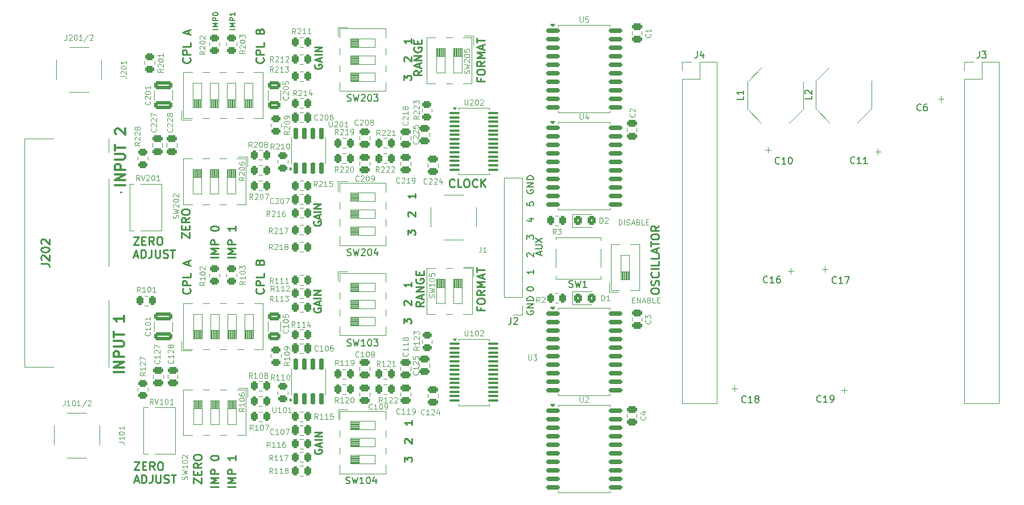
<source format=gto>
G04 #@! TF.GenerationSoftware,KiCad,Pcbnew,8.0.1*
G04 #@! TF.CreationDate,2024-05-10T09:11:52+02:00*
G04 #@! TF.ProjectId,MISRC_v2,4d495352-435f-4763-922e-6b696361645f,0.3*
G04 #@! TF.SameCoordinates,Original*
G04 #@! TF.FileFunction,Legend,Top*
G04 #@! TF.FilePolarity,Positive*
%FSLAX46Y46*%
G04 Gerber Fmt 4.6, Leading zero omitted, Abs format (unit mm)*
G04 Created by KiCad (PCBNEW 8.0.1) date 2024-05-10 09:11:52*
%MOMM*%
%LPD*%
G01*
G04 APERTURE LIST*
G04 Aperture macros list*
%AMRoundRect*
0 Rectangle with rounded corners*
0 $1 Rounding radius*
0 $2 $3 $4 $5 $6 $7 $8 $9 X,Y pos of 4 corners*
0 Add a 4 corners polygon primitive as box body*
4,1,4,$2,$3,$4,$5,$6,$7,$8,$9,$2,$3,0*
0 Add four circle primitives for the rounded corners*
1,1,$1+$1,$2,$3*
1,1,$1+$1,$4,$5*
1,1,$1+$1,$6,$7*
1,1,$1+$1,$8,$9*
0 Add four rect primitives between the rounded corners*
20,1,$1+$1,$2,$3,$4,$5,0*
20,1,$1+$1,$4,$5,$6,$7,0*
20,1,$1+$1,$6,$7,$8,$9,0*
20,1,$1+$1,$8,$9,$2,$3,0*%
G04 Aperture macros list end*
%ADD10C,0.250000*%
%ADD11C,0.120000*%
%ADD12C,0.200000*%
%ADD13C,0.300000*%
%ADD14C,0.160000*%
%ADD15C,0.150000*%
%ADD16C,0.254000*%
%ADD17C,0.100000*%
%ADD18C,0.476609*%
%ADD19C,0.434210*%
%ADD20R,1.600000X1.600000*%
%ADD21C,1.600000*%
%ADD22RoundRect,0.250000X-0.475000X0.250000X-0.475000X-0.250000X0.475000X-0.250000X0.475000X0.250000X0*%
%ADD23RoundRect,0.250000X-0.262500X-0.450000X0.262500X-0.450000X0.262500X0.450000X-0.262500X0.450000X0*%
%ADD24R,1.700000X1.700000*%
%ADD25O,1.700000X1.700000*%
%ADD26R,2.440000X1.120000*%
%ADD27C,2.050000*%
%ADD28C,2.250000*%
%ADD29C,3.200000*%
%ADD30C,3.000000*%
%ADD31C,4.000000*%
%ADD32RoundRect,0.250000X-0.325000X-0.450000X0.325000X-0.450000X0.325000X0.450000X-0.325000X0.450000X0*%
%ADD33RoundRect,0.250000X1.100000X-0.325000X1.100000X0.325000X-1.100000X0.325000X-1.100000X-0.325000X0*%
%ADD34RoundRect,0.250000X-0.450000X0.262500X-0.450000X-0.262500X0.450000X-0.262500X0.450000X0.262500X0*%
%ADD35RoundRect,0.250000X0.450000X-0.262500X0.450000X0.262500X-0.450000X0.262500X-0.450000X-0.262500X0*%
%ADD36RoundRect,0.250000X0.262500X0.450000X-0.262500X0.450000X-0.262500X-0.450000X0.262500X-0.450000X0*%
%ADD37RoundRect,0.100000X-0.637500X-0.100000X0.637500X-0.100000X0.637500X0.100000X-0.637500X0.100000X0*%
%ADD38RoundRect,0.250000X-0.250000X-0.475000X0.250000X-0.475000X0.250000X0.475000X-0.250000X0.475000X0*%
%ADD39RoundRect,0.150000X-0.875000X-0.150000X0.875000X-0.150000X0.875000X0.150000X-0.875000X0.150000X0*%
%ADD40C,1.440000*%
%ADD41R,3.200000X2.000000*%
%ADD42R,1.120000X2.440000*%
%ADD43RoundRect,0.250000X0.475000X-0.250000X0.475000X0.250000X-0.475000X0.250000X-0.475000X-0.250000X0*%
%ADD44R,2.750000X1.000000*%
%ADD45RoundRect,0.250000X-0.650000X0.325000X-0.650000X-0.325000X0.650000X-0.325000X0.650000X0.325000X0*%
%ADD46C,1.950000*%
%ADD47C,5.175000*%
%ADD48RoundRect,0.150000X0.150000X-0.725000X0.150000X0.725000X-0.150000X0.725000X-0.150000X-0.725000X0*%
G04 APERTURE END LIST*
D10*
X92042142Y-134423812D02*
X90842142Y-134423812D01*
X92042142Y-133852383D02*
X90842142Y-133852383D01*
X90842142Y-133852383D02*
X91699285Y-133452383D01*
X91699285Y-133452383D02*
X90842142Y-133052383D01*
X90842142Y-133052383D02*
X92042142Y-133052383D01*
X92042142Y-132480954D02*
X90842142Y-132480954D01*
X90842142Y-132480954D02*
X90842142Y-132023811D01*
X90842142Y-132023811D02*
X90899285Y-131909526D01*
X90899285Y-131909526D02*
X90956428Y-131852383D01*
X90956428Y-131852383D02*
X91070714Y-131795240D01*
X91070714Y-131795240D02*
X91242142Y-131795240D01*
X91242142Y-131795240D02*
X91356428Y-131852383D01*
X91356428Y-131852383D02*
X91413571Y-131909526D01*
X91413571Y-131909526D02*
X91470714Y-132023811D01*
X91470714Y-132023811D02*
X91470714Y-132480954D01*
X92042142Y-129738097D02*
X92042142Y-130423811D01*
X92042142Y-130080954D02*
X90842142Y-130080954D01*
X90842142Y-130080954D02*
X91013571Y-130195240D01*
X91013571Y-130195240D02*
X91127857Y-130309525D01*
X91127857Y-130309525D02*
X91185000Y-130423811D01*
X103804761Y-128897431D02*
X103752380Y-129002193D01*
X103752380Y-129002193D02*
X103752380Y-129159336D01*
X103752380Y-129159336D02*
X103804761Y-129316479D01*
X103804761Y-129316479D02*
X103909523Y-129421241D01*
X103909523Y-129421241D02*
X104014285Y-129473622D01*
X104014285Y-129473622D02*
X104223809Y-129526003D01*
X104223809Y-129526003D02*
X104380952Y-129526003D01*
X104380952Y-129526003D02*
X104590476Y-129473622D01*
X104590476Y-129473622D02*
X104695238Y-129421241D01*
X104695238Y-129421241D02*
X104800000Y-129316479D01*
X104800000Y-129316479D02*
X104852380Y-129159336D01*
X104852380Y-129159336D02*
X104852380Y-129054574D01*
X104852380Y-129054574D02*
X104800000Y-128897431D01*
X104800000Y-128897431D02*
X104747619Y-128845050D01*
X104747619Y-128845050D02*
X104380952Y-128845050D01*
X104380952Y-128845050D02*
X104380952Y-129054574D01*
X104538095Y-128426003D02*
X104538095Y-127902193D01*
X104852380Y-128530765D02*
X103752380Y-128164098D01*
X103752380Y-128164098D02*
X104852380Y-127797431D01*
X104852380Y-127430765D02*
X103752380Y-127430765D01*
X104852380Y-126906955D02*
X103752380Y-126906955D01*
X103752380Y-126906955D02*
X104852380Y-126278383D01*
X104852380Y-126278383D02*
X103752380Y-126278383D01*
X117652380Y-96878384D02*
X117652380Y-96197431D01*
X117652380Y-96197431D02*
X118071428Y-96564098D01*
X118071428Y-96564098D02*
X118071428Y-96406955D01*
X118071428Y-96406955D02*
X118123809Y-96302193D01*
X118123809Y-96302193D02*
X118176190Y-96249812D01*
X118176190Y-96249812D02*
X118280952Y-96197431D01*
X118280952Y-96197431D02*
X118542857Y-96197431D01*
X118542857Y-96197431D02*
X118647619Y-96249812D01*
X118647619Y-96249812D02*
X118700000Y-96302193D01*
X118700000Y-96302193D02*
X118752380Y-96406955D01*
X118752380Y-96406955D02*
X118752380Y-96721241D01*
X118752380Y-96721241D02*
X118700000Y-96826003D01*
X118700000Y-96826003D02*
X118647619Y-96878384D01*
X117757142Y-94102194D02*
X117704761Y-94049813D01*
X117704761Y-94049813D02*
X117652380Y-93945051D01*
X117652380Y-93945051D02*
X117652380Y-93683146D01*
X117652380Y-93683146D02*
X117704761Y-93578384D01*
X117704761Y-93578384D02*
X117757142Y-93526003D01*
X117757142Y-93526003D02*
X117861904Y-93473622D01*
X117861904Y-93473622D02*
X117966666Y-93473622D01*
X117966666Y-93473622D02*
X118123809Y-93526003D01*
X118123809Y-93526003D02*
X118752380Y-94154575D01*
X118752380Y-94154575D02*
X118752380Y-93473622D01*
X118752380Y-90749813D02*
X118752380Y-91378385D01*
X118752380Y-91064099D02*
X117652380Y-91064099D01*
X117652380Y-91064099D02*
X117809523Y-91168861D01*
X117809523Y-91168861D02*
X117914285Y-91273623D01*
X117914285Y-91273623D02*
X117966666Y-91378385D01*
D11*
X151069423Y-106576807D02*
X151336089Y-106576807D01*
X151450375Y-106995855D02*
X151069423Y-106995855D01*
X151069423Y-106995855D02*
X151069423Y-106195855D01*
X151069423Y-106195855D02*
X151450375Y-106195855D01*
X151793233Y-106995855D02*
X151793233Y-106195855D01*
X151793233Y-106195855D02*
X152250376Y-106995855D01*
X152250376Y-106995855D02*
X152250376Y-106195855D01*
X152593232Y-106767283D02*
X152974185Y-106767283D01*
X152517042Y-106995855D02*
X152783709Y-106195855D01*
X152783709Y-106195855D02*
X153050375Y-106995855D01*
X153583708Y-106576807D02*
X153697994Y-106614902D01*
X153697994Y-106614902D02*
X153736089Y-106652998D01*
X153736089Y-106652998D02*
X153774185Y-106729188D01*
X153774185Y-106729188D02*
X153774185Y-106843474D01*
X153774185Y-106843474D02*
X153736089Y-106919664D01*
X153736089Y-106919664D02*
X153697994Y-106957760D01*
X153697994Y-106957760D02*
X153621804Y-106995855D01*
X153621804Y-106995855D02*
X153317042Y-106995855D01*
X153317042Y-106995855D02*
X153317042Y-106195855D01*
X153317042Y-106195855D02*
X153583708Y-106195855D01*
X153583708Y-106195855D02*
X153659899Y-106233950D01*
X153659899Y-106233950D02*
X153697994Y-106272045D01*
X153697994Y-106272045D02*
X153736089Y-106348236D01*
X153736089Y-106348236D02*
X153736089Y-106424426D01*
X153736089Y-106424426D02*
X153697994Y-106500617D01*
X153697994Y-106500617D02*
X153659899Y-106538712D01*
X153659899Y-106538712D02*
X153583708Y-106576807D01*
X153583708Y-106576807D02*
X153317042Y-106576807D01*
X154497994Y-106995855D02*
X154117042Y-106995855D01*
X154117042Y-106995855D02*
X154117042Y-106195855D01*
X154764661Y-106576807D02*
X155031327Y-106576807D01*
X155145613Y-106995855D02*
X154764661Y-106995855D01*
X154764661Y-106995855D02*
X154764661Y-106195855D01*
X154764661Y-106195855D02*
X155145613Y-106195855D01*
D10*
X117052380Y-110078384D02*
X117052380Y-109397431D01*
X117052380Y-109397431D02*
X117471428Y-109764098D01*
X117471428Y-109764098D02*
X117471428Y-109606955D01*
X117471428Y-109606955D02*
X117523809Y-109502193D01*
X117523809Y-109502193D02*
X117576190Y-109449812D01*
X117576190Y-109449812D02*
X117680952Y-109397431D01*
X117680952Y-109397431D02*
X117942857Y-109397431D01*
X117942857Y-109397431D02*
X118047619Y-109449812D01*
X118047619Y-109449812D02*
X118100000Y-109502193D01*
X118100000Y-109502193D02*
X118152380Y-109606955D01*
X118152380Y-109606955D02*
X118152380Y-109921241D01*
X118152380Y-109921241D02*
X118100000Y-110026003D01*
X118100000Y-110026003D02*
X118047619Y-110078384D01*
X117157142Y-107302194D02*
X117104761Y-107249813D01*
X117104761Y-107249813D02*
X117052380Y-107145051D01*
X117052380Y-107145051D02*
X117052380Y-106883146D01*
X117052380Y-106883146D02*
X117104761Y-106778384D01*
X117104761Y-106778384D02*
X117157142Y-106726003D01*
X117157142Y-106726003D02*
X117261904Y-106673622D01*
X117261904Y-106673622D02*
X117366666Y-106673622D01*
X117366666Y-106673622D02*
X117523809Y-106726003D01*
X117523809Y-106726003D02*
X118152380Y-107354575D01*
X118152380Y-107354575D02*
X118152380Y-106673622D01*
X118152380Y-103949813D02*
X118152380Y-104578385D01*
X118152380Y-104264099D02*
X117052380Y-104264099D01*
X117052380Y-104264099D02*
X117209523Y-104368861D01*
X117209523Y-104368861D02*
X117314285Y-104473623D01*
X117314285Y-104473623D02*
X117366666Y-104578385D01*
D12*
X137376504Y-99880945D02*
X137376504Y-99404755D01*
X137662219Y-99976183D02*
X136662219Y-99642850D01*
X136662219Y-99642850D02*
X137662219Y-99309517D01*
X136662219Y-98976183D02*
X137471742Y-98976183D01*
X137471742Y-98976183D02*
X137566980Y-98928564D01*
X137566980Y-98928564D02*
X137614600Y-98880945D01*
X137614600Y-98880945D02*
X137662219Y-98785707D01*
X137662219Y-98785707D02*
X137662219Y-98595231D01*
X137662219Y-98595231D02*
X137614600Y-98499993D01*
X137614600Y-98499993D02*
X137566980Y-98452374D01*
X137566980Y-98452374D02*
X137471742Y-98404755D01*
X137471742Y-98404755D02*
X136662219Y-98404755D01*
X136662219Y-98023802D02*
X137662219Y-97357136D01*
X136662219Y-97357136D02*
X137662219Y-98023802D01*
D10*
X85196857Y-70492098D02*
X85254000Y-70549241D01*
X85254000Y-70549241D02*
X85311142Y-70720669D01*
X85311142Y-70720669D02*
X85311142Y-70834955D01*
X85311142Y-70834955D02*
X85254000Y-71006384D01*
X85254000Y-71006384D02*
X85139714Y-71120669D01*
X85139714Y-71120669D02*
X85025428Y-71177812D01*
X85025428Y-71177812D02*
X84796857Y-71234955D01*
X84796857Y-71234955D02*
X84625428Y-71234955D01*
X84625428Y-71234955D02*
X84396857Y-71177812D01*
X84396857Y-71177812D02*
X84282571Y-71120669D01*
X84282571Y-71120669D02*
X84168285Y-71006384D01*
X84168285Y-71006384D02*
X84111142Y-70834955D01*
X84111142Y-70834955D02*
X84111142Y-70720669D01*
X84111142Y-70720669D02*
X84168285Y-70549241D01*
X84168285Y-70549241D02*
X84225428Y-70492098D01*
X85311142Y-69977812D02*
X84111142Y-69977812D01*
X84111142Y-69977812D02*
X84111142Y-69520669D01*
X84111142Y-69520669D02*
X84168285Y-69406384D01*
X84168285Y-69406384D02*
X84225428Y-69349241D01*
X84225428Y-69349241D02*
X84339714Y-69292098D01*
X84339714Y-69292098D02*
X84511142Y-69292098D01*
X84511142Y-69292098D02*
X84625428Y-69349241D01*
X84625428Y-69349241D02*
X84682571Y-69406384D01*
X84682571Y-69406384D02*
X84739714Y-69520669D01*
X84739714Y-69520669D02*
X84739714Y-69977812D01*
X85311142Y-68206384D02*
X85311142Y-68777812D01*
X85311142Y-68777812D02*
X84111142Y-68777812D01*
X84968285Y-66949240D02*
X84968285Y-66377812D01*
X85311142Y-67063526D02*
X84111142Y-66663526D01*
X84111142Y-66663526D02*
X85311142Y-66263526D01*
D13*
X75600828Y-89445489D02*
X74100828Y-89445489D01*
X75600828Y-88731203D02*
X74100828Y-88731203D01*
X74100828Y-88731203D02*
X75600828Y-87874060D01*
X75600828Y-87874060D02*
X74100828Y-87874060D01*
X75600828Y-87159774D02*
X74100828Y-87159774D01*
X74100828Y-87159774D02*
X74100828Y-86588345D01*
X74100828Y-86588345D02*
X74172257Y-86445488D01*
X74172257Y-86445488D02*
X74243685Y-86374059D01*
X74243685Y-86374059D02*
X74386542Y-86302631D01*
X74386542Y-86302631D02*
X74600828Y-86302631D01*
X74600828Y-86302631D02*
X74743685Y-86374059D01*
X74743685Y-86374059D02*
X74815114Y-86445488D01*
X74815114Y-86445488D02*
X74886542Y-86588345D01*
X74886542Y-86588345D02*
X74886542Y-87159774D01*
X74100828Y-85659774D02*
X75315114Y-85659774D01*
X75315114Y-85659774D02*
X75457971Y-85588345D01*
X75457971Y-85588345D02*
X75529400Y-85516917D01*
X75529400Y-85516917D02*
X75600828Y-85374059D01*
X75600828Y-85374059D02*
X75600828Y-85088345D01*
X75600828Y-85088345D02*
X75529400Y-84945488D01*
X75529400Y-84945488D02*
X75457971Y-84874059D01*
X75457971Y-84874059D02*
X75315114Y-84802631D01*
X75315114Y-84802631D02*
X74100828Y-84802631D01*
X74100828Y-84302630D02*
X74100828Y-83445488D01*
X75600828Y-83874059D02*
X74100828Y-83874059D01*
X74243685Y-81874059D02*
X74172257Y-81802631D01*
X74172257Y-81802631D02*
X74100828Y-81659774D01*
X74100828Y-81659774D02*
X74100828Y-81302631D01*
X74100828Y-81302631D02*
X74172257Y-81159774D01*
X74172257Y-81159774D02*
X74243685Y-81088345D01*
X74243685Y-81088345D02*
X74386542Y-81016916D01*
X74386542Y-81016916D02*
X74529400Y-81016916D01*
X74529400Y-81016916D02*
X74743685Y-81088345D01*
X74743685Y-81088345D02*
X75600828Y-81945488D01*
X75600828Y-81945488D02*
X75600828Y-81016916D01*
D12*
X135725552Y-94451755D02*
X136392219Y-94451755D01*
X135344600Y-94689850D02*
X136058885Y-94927945D01*
X136058885Y-94927945D02*
X136058885Y-94308898D01*
D10*
X85762142Y-133903098D02*
X85762142Y-133103098D01*
X85762142Y-133103098D02*
X86962142Y-133903098D01*
X86962142Y-133903098D02*
X86962142Y-133103098D01*
X86333571Y-132645955D02*
X86333571Y-132245955D01*
X86962142Y-132074527D02*
X86962142Y-132645955D01*
X86962142Y-132645955D02*
X85762142Y-132645955D01*
X85762142Y-132645955D02*
X85762142Y-132074527D01*
X86962142Y-130874527D02*
X86390714Y-131274527D01*
X86962142Y-131560241D02*
X85762142Y-131560241D01*
X85762142Y-131560241D02*
X85762142Y-131103098D01*
X85762142Y-131103098D02*
X85819285Y-130988813D01*
X85819285Y-130988813D02*
X85876428Y-130931670D01*
X85876428Y-130931670D02*
X85990714Y-130874527D01*
X85990714Y-130874527D02*
X86162142Y-130874527D01*
X86162142Y-130874527D02*
X86276428Y-130931670D01*
X86276428Y-130931670D02*
X86333571Y-130988813D01*
X86333571Y-130988813D02*
X86390714Y-131103098D01*
X86390714Y-131103098D02*
X86390714Y-131560241D01*
X85762142Y-130131670D02*
X85762142Y-129903098D01*
X85762142Y-129903098D02*
X85819285Y-129788813D01*
X85819285Y-129788813D02*
X85933571Y-129674527D01*
X85933571Y-129674527D02*
X86162142Y-129617384D01*
X86162142Y-129617384D02*
X86562142Y-129617384D01*
X86562142Y-129617384D02*
X86790714Y-129674527D01*
X86790714Y-129674527D02*
X86905000Y-129788813D01*
X86905000Y-129788813D02*
X86962142Y-129903098D01*
X86962142Y-129903098D02*
X86962142Y-130131670D01*
X86962142Y-130131670D02*
X86905000Y-130245956D01*
X86905000Y-130245956D02*
X86790714Y-130360241D01*
X86790714Y-130360241D02*
X86562142Y-130417384D01*
X86562142Y-130417384D02*
X86162142Y-130417384D01*
X86162142Y-130417384D02*
X85933571Y-130360241D01*
X85933571Y-130360241D02*
X85819285Y-130245956D01*
X85819285Y-130245956D02*
X85762142Y-130131670D01*
D13*
X75400828Y-117345489D02*
X73900828Y-117345489D01*
X75400828Y-116631203D02*
X73900828Y-116631203D01*
X73900828Y-116631203D02*
X75400828Y-115774060D01*
X75400828Y-115774060D02*
X73900828Y-115774060D01*
X75400828Y-115059774D02*
X73900828Y-115059774D01*
X73900828Y-115059774D02*
X73900828Y-114488345D01*
X73900828Y-114488345D02*
X73972257Y-114345488D01*
X73972257Y-114345488D02*
X74043685Y-114274059D01*
X74043685Y-114274059D02*
X74186542Y-114202631D01*
X74186542Y-114202631D02*
X74400828Y-114202631D01*
X74400828Y-114202631D02*
X74543685Y-114274059D01*
X74543685Y-114274059D02*
X74615114Y-114345488D01*
X74615114Y-114345488D02*
X74686542Y-114488345D01*
X74686542Y-114488345D02*
X74686542Y-115059774D01*
X73900828Y-113559774D02*
X75115114Y-113559774D01*
X75115114Y-113559774D02*
X75257971Y-113488345D01*
X75257971Y-113488345D02*
X75329400Y-113416917D01*
X75329400Y-113416917D02*
X75400828Y-113274059D01*
X75400828Y-113274059D02*
X75400828Y-112988345D01*
X75400828Y-112988345D02*
X75329400Y-112845488D01*
X75329400Y-112845488D02*
X75257971Y-112774059D01*
X75257971Y-112774059D02*
X75115114Y-112702631D01*
X75115114Y-112702631D02*
X73900828Y-112702631D01*
X73900828Y-112202630D02*
X73900828Y-111345488D01*
X75400828Y-111774059D02*
X73900828Y-111774059D01*
X75400828Y-108916916D02*
X75400828Y-109774059D01*
X75400828Y-109345488D02*
X73900828Y-109345488D01*
X73900828Y-109345488D02*
X74115114Y-109488345D01*
X74115114Y-109488345D02*
X74257971Y-109631202D01*
X74257971Y-109631202D02*
X74329400Y-109774059D01*
D10*
X92042142Y-100260812D02*
X90842142Y-100260812D01*
X92042142Y-99689383D02*
X90842142Y-99689383D01*
X90842142Y-99689383D02*
X91699285Y-99289383D01*
X91699285Y-99289383D02*
X90842142Y-98889383D01*
X90842142Y-98889383D02*
X92042142Y-98889383D01*
X92042142Y-98317954D02*
X90842142Y-98317954D01*
X90842142Y-98317954D02*
X90842142Y-97860811D01*
X90842142Y-97860811D02*
X90899285Y-97746526D01*
X90899285Y-97746526D02*
X90956428Y-97689383D01*
X90956428Y-97689383D02*
X91070714Y-97632240D01*
X91070714Y-97632240D02*
X91242142Y-97632240D01*
X91242142Y-97632240D02*
X91356428Y-97689383D01*
X91356428Y-97689383D02*
X91413571Y-97746526D01*
X91413571Y-97746526D02*
X91470714Y-97860811D01*
X91470714Y-97860811D02*
X91470714Y-98317954D01*
X92042142Y-95575097D02*
X92042142Y-96260811D01*
X92042142Y-95917954D02*
X90842142Y-95917954D01*
X90842142Y-95917954D02*
X91013571Y-96032240D01*
X91013571Y-96032240D02*
X91127857Y-96146525D01*
X91127857Y-96146525D02*
X91185000Y-96260811D01*
D12*
X135392219Y-104976850D02*
X135392219Y-104881612D01*
X135392219Y-104881612D02*
X135439838Y-104786374D01*
X135439838Y-104786374D02*
X135487457Y-104738755D01*
X135487457Y-104738755D02*
X135582695Y-104691136D01*
X135582695Y-104691136D02*
X135773171Y-104643517D01*
X135773171Y-104643517D02*
X136011266Y-104643517D01*
X136011266Y-104643517D02*
X136201742Y-104691136D01*
X136201742Y-104691136D02*
X136296980Y-104738755D01*
X136296980Y-104738755D02*
X136344600Y-104786374D01*
X136344600Y-104786374D02*
X136392219Y-104881612D01*
X136392219Y-104881612D02*
X136392219Y-104976850D01*
X136392219Y-104976850D02*
X136344600Y-105072088D01*
X136344600Y-105072088D02*
X136296980Y-105119707D01*
X136296980Y-105119707D02*
X136201742Y-105167326D01*
X136201742Y-105167326D02*
X136011266Y-105214945D01*
X136011266Y-105214945D02*
X135773171Y-105214945D01*
X135773171Y-105214945D02*
X135582695Y-105167326D01*
X135582695Y-105167326D02*
X135487457Y-105119707D01*
X135487457Y-105119707D02*
X135439838Y-105072088D01*
X135439838Y-105072088D02*
X135392219Y-104976850D01*
D14*
X89428775Y-66252260D02*
X88628775Y-66252260D01*
X89428775Y-65871308D02*
X88628775Y-65871308D01*
X88628775Y-65871308D02*
X89200203Y-65604642D01*
X89200203Y-65604642D02*
X88628775Y-65337975D01*
X88628775Y-65337975D02*
X89428775Y-65337975D01*
X89428775Y-64957022D02*
X88628775Y-64957022D01*
X88628775Y-64957022D02*
X88628775Y-64652260D01*
X88628775Y-64652260D02*
X88666870Y-64576070D01*
X88666870Y-64576070D02*
X88704965Y-64537975D01*
X88704965Y-64537975D02*
X88781156Y-64499879D01*
X88781156Y-64499879D02*
X88895441Y-64499879D01*
X88895441Y-64499879D02*
X88971632Y-64537975D01*
X88971632Y-64537975D02*
X89009727Y-64576070D01*
X89009727Y-64576070D02*
X89047822Y-64652260D01*
X89047822Y-64652260D02*
X89047822Y-64957022D01*
X88628775Y-64004641D02*
X88628775Y-63928451D01*
X88628775Y-63928451D02*
X88666870Y-63852260D01*
X88666870Y-63852260D02*
X88704965Y-63814165D01*
X88704965Y-63814165D02*
X88781156Y-63776070D01*
X88781156Y-63776070D02*
X88933537Y-63737975D01*
X88933537Y-63737975D02*
X89124013Y-63737975D01*
X89124013Y-63737975D02*
X89276394Y-63776070D01*
X89276394Y-63776070D02*
X89352584Y-63814165D01*
X89352584Y-63814165D02*
X89390680Y-63852260D01*
X89390680Y-63852260D02*
X89428775Y-63928451D01*
X89428775Y-63928451D02*
X89428775Y-64004641D01*
X89428775Y-64004641D02*
X89390680Y-64080832D01*
X89390680Y-64080832D02*
X89352584Y-64118927D01*
X89352584Y-64118927D02*
X89276394Y-64157022D01*
X89276394Y-64157022D02*
X89124013Y-64195118D01*
X89124013Y-64195118D02*
X88933537Y-64195118D01*
X88933537Y-64195118D02*
X88781156Y-64157022D01*
X88781156Y-64157022D02*
X88704965Y-64118927D01*
X88704965Y-64118927D02*
X88666870Y-64080832D01*
X88666870Y-64080832D02*
X88628775Y-64004641D01*
D10*
X103704761Y-107797431D02*
X103652380Y-107902193D01*
X103652380Y-107902193D02*
X103652380Y-108059336D01*
X103652380Y-108059336D02*
X103704761Y-108216479D01*
X103704761Y-108216479D02*
X103809523Y-108321241D01*
X103809523Y-108321241D02*
X103914285Y-108373622D01*
X103914285Y-108373622D02*
X104123809Y-108426003D01*
X104123809Y-108426003D02*
X104280952Y-108426003D01*
X104280952Y-108426003D02*
X104490476Y-108373622D01*
X104490476Y-108373622D02*
X104595238Y-108321241D01*
X104595238Y-108321241D02*
X104700000Y-108216479D01*
X104700000Y-108216479D02*
X104752380Y-108059336D01*
X104752380Y-108059336D02*
X104752380Y-107954574D01*
X104752380Y-107954574D02*
X104700000Y-107797431D01*
X104700000Y-107797431D02*
X104647619Y-107745050D01*
X104647619Y-107745050D02*
X104280952Y-107745050D01*
X104280952Y-107745050D02*
X104280952Y-107954574D01*
X104438095Y-107326003D02*
X104438095Y-106802193D01*
X104752380Y-107430765D02*
X103652380Y-107064098D01*
X103652380Y-107064098D02*
X104752380Y-106697431D01*
X104752380Y-106330765D02*
X103652380Y-106330765D01*
X104752380Y-105806955D02*
X103652380Y-105806955D01*
X103652380Y-105806955D02*
X104752380Y-105178383D01*
X104752380Y-105178383D02*
X103652380Y-105178383D01*
X117152380Y-130678384D02*
X117152380Y-129997431D01*
X117152380Y-129997431D02*
X117571428Y-130364098D01*
X117571428Y-130364098D02*
X117571428Y-130206955D01*
X117571428Y-130206955D02*
X117623809Y-130102193D01*
X117623809Y-130102193D02*
X117676190Y-130049812D01*
X117676190Y-130049812D02*
X117780952Y-129997431D01*
X117780952Y-129997431D02*
X118042857Y-129997431D01*
X118042857Y-129997431D02*
X118147619Y-130049812D01*
X118147619Y-130049812D02*
X118200000Y-130102193D01*
X118200000Y-130102193D02*
X118252380Y-130206955D01*
X118252380Y-130206955D02*
X118252380Y-130521241D01*
X118252380Y-130521241D02*
X118200000Y-130626003D01*
X118200000Y-130626003D02*
X118147619Y-130678384D01*
X117257142Y-127902194D02*
X117204761Y-127849813D01*
X117204761Y-127849813D02*
X117152380Y-127745051D01*
X117152380Y-127745051D02*
X117152380Y-127483146D01*
X117152380Y-127483146D02*
X117204761Y-127378384D01*
X117204761Y-127378384D02*
X117257142Y-127326003D01*
X117257142Y-127326003D02*
X117361904Y-127273622D01*
X117361904Y-127273622D02*
X117466666Y-127273622D01*
X117466666Y-127273622D02*
X117623809Y-127326003D01*
X117623809Y-127326003D02*
X118252380Y-127954575D01*
X118252380Y-127954575D02*
X118252380Y-127273622D01*
X118252380Y-124549813D02*
X118252380Y-125178385D01*
X118252380Y-124864099D02*
X117152380Y-124864099D01*
X117152380Y-124864099D02*
X117309523Y-124968861D01*
X117309523Y-124968861D02*
X117414285Y-125073623D01*
X117414285Y-125073623D02*
X117466666Y-125178385D01*
D12*
X135439838Y-108199517D02*
X135392219Y-108294755D01*
X135392219Y-108294755D02*
X135392219Y-108437612D01*
X135392219Y-108437612D02*
X135439838Y-108580469D01*
X135439838Y-108580469D02*
X135535076Y-108675707D01*
X135535076Y-108675707D02*
X135630314Y-108723326D01*
X135630314Y-108723326D02*
X135820790Y-108770945D01*
X135820790Y-108770945D02*
X135963647Y-108770945D01*
X135963647Y-108770945D02*
X136154123Y-108723326D01*
X136154123Y-108723326D02*
X136249361Y-108675707D01*
X136249361Y-108675707D02*
X136344600Y-108580469D01*
X136344600Y-108580469D02*
X136392219Y-108437612D01*
X136392219Y-108437612D02*
X136392219Y-108342374D01*
X136392219Y-108342374D02*
X136344600Y-108199517D01*
X136344600Y-108199517D02*
X136296980Y-108151898D01*
X136296980Y-108151898D02*
X135963647Y-108151898D01*
X135963647Y-108151898D02*
X135963647Y-108342374D01*
X136392219Y-107723326D02*
X135392219Y-107723326D01*
X135392219Y-107723326D02*
X136392219Y-107151898D01*
X136392219Y-107151898D02*
X135392219Y-107151898D01*
X136392219Y-106675707D02*
X135392219Y-106675707D01*
X135392219Y-106675707D02*
X135392219Y-106437612D01*
X135392219Y-106437612D02*
X135439838Y-106294755D01*
X135439838Y-106294755D02*
X135535076Y-106199517D01*
X135535076Y-106199517D02*
X135630314Y-106151898D01*
X135630314Y-106151898D02*
X135820790Y-106104279D01*
X135820790Y-106104279D02*
X135963647Y-106104279D01*
X135963647Y-106104279D02*
X136154123Y-106151898D01*
X136154123Y-106151898D02*
X136249361Y-106199517D01*
X136249361Y-106199517D02*
X136344600Y-106294755D01*
X136344600Y-106294755D02*
X136392219Y-106437612D01*
X136392219Y-106437612D02*
X136392219Y-106675707D01*
D10*
X96118857Y-104909098D02*
X96176000Y-104966241D01*
X96176000Y-104966241D02*
X96233142Y-105137669D01*
X96233142Y-105137669D02*
X96233142Y-105251955D01*
X96233142Y-105251955D02*
X96176000Y-105423384D01*
X96176000Y-105423384D02*
X96061714Y-105537669D01*
X96061714Y-105537669D02*
X95947428Y-105594812D01*
X95947428Y-105594812D02*
X95718857Y-105651955D01*
X95718857Y-105651955D02*
X95547428Y-105651955D01*
X95547428Y-105651955D02*
X95318857Y-105594812D01*
X95318857Y-105594812D02*
X95204571Y-105537669D01*
X95204571Y-105537669D02*
X95090285Y-105423384D01*
X95090285Y-105423384D02*
X95033142Y-105251955D01*
X95033142Y-105251955D02*
X95033142Y-105137669D01*
X95033142Y-105137669D02*
X95090285Y-104966241D01*
X95090285Y-104966241D02*
X95147428Y-104909098D01*
X96233142Y-104394812D02*
X95033142Y-104394812D01*
X95033142Y-104394812D02*
X95033142Y-103937669D01*
X95033142Y-103937669D02*
X95090285Y-103823384D01*
X95090285Y-103823384D02*
X95147428Y-103766241D01*
X95147428Y-103766241D02*
X95261714Y-103709098D01*
X95261714Y-103709098D02*
X95433142Y-103709098D01*
X95433142Y-103709098D02*
X95547428Y-103766241D01*
X95547428Y-103766241D02*
X95604571Y-103823384D01*
X95604571Y-103823384D02*
X95661714Y-103937669D01*
X95661714Y-103937669D02*
X95661714Y-104394812D01*
X96233142Y-102623384D02*
X96233142Y-103194812D01*
X96233142Y-103194812D02*
X95033142Y-103194812D01*
X95604571Y-100909097D02*
X95661714Y-100737669D01*
X95661714Y-100737669D02*
X95718857Y-100680526D01*
X95718857Y-100680526D02*
X95833142Y-100623383D01*
X95833142Y-100623383D02*
X96004571Y-100623383D01*
X96004571Y-100623383D02*
X96118857Y-100680526D01*
X96118857Y-100680526D02*
X96176000Y-100737669D01*
X96176000Y-100737669D02*
X96233142Y-100851954D01*
X96233142Y-100851954D02*
X96233142Y-101309097D01*
X96233142Y-101309097D02*
X95033142Y-101309097D01*
X95033142Y-101309097D02*
X95033142Y-100909097D01*
X95033142Y-100909097D02*
X95090285Y-100794812D01*
X95090285Y-100794812D02*
X95147428Y-100737669D01*
X95147428Y-100737669D02*
X95261714Y-100680526D01*
X95261714Y-100680526D02*
X95376000Y-100680526D01*
X95376000Y-100680526D02*
X95490285Y-100737669D01*
X95490285Y-100737669D02*
X95547428Y-100794812D01*
X95547428Y-100794812D02*
X95604571Y-100909097D01*
X95604571Y-100909097D02*
X95604571Y-101309097D01*
X89502142Y-134423812D02*
X88302142Y-134423812D01*
X89502142Y-133852383D02*
X88302142Y-133852383D01*
X88302142Y-133852383D02*
X89159285Y-133452383D01*
X89159285Y-133452383D02*
X88302142Y-133052383D01*
X88302142Y-133052383D02*
X89502142Y-133052383D01*
X89502142Y-132480954D02*
X88302142Y-132480954D01*
X88302142Y-132480954D02*
X88302142Y-132023811D01*
X88302142Y-132023811D02*
X88359285Y-131909526D01*
X88359285Y-131909526D02*
X88416428Y-131852383D01*
X88416428Y-131852383D02*
X88530714Y-131795240D01*
X88530714Y-131795240D02*
X88702142Y-131795240D01*
X88702142Y-131795240D02*
X88816428Y-131852383D01*
X88816428Y-131852383D02*
X88873571Y-131909526D01*
X88873571Y-131909526D02*
X88930714Y-132023811D01*
X88930714Y-132023811D02*
X88930714Y-132480954D01*
X88302142Y-130138097D02*
X88302142Y-130023811D01*
X88302142Y-130023811D02*
X88359285Y-129909525D01*
X88359285Y-129909525D02*
X88416428Y-129852383D01*
X88416428Y-129852383D02*
X88530714Y-129795240D01*
X88530714Y-129795240D02*
X88759285Y-129738097D01*
X88759285Y-129738097D02*
X89045000Y-129738097D01*
X89045000Y-129738097D02*
X89273571Y-129795240D01*
X89273571Y-129795240D02*
X89387857Y-129852383D01*
X89387857Y-129852383D02*
X89445000Y-129909525D01*
X89445000Y-129909525D02*
X89502142Y-130023811D01*
X89502142Y-130023811D02*
X89502142Y-130138097D01*
X89502142Y-130138097D02*
X89445000Y-130252383D01*
X89445000Y-130252383D02*
X89387857Y-130309525D01*
X89387857Y-130309525D02*
X89273571Y-130366668D01*
X89273571Y-130366668D02*
X89045000Y-130423811D01*
X89045000Y-130423811D02*
X88759285Y-130423811D01*
X88759285Y-130423811D02*
X88530714Y-130366668D01*
X88530714Y-130366668D02*
X88416428Y-130309525D01*
X88416428Y-130309525D02*
X88359285Y-130252383D01*
X88359285Y-130252383D02*
X88302142Y-130138097D01*
X117052380Y-73778384D02*
X117052380Y-73097431D01*
X117052380Y-73097431D02*
X117471428Y-73464098D01*
X117471428Y-73464098D02*
X117471428Y-73306955D01*
X117471428Y-73306955D02*
X117523809Y-73202193D01*
X117523809Y-73202193D02*
X117576190Y-73149812D01*
X117576190Y-73149812D02*
X117680952Y-73097431D01*
X117680952Y-73097431D02*
X117942857Y-73097431D01*
X117942857Y-73097431D02*
X118047619Y-73149812D01*
X118047619Y-73149812D02*
X118100000Y-73202193D01*
X118100000Y-73202193D02*
X118152380Y-73306955D01*
X118152380Y-73306955D02*
X118152380Y-73621241D01*
X118152380Y-73621241D02*
X118100000Y-73726003D01*
X118100000Y-73726003D02*
X118047619Y-73778384D01*
X117157142Y-71002194D02*
X117104761Y-70949813D01*
X117104761Y-70949813D02*
X117052380Y-70845051D01*
X117052380Y-70845051D02*
X117052380Y-70583146D01*
X117052380Y-70583146D02*
X117104761Y-70478384D01*
X117104761Y-70478384D02*
X117157142Y-70426003D01*
X117157142Y-70426003D02*
X117261904Y-70373622D01*
X117261904Y-70373622D02*
X117366666Y-70373622D01*
X117366666Y-70373622D02*
X117523809Y-70426003D01*
X117523809Y-70426003D02*
X118152380Y-71054575D01*
X118152380Y-71054575D02*
X118152380Y-70373622D01*
X118152380Y-67649813D02*
X118152380Y-68278385D01*
X118152380Y-67964099D02*
X117052380Y-67964099D01*
X117052380Y-67964099D02*
X117209523Y-68068861D01*
X117209523Y-68068861D02*
X117314285Y-68173623D01*
X117314285Y-68173623D02*
X117366666Y-68278385D01*
X103804761Y-71497431D02*
X103752380Y-71602193D01*
X103752380Y-71602193D02*
X103752380Y-71759336D01*
X103752380Y-71759336D02*
X103804761Y-71916479D01*
X103804761Y-71916479D02*
X103909523Y-72021241D01*
X103909523Y-72021241D02*
X104014285Y-72073622D01*
X104014285Y-72073622D02*
X104223809Y-72126003D01*
X104223809Y-72126003D02*
X104380952Y-72126003D01*
X104380952Y-72126003D02*
X104590476Y-72073622D01*
X104590476Y-72073622D02*
X104695238Y-72021241D01*
X104695238Y-72021241D02*
X104800000Y-71916479D01*
X104800000Y-71916479D02*
X104852380Y-71759336D01*
X104852380Y-71759336D02*
X104852380Y-71654574D01*
X104852380Y-71654574D02*
X104800000Y-71497431D01*
X104800000Y-71497431D02*
X104747619Y-71445050D01*
X104747619Y-71445050D02*
X104380952Y-71445050D01*
X104380952Y-71445050D02*
X104380952Y-71654574D01*
X104538095Y-71026003D02*
X104538095Y-70502193D01*
X104852380Y-71130765D02*
X103752380Y-70764098D01*
X103752380Y-70764098D02*
X104852380Y-70397431D01*
X104852380Y-70030765D02*
X103752380Y-70030765D01*
X104852380Y-69506955D02*
X103752380Y-69506955D01*
X103752380Y-69506955D02*
X104852380Y-68878383D01*
X104852380Y-68878383D02*
X103752380Y-68878383D01*
X124579901Y-89641857D02*
X124522758Y-89699000D01*
X124522758Y-89699000D02*
X124351330Y-89756142D01*
X124351330Y-89756142D02*
X124237044Y-89756142D01*
X124237044Y-89756142D02*
X124065615Y-89699000D01*
X124065615Y-89699000D02*
X123951330Y-89584714D01*
X123951330Y-89584714D02*
X123894187Y-89470428D01*
X123894187Y-89470428D02*
X123837044Y-89241857D01*
X123837044Y-89241857D02*
X123837044Y-89070428D01*
X123837044Y-89070428D02*
X123894187Y-88841857D01*
X123894187Y-88841857D02*
X123951330Y-88727571D01*
X123951330Y-88727571D02*
X124065615Y-88613285D01*
X124065615Y-88613285D02*
X124237044Y-88556142D01*
X124237044Y-88556142D02*
X124351330Y-88556142D01*
X124351330Y-88556142D02*
X124522758Y-88613285D01*
X124522758Y-88613285D02*
X124579901Y-88670428D01*
X125665615Y-89756142D02*
X125094187Y-89756142D01*
X125094187Y-89756142D02*
X125094187Y-88556142D01*
X126294187Y-88556142D02*
X126522759Y-88556142D01*
X126522759Y-88556142D02*
X126637044Y-88613285D01*
X126637044Y-88613285D02*
X126751330Y-88727571D01*
X126751330Y-88727571D02*
X126808473Y-88956142D01*
X126808473Y-88956142D02*
X126808473Y-89356142D01*
X126808473Y-89356142D02*
X126751330Y-89584714D01*
X126751330Y-89584714D02*
X126637044Y-89699000D01*
X126637044Y-89699000D02*
X126522759Y-89756142D01*
X126522759Y-89756142D02*
X126294187Y-89756142D01*
X126294187Y-89756142D02*
X126179902Y-89699000D01*
X126179902Y-89699000D02*
X126065616Y-89584714D01*
X126065616Y-89584714D02*
X126008473Y-89356142D01*
X126008473Y-89356142D02*
X126008473Y-88956142D01*
X126008473Y-88956142D02*
X126065616Y-88727571D01*
X126065616Y-88727571D02*
X126179902Y-88613285D01*
X126179902Y-88613285D02*
X126294187Y-88556142D01*
X128008473Y-89641857D02*
X127951330Y-89699000D01*
X127951330Y-89699000D02*
X127779902Y-89756142D01*
X127779902Y-89756142D02*
X127665616Y-89756142D01*
X127665616Y-89756142D02*
X127494187Y-89699000D01*
X127494187Y-89699000D02*
X127379902Y-89584714D01*
X127379902Y-89584714D02*
X127322759Y-89470428D01*
X127322759Y-89470428D02*
X127265616Y-89241857D01*
X127265616Y-89241857D02*
X127265616Y-89070428D01*
X127265616Y-89070428D02*
X127322759Y-88841857D01*
X127322759Y-88841857D02*
X127379902Y-88727571D01*
X127379902Y-88727571D02*
X127494187Y-88613285D01*
X127494187Y-88613285D02*
X127665616Y-88556142D01*
X127665616Y-88556142D02*
X127779902Y-88556142D01*
X127779902Y-88556142D02*
X127951330Y-88613285D01*
X127951330Y-88613285D02*
X128008473Y-88670428D01*
X128522759Y-89756142D02*
X128522759Y-88556142D01*
X129208473Y-89756142D02*
X128694187Y-89070428D01*
X129208473Y-88556142D02*
X128522759Y-89241857D01*
X76935901Y-130708209D02*
X77735901Y-130708209D01*
X77735901Y-130708209D02*
X76935901Y-131908209D01*
X76935901Y-131908209D02*
X77735901Y-131908209D01*
X78193044Y-131279638D02*
X78593044Y-131279638D01*
X78764472Y-131908209D02*
X78193044Y-131908209D01*
X78193044Y-131908209D02*
X78193044Y-130708209D01*
X78193044Y-130708209D02*
X78764472Y-130708209D01*
X79964472Y-131908209D02*
X79564472Y-131336781D01*
X79278758Y-131908209D02*
X79278758Y-130708209D01*
X79278758Y-130708209D02*
X79735901Y-130708209D01*
X79735901Y-130708209D02*
X79850186Y-130765352D01*
X79850186Y-130765352D02*
X79907329Y-130822495D01*
X79907329Y-130822495D02*
X79964472Y-130936781D01*
X79964472Y-130936781D02*
X79964472Y-131108209D01*
X79964472Y-131108209D02*
X79907329Y-131222495D01*
X79907329Y-131222495D02*
X79850186Y-131279638D01*
X79850186Y-131279638D02*
X79735901Y-131336781D01*
X79735901Y-131336781D02*
X79278758Y-131336781D01*
X80707329Y-130708209D02*
X80935901Y-130708209D01*
X80935901Y-130708209D02*
X81050186Y-130765352D01*
X81050186Y-130765352D02*
X81164472Y-130879638D01*
X81164472Y-130879638D02*
X81221615Y-131108209D01*
X81221615Y-131108209D02*
X81221615Y-131508209D01*
X81221615Y-131508209D02*
X81164472Y-131736781D01*
X81164472Y-131736781D02*
X81050186Y-131851067D01*
X81050186Y-131851067D02*
X80935901Y-131908209D01*
X80935901Y-131908209D02*
X80707329Y-131908209D01*
X80707329Y-131908209D02*
X80593044Y-131851067D01*
X80593044Y-131851067D02*
X80478758Y-131736781D01*
X80478758Y-131736781D02*
X80421615Y-131508209D01*
X80421615Y-131508209D02*
X80421615Y-131108209D01*
X80421615Y-131108209D02*
X80478758Y-130879638D01*
X80478758Y-130879638D02*
X80593044Y-130765352D01*
X80593044Y-130765352D02*
X80707329Y-130708209D01*
X76993044Y-133497285D02*
X77564473Y-133497285D01*
X76878758Y-133840142D02*
X77278758Y-132640142D01*
X77278758Y-132640142D02*
X77678758Y-133840142D01*
X78078758Y-133840142D02*
X78078758Y-132640142D01*
X78078758Y-132640142D02*
X78364472Y-132640142D01*
X78364472Y-132640142D02*
X78535901Y-132697285D01*
X78535901Y-132697285D02*
X78650186Y-132811571D01*
X78650186Y-132811571D02*
X78707329Y-132925857D01*
X78707329Y-132925857D02*
X78764472Y-133154428D01*
X78764472Y-133154428D02*
X78764472Y-133325857D01*
X78764472Y-133325857D02*
X78707329Y-133554428D01*
X78707329Y-133554428D02*
X78650186Y-133668714D01*
X78650186Y-133668714D02*
X78535901Y-133783000D01*
X78535901Y-133783000D02*
X78364472Y-133840142D01*
X78364472Y-133840142D02*
X78078758Y-133840142D01*
X79621615Y-132640142D02*
X79621615Y-133497285D01*
X79621615Y-133497285D02*
X79564472Y-133668714D01*
X79564472Y-133668714D02*
X79450186Y-133783000D01*
X79450186Y-133783000D02*
X79278758Y-133840142D01*
X79278758Y-133840142D02*
X79164472Y-133840142D01*
X80193044Y-132640142D02*
X80193044Y-133611571D01*
X80193044Y-133611571D02*
X80250187Y-133725857D01*
X80250187Y-133725857D02*
X80307330Y-133783000D01*
X80307330Y-133783000D02*
X80421615Y-133840142D01*
X80421615Y-133840142D02*
X80650187Y-133840142D01*
X80650187Y-133840142D02*
X80764472Y-133783000D01*
X80764472Y-133783000D02*
X80821615Y-133725857D01*
X80821615Y-133725857D02*
X80878758Y-133611571D01*
X80878758Y-133611571D02*
X80878758Y-132640142D01*
X81393044Y-133783000D02*
X81564473Y-133840142D01*
X81564473Y-133840142D02*
X81850187Y-133840142D01*
X81850187Y-133840142D02*
X81964473Y-133783000D01*
X81964473Y-133783000D02*
X82021615Y-133725857D01*
X82021615Y-133725857D02*
X82078758Y-133611571D01*
X82078758Y-133611571D02*
X82078758Y-133497285D01*
X82078758Y-133497285D02*
X82021615Y-133383000D01*
X82021615Y-133383000D02*
X81964473Y-133325857D01*
X81964473Y-133325857D02*
X81850187Y-133268714D01*
X81850187Y-133268714D02*
X81621615Y-133211571D01*
X81621615Y-133211571D02*
X81507330Y-133154428D01*
X81507330Y-133154428D02*
X81450187Y-133097285D01*
X81450187Y-133097285D02*
X81393044Y-132983000D01*
X81393044Y-132983000D02*
X81393044Y-132868714D01*
X81393044Y-132868714D02*
X81450187Y-132754428D01*
X81450187Y-132754428D02*
X81507330Y-132697285D01*
X81507330Y-132697285D02*
X81621615Y-132640142D01*
X81621615Y-132640142D02*
X81907330Y-132640142D01*
X81907330Y-132640142D02*
X82078758Y-132697285D01*
X82421615Y-132640142D02*
X83107330Y-132640142D01*
X82764472Y-133840142D02*
X82764472Y-132640142D01*
D12*
X135439838Y-90165517D02*
X135392219Y-90260755D01*
X135392219Y-90260755D02*
X135392219Y-90403612D01*
X135392219Y-90403612D02*
X135439838Y-90546469D01*
X135439838Y-90546469D02*
X135535076Y-90641707D01*
X135535076Y-90641707D02*
X135630314Y-90689326D01*
X135630314Y-90689326D02*
X135820790Y-90736945D01*
X135820790Y-90736945D02*
X135963647Y-90736945D01*
X135963647Y-90736945D02*
X136154123Y-90689326D01*
X136154123Y-90689326D02*
X136249361Y-90641707D01*
X136249361Y-90641707D02*
X136344600Y-90546469D01*
X136344600Y-90546469D02*
X136392219Y-90403612D01*
X136392219Y-90403612D02*
X136392219Y-90308374D01*
X136392219Y-90308374D02*
X136344600Y-90165517D01*
X136344600Y-90165517D02*
X136296980Y-90117898D01*
X136296980Y-90117898D02*
X135963647Y-90117898D01*
X135963647Y-90117898D02*
X135963647Y-90308374D01*
X136392219Y-89689326D02*
X135392219Y-89689326D01*
X135392219Y-89689326D02*
X136392219Y-89117898D01*
X136392219Y-89117898D02*
X135392219Y-89117898D01*
X136392219Y-88641707D02*
X135392219Y-88641707D01*
X135392219Y-88641707D02*
X135392219Y-88403612D01*
X135392219Y-88403612D02*
X135439838Y-88260755D01*
X135439838Y-88260755D02*
X135535076Y-88165517D01*
X135535076Y-88165517D02*
X135630314Y-88117898D01*
X135630314Y-88117898D02*
X135820790Y-88070279D01*
X135820790Y-88070279D02*
X135963647Y-88070279D01*
X135963647Y-88070279D02*
X136154123Y-88117898D01*
X136154123Y-88117898D02*
X136249361Y-88165517D01*
X136249361Y-88165517D02*
X136344600Y-88260755D01*
X136344600Y-88260755D02*
X136392219Y-88403612D01*
X136392219Y-88403612D02*
X136392219Y-88641707D01*
D10*
X85196857Y-104909098D02*
X85254000Y-104966241D01*
X85254000Y-104966241D02*
X85311142Y-105137669D01*
X85311142Y-105137669D02*
X85311142Y-105251955D01*
X85311142Y-105251955D02*
X85254000Y-105423384D01*
X85254000Y-105423384D02*
X85139714Y-105537669D01*
X85139714Y-105537669D02*
X85025428Y-105594812D01*
X85025428Y-105594812D02*
X84796857Y-105651955D01*
X84796857Y-105651955D02*
X84625428Y-105651955D01*
X84625428Y-105651955D02*
X84396857Y-105594812D01*
X84396857Y-105594812D02*
X84282571Y-105537669D01*
X84282571Y-105537669D02*
X84168285Y-105423384D01*
X84168285Y-105423384D02*
X84111142Y-105251955D01*
X84111142Y-105251955D02*
X84111142Y-105137669D01*
X84111142Y-105137669D02*
X84168285Y-104966241D01*
X84168285Y-104966241D02*
X84225428Y-104909098D01*
X85311142Y-104394812D02*
X84111142Y-104394812D01*
X84111142Y-104394812D02*
X84111142Y-103937669D01*
X84111142Y-103937669D02*
X84168285Y-103823384D01*
X84168285Y-103823384D02*
X84225428Y-103766241D01*
X84225428Y-103766241D02*
X84339714Y-103709098D01*
X84339714Y-103709098D02*
X84511142Y-103709098D01*
X84511142Y-103709098D02*
X84625428Y-103766241D01*
X84625428Y-103766241D02*
X84682571Y-103823384D01*
X84682571Y-103823384D02*
X84739714Y-103937669D01*
X84739714Y-103937669D02*
X84739714Y-104394812D01*
X85311142Y-102623384D02*
X85311142Y-103194812D01*
X85311142Y-103194812D02*
X84111142Y-103194812D01*
X84968285Y-101366240D02*
X84968285Y-100794812D01*
X85311142Y-101480526D02*
X84111142Y-101080526D01*
X84111142Y-101080526D02*
X85311142Y-100680526D01*
X120040142Y-106864098D02*
X119468714Y-107264098D01*
X120040142Y-107549812D02*
X118840142Y-107549812D01*
X118840142Y-107549812D02*
X118840142Y-107092669D01*
X118840142Y-107092669D02*
X118897285Y-106978384D01*
X118897285Y-106978384D02*
X118954428Y-106921241D01*
X118954428Y-106921241D02*
X119068714Y-106864098D01*
X119068714Y-106864098D02*
X119240142Y-106864098D01*
X119240142Y-106864098D02*
X119354428Y-106921241D01*
X119354428Y-106921241D02*
X119411571Y-106978384D01*
X119411571Y-106978384D02*
X119468714Y-107092669D01*
X119468714Y-107092669D02*
X119468714Y-107549812D01*
X119697285Y-106406955D02*
X119697285Y-105835527D01*
X120040142Y-106521241D02*
X118840142Y-106121241D01*
X118840142Y-106121241D02*
X120040142Y-105721241D01*
X120040142Y-105321241D02*
X118840142Y-105321241D01*
X118840142Y-105321241D02*
X120040142Y-104635527D01*
X120040142Y-104635527D02*
X118840142Y-104635527D01*
X118897285Y-103435527D02*
X118840142Y-103549813D01*
X118840142Y-103549813D02*
X118840142Y-103721241D01*
X118840142Y-103721241D02*
X118897285Y-103892670D01*
X118897285Y-103892670D02*
X119011571Y-104006955D01*
X119011571Y-104006955D02*
X119125857Y-104064098D01*
X119125857Y-104064098D02*
X119354428Y-104121241D01*
X119354428Y-104121241D02*
X119525857Y-104121241D01*
X119525857Y-104121241D02*
X119754428Y-104064098D01*
X119754428Y-104064098D02*
X119868714Y-104006955D01*
X119868714Y-104006955D02*
X119983000Y-103892670D01*
X119983000Y-103892670D02*
X120040142Y-103721241D01*
X120040142Y-103721241D02*
X120040142Y-103606955D01*
X120040142Y-103606955D02*
X119983000Y-103435527D01*
X119983000Y-103435527D02*
X119925857Y-103378384D01*
X119925857Y-103378384D02*
X119525857Y-103378384D01*
X119525857Y-103378384D02*
X119525857Y-103606955D01*
X119411571Y-102864098D02*
X119411571Y-102464098D01*
X120040142Y-102292670D02*
X120040142Y-102864098D01*
X120040142Y-102864098D02*
X118840142Y-102864098D01*
X118840142Y-102864098D02*
X118840142Y-102292670D01*
D12*
X136392219Y-102103517D02*
X136392219Y-102674945D01*
X136392219Y-102389231D02*
X135392219Y-102389231D01*
X135392219Y-102389231D02*
X135535076Y-102484469D01*
X135535076Y-102484469D02*
X135630314Y-102579707D01*
X135630314Y-102579707D02*
X135677933Y-102674945D01*
D10*
X128497571Y-107734812D02*
X128497571Y-108134812D01*
X129126142Y-108134812D02*
X127926142Y-108134812D01*
X127926142Y-108134812D02*
X127926142Y-107563384D01*
X127926142Y-106877670D02*
X127926142Y-106649098D01*
X127926142Y-106649098D02*
X127983285Y-106534813D01*
X127983285Y-106534813D02*
X128097571Y-106420527D01*
X128097571Y-106420527D02*
X128326142Y-106363384D01*
X128326142Y-106363384D02*
X128726142Y-106363384D01*
X128726142Y-106363384D02*
X128954714Y-106420527D01*
X128954714Y-106420527D02*
X129069000Y-106534813D01*
X129069000Y-106534813D02*
X129126142Y-106649098D01*
X129126142Y-106649098D02*
X129126142Y-106877670D01*
X129126142Y-106877670D02*
X129069000Y-106991956D01*
X129069000Y-106991956D02*
X128954714Y-107106241D01*
X128954714Y-107106241D02*
X128726142Y-107163384D01*
X128726142Y-107163384D02*
X128326142Y-107163384D01*
X128326142Y-107163384D02*
X128097571Y-107106241D01*
X128097571Y-107106241D02*
X127983285Y-106991956D01*
X127983285Y-106991956D02*
X127926142Y-106877670D01*
X129126142Y-105163384D02*
X128554714Y-105563384D01*
X129126142Y-105849098D02*
X127926142Y-105849098D01*
X127926142Y-105849098D02*
X127926142Y-105391955D01*
X127926142Y-105391955D02*
X127983285Y-105277670D01*
X127983285Y-105277670D02*
X128040428Y-105220527D01*
X128040428Y-105220527D02*
X128154714Y-105163384D01*
X128154714Y-105163384D02*
X128326142Y-105163384D01*
X128326142Y-105163384D02*
X128440428Y-105220527D01*
X128440428Y-105220527D02*
X128497571Y-105277670D01*
X128497571Y-105277670D02*
X128554714Y-105391955D01*
X128554714Y-105391955D02*
X128554714Y-105849098D01*
X129126142Y-104649098D02*
X127926142Y-104649098D01*
X127926142Y-104649098D02*
X128783285Y-104249098D01*
X128783285Y-104249098D02*
X127926142Y-103849098D01*
X127926142Y-103849098D02*
X129126142Y-103849098D01*
X128783285Y-103334812D02*
X128783285Y-102763384D01*
X129126142Y-103449098D02*
X127926142Y-103049098D01*
X127926142Y-103049098D02*
X129126142Y-102649098D01*
X127926142Y-102420527D02*
X127926142Y-101734813D01*
X129126142Y-102077670D02*
X127926142Y-102077670D01*
X119740142Y-72364098D02*
X119168714Y-72764098D01*
X119740142Y-73049812D02*
X118540142Y-73049812D01*
X118540142Y-73049812D02*
X118540142Y-72592669D01*
X118540142Y-72592669D02*
X118597285Y-72478384D01*
X118597285Y-72478384D02*
X118654428Y-72421241D01*
X118654428Y-72421241D02*
X118768714Y-72364098D01*
X118768714Y-72364098D02*
X118940142Y-72364098D01*
X118940142Y-72364098D02*
X119054428Y-72421241D01*
X119054428Y-72421241D02*
X119111571Y-72478384D01*
X119111571Y-72478384D02*
X119168714Y-72592669D01*
X119168714Y-72592669D02*
X119168714Y-73049812D01*
X119397285Y-71906955D02*
X119397285Y-71335527D01*
X119740142Y-72021241D02*
X118540142Y-71621241D01*
X118540142Y-71621241D02*
X119740142Y-71221241D01*
X119740142Y-70821241D02*
X118540142Y-70821241D01*
X118540142Y-70821241D02*
X119740142Y-70135527D01*
X119740142Y-70135527D02*
X118540142Y-70135527D01*
X118597285Y-68935527D02*
X118540142Y-69049813D01*
X118540142Y-69049813D02*
X118540142Y-69221241D01*
X118540142Y-69221241D02*
X118597285Y-69392670D01*
X118597285Y-69392670D02*
X118711571Y-69506955D01*
X118711571Y-69506955D02*
X118825857Y-69564098D01*
X118825857Y-69564098D02*
X119054428Y-69621241D01*
X119054428Y-69621241D02*
X119225857Y-69621241D01*
X119225857Y-69621241D02*
X119454428Y-69564098D01*
X119454428Y-69564098D02*
X119568714Y-69506955D01*
X119568714Y-69506955D02*
X119683000Y-69392670D01*
X119683000Y-69392670D02*
X119740142Y-69221241D01*
X119740142Y-69221241D02*
X119740142Y-69106955D01*
X119740142Y-69106955D02*
X119683000Y-68935527D01*
X119683000Y-68935527D02*
X119625857Y-68878384D01*
X119625857Y-68878384D02*
X119225857Y-68878384D01*
X119225857Y-68878384D02*
X119225857Y-69106955D01*
X119111571Y-68364098D02*
X119111571Y-67964098D01*
X119740142Y-67792670D02*
X119740142Y-68364098D01*
X119740142Y-68364098D02*
X118540142Y-68364098D01*
X118540142Y-68364098D02*
X118540142Y-67792670D01*
X153840142Y-105321241D02*
X153840142Y-105092669D01*
X153840142Y-105092669D02*
X153897285Y-104978384D01*
X153897285Y-104978384D02*
X154011571Y-104864098D01*
X154011571Y-104864098D02*
X154240142Y-104806955D01*
X154240142Y-104806955D02*
X154640142Y-104806955D01*
X154640142Y-104806955D02*
X154868714Y-104864098D01*
X154868714Y-104864098D02*
X154983000Y-104978384D01*
X154983000Y-104978384D02*
X155040142Y-105092669D01*
X155040142Y-105092669D02*
X155040142Y-105321241D01*
X155040142Y-105321241D02*
X154983000Y-105435527D01*
X154983000Y-105435527D02*
X154868714Y-105549812D01*
X154868714Y-105549812D02*
X154640142Y-105606955D01*
X154640142Y-105606955D02*
X154240142Y-105606955D01*
X154240142Y-105606955D02*
X154011571Y-105549812D01*
X154011571Y-105549812D02*
X153897285Y-105435527D01*
X153897285Y-105435527D02*
X153840142Y-105321241D01*
X154983000Y-104349812D02*
X155040142Y-104178384D01*
X155040142Y-104178384D02*
X155040142Y-103892669D01*
X155040142Y-103892669D02*
X154983000Y-103778384D01*
X154983000Y-103778384D02*
X154925857Y-103721241D01*
X154925857Y-103721241D02*
X154811571Y-103664098D01*
X154811571Y-103664098D02*
X154697285Y-103664098D01*
X154697285Y-103664098D02*
X154583000Y-103721241D01*
X154583000Y-103721241D02*
X154525857Y-103778384D01*
X154525857Y-103778384D02*
X154468714Y-103892669D01*
X154468714Y-103892669D02*
X154411571Y-104121241D01*
X154411571Y-104121241D02*
X154354428Y-104235526D01*
X154354428Y-104235526D02*
X154297285Y-104292669D01*
X154297285Y-104292669D02*
X154183000Y-104349812D01*
X154183000Y-104349812D02*
X154068714Y-104349812D01*
X154068714Y-104349812D02*
X153954428Y-104292669D01*
X153954428Y-104292669D02*
X153897285Y-104235526D01*
X153897285Y-104235526D02*
X153840142Y-104121241D01*
X153840142Y-104121241D02*
X153840142Y-103835526D01*
X153840142Y-103835526D02*
X153897285Y-103664098D01*
X154925857Y-102464098D02*
X154983000Y-102521241D01*
X154983000Y-102521241D02*
X155040142Y-102692669D01*
X155040142Y-102692669D02*
X155040142Y-102806955D01*
X155040142Y-102806955D02*
X154983000Y-102978384D01*
X154983000Y-102978384D02*
X154868714Y-103092669D01*
X154868714Y-103092669D02*
X154754428Y-103149812D01*
X154754428Y-103149812D02*
X154525857Y-103206955D01*
X154525857Y-103206955D02*
X154354428Y-103206955D01*
X154354428Y-103206955D02*
X154125857Y-103149812D01*
X154125857Y-103149812D02*
X154011571Y-103092669D01*
X154011571Y-103092669D02*
X153897285Y-102978384D01*
X153897285Y-102978384D02*
X153840142Y-102806955D01*
X153840142Y-102806955D02*
X153840142Y-102692669D01*
X153840142Y-102692669D02*
X153897285Y-102521241D01*
X153897285Y-102521241D02*
X153954428Y-102464098D01*
X155040142Y-101949812D02*
X153840142Y-101949812D01*
X155040142Y-100806955D02*
X155040142Y-101378383D01*
X155040142Y-101378383D02*
X153840142Y-101378383D01*
X155040142Y-99835526D02*
X155040142Y-100406954D01*
X155040142Y-100406954D02*
X153840142Y-100406954D01*
X154697285Y-99492668D02*
X154697285Y-98921240D01*
X155040142Y-99606954D02*
X153840142Y-99206954D01*
X153840142Y-99206954D02*
X155040142Y-98806954D01*
X153840142Y-98578383D02*
X153840142Y-97892669D01*
X155040142Y-98235526D02*
X153840142Y-98235526D01*
X153840142Y-97264097D02*
X153840142Y-97035525D01*
X153840142Y-97035525D02*
X153897285Y-96921240D01*
X153897285Y-96921240D02*
X154011571Y-96806954D01*
X154011571Y-96806954D02*
X154240142Y-96749811D01*
X154240142Y-96749811D02*
X154640142Y-96749811D01*
X154640142Y-96749811D02*
X154868714Y-96806954D01*
X154868714Y-96806954D02*
X154983000Y-96921240D01*
X154983000Y-96921240D02*
X155040142Y-97035525D01*
X155040142Y-97035525D02*
X155040142Y-97264097D01*
X155040142Y-97264097D02*
X154983000Y-97378383D01*
X154983000Y-97378383D02*
X154868714Y-97492668D01*
X154868714Y-97492668D02*
X154640142Y-97549811D01*
X154640142Y-97549811D02*
X154240142Y-97549811D01*
X154240142Y-97549811D02*
X154011571Y-97492668D01*
X154011571Y-97492668D02*
X153897285Y-97378383D01*
X153897285Y-97378383D02*
X153840142Y-97264097D01*
X155040142Y-95549811D02*
X154468714Y-95949811D01*
X155040142Y-96235525D02*
X153840142Y-96235525D01*
X153840142Y-96235525D02*
X153840142Y-95778382D01*
X153840142Y-95778382D02*
X153897285Y-95664097D01*
X153897285Y-95664097D02*
X153954428Y-95606954D01*
X153954428Y-95606954D02*
X154068714Y-95549811D01*
X154068714Y-95549811D02*
X154240142Y-95549811D01*
X154240142Y-95549811D02*
X154354428Y-95606954D01*
X154354428Y-95606954D02*
X154411571Y-95664097D01*
X154411571Y-95664097D02*
X154468714Y-95778382D01*
X154468714Y-95778382D02*
X154468714Y-96235525D01*
D11*
X149069423Y-95395855D02*
X149069423Y-94595855D01*
X149069423Y-94595855D02*
X149259899Y-94595855D01*
X149259899Y-94595855D02*
X149374185Y-94633950D01*
X149374185Y-94633950D02*
X149450375Y-94710140D01*
X149450375Y-94710140D02*
X149488470Y-94786331D01*
X149488470Y-94786331D02*
X149526566Y-94938712D01*
X149526566Y-94938712D02*
X149526566Y-95052998D01*
X149526566Y-95052998D02*
X149488470Y-95205379D01*
X149488470Y-95205379D02*
X149450375Y-95281569D01*
X149450375Y-95281569D02*
X149374185Y-95357760D01*
X149374185Y-95357760D02*
X149259899Y-95395855D01*
X149259899Y-95395855D02*
X149069423Y-95395855D01*
X149869423Y-95395855D02*
X149869423Y-94595855D01*
X150212279Y-95357760D02*
X150326565Y-95395855D01*
X150326565Y-95395855D02*
X150517041Y-95395855D01*
X150517041Y-95395855D02*
X150593232Y-95357760D01*
X150593232Y-95357760D02*
X150631327Y-95319664D01*
X150631327Y-95319664D02*
X150669422Y-95243474D01*
X150669422Y-95243474D02*
X150669422Y-95167283D01*
X150669422Y-95167283D02*
X150631327Y-95091093D01*
X150631327Y-95091093D02*
X150593232Y-95052998D01*
X150593232Y-95052998D02*
X150517041Y-95014902D01*
X150517041Y-95014902D02*
X150364660Y-94976807D01*
X150364660Y-94976807D02*
X150288470Y-94938712D01*
X150288470Y-94938712D02*
X150250375Y-94900617D01*
X150250375Y-94900617D02*
X150212279Y-94824426D01*
X150212279Y-94824426D02*
X150212279Y-94748236D01*
X150212279Y-94748236D02*
X150250375Y-94672045D01*
X150250375Y-94672045D02*
X150288470Y-94633950D01*
X150288470Y-94633950D02*
X150364660Y-94595855D01*
X150364660Y-94595855D02*
X150555137Y-94595855D01*
X150555137Y-94595855D02*
X150669422Y-94633950D01*
X150974184Y-95167283D02*
X151355137Y-95167283D01*
X150897994Y-95395855D02*
X151164661Y-94595855D01*
X151164661Y-94595855D02*
X151431327Y-95395855D01*
X151964660Y-94976807D02*
X152078946Y-95014902D01*
X152078946Y-95014902D02*
X152117041Y-95052998D01*
X152117041Y-95052998D02*
X152155137Y-95129188D01*
X152155137Y-95129188D02*
X152155137Y-95243474D01*
X152155137Y-95243474D02*
X152117041Y-95319664D01*
X152117041Y-95319664D02*
X152078946Y-95357760D01*
X152078946Y-95357760D02*
X152002756Y-95395855D01*
X152002756Y-95395855D02*
X151697994Y-95395855D01*
X151697994Y-95395855D02*
X151697994Y-94595855D01*
X151697994Y-94595855D02*
X151964660Y-94595855D01*
X151964660Y-94595855D02*
X152040851Y-94633950D01*
X152040851Y-94633950D02*
X152078946Y-94672045D01*
X152078946Y-94672045D02*
X152117041Y-94748236D01*
X152117041Y-94748236D02*
X152117041Y-94824426D01*
X152117041Y-94824426D02*
X152078946Y-94900617D01*
X152078946Y-94900617D02*
X152040851Y-94938712D01*
X152040851Y-94938712D02*
X151964660Y-94976807D01*
X151964660Y-94976807D02*
X151697994Y-94976807D01*
X152878946Y-95395855D02*
X152497994Y-95395855D01*
X152497994Y-95395855D02*
X152497994Y-94595855D01*
X153145613Y-94976807D02*
X153412279Y-94976807D01*
X153526565Y-95395855D02*
X153145613Y-95395855D01*
X153145613Y-95395855D02*
X153145613Y-94595855D01*
X153145613Y-94595855D02*
X153526565Y-94595855D01*
D10*
X89502142Y-100260812D02*
X88302142Y-100260812D01*
X89502142Y-99689383D02*
X88302142Y-99689383D01*
X88302142Y-99689383D02*
X89159285Y-99289383D01*
X89159285Y-99289383D02*
X88302142Y-98889383D01*
X88302142Y-98889383D02*
X89502142Y-98889383D01*
X89502142Y-98317954D02*
X88302142Y-98317954D01*
X88302142Y-98317954D02*
X88302142Y-97860811D01*
X88302142Y-97860811D02*
X88359285Y-97746526D01*
X88359285Y-97746526D02*
X88416428Y-97689383D01*
X88416428Y-97689383D02*
X88530714Y-97632240D01*
X88530714Y-97632240D02*
X88702142Y-97632240D01*
X88702142Y-97632240D02*
X88816428Y-97689383D01*
X88816428Y-97689383D02*
X88873571Y-97746526D01*
X88873571Y-97746526D02*
X88930714Y-97860811D01*
X88930714Y-97860811D02*
X88930714Y-98317954D01*
X88302142Y-95975097D02*
X88302142Y-95860811D01*
X88302142Y-95860811D02*
X88359285Y-95746525D01*
X88359285Y-95746525D02*
X88416428Y-95689383D01*
X88416428Y-95689383D02*
X88530714Y-95632240D01*
X88530714Y-95632240D02*
X88759285Y-95575097D01*
X88759285Y-95575097D02*
X89045000Y-95575097D01*
X89045000Y-95575097D02*
X89273571Y-95632240D01*
X89273571Y-95632240D02*
X89387857Y-95689383D01*
X89387857Y-95689383D02*
X89445000Y-95746525D01*
X89445000Y-95746525D02*
X89502142Y-95860811D01*
X89502142Y-95860811D02*
X89502142Y-95975097D01*
X89502142Y-95975097D02*
X89445000Y-96089383D01*
X89445000Y-96089383D02*
X89387857Y-96146525D01*
X89387857Y-96146525D02*
X89273571Y-96203668D01*
X89273571Y-96203668D02*
X89045000Y-96260811D01*
X89045000Y-96260811D02*
X88759285Y-96260811D01*
X88759285Y-96260811D02*
X88530714Y-96203668D01*
X88530714Y-96203668D02*
X88416428Y-96146525D01*
X88416428Y-96146525D02*
X88359285Y-96089383D01*
X88359285Y-96089383D02*
X88302142Y-95975097D01*
D12*
X135392219Y-91991136D02*
X135392219Y-92467326D01*
X135392219Y-92467326D02*
X135868409Y-92514945D01*
X135868409Y-92514945D02*
X135820790Y-92467326D01*
X135820790Y-92467326D02*
X135773171Y-92372088D01*
X135773171Y-92372088D02*
X135773171Y-92133993D01*
X135773171Y-92133993D02*
X135820790Y-92038755D01*
X135820790Y-92038755D02*
X135868409Y-91991136D01*
X135868409Y-91991136D02*
X135963647Y-91943517D01*
X135963647Y-91943517D02*
X136201742Y-91943517D01*
X136201742Y-91943517D02*
X136296980Y-91991136D01*
X136296980Y-91991136D02*
X136344600Y-92038755D01*
X136344600Y-92038755D02*
X136392219Y-92133993D01*
X136392219Y-92133993D02*
X136392219Y-92372088D01*
X136392219Y-92372088D02*
X136344600Y-92467326D01*
X136344600Y-92467326D02*
X136296980Y-92514945D01*
D10*
X128497571Y-73571812D02*
X128497571Y-73971812D01*
X129126142Y-73971812D02*
X127926142Y-73971812D01*
X127926142Y-73971812D02*
X127926142Y-73400384D01*
X127926142Y-72714670D02*
X127926142Y-72486098D01*
X127926142Y-72486098D02*
X127983285Y-72371813D01*
X127983285Y-72371813D02*
X128097571Y-72257527D01*
X128097571Y-72257527D02*
X128326142Y-72200384D01*
X128326142Y-72200384D02*
X128726142Y-72200384D01*
X128726142Y-72200384D02*
X128954714Y-72257527D01*
X128954714Y-72257527D02*
X129069000Y-72371813D01*
X129069000Y-72371813D02*
X129126142Y-72486098D01*
X129126142Y-72486098D02*
X129126142Y-72714670D01*
X129126142Y-72714670D02*
X129069000Y-72828956D01*
X129069000Y-72828956D02*
X128954714Y-72943241D01*
X128954714Y-72943241D02*
X128726142Y-73000384D01*
X128726142Y-73000384D02*
X128326142Y-73000384D01*
X128326142Y-73000384D02*
X128097571Y-72943241D01*
X128097571Y-72943241D02*
X127983285Y-72828956D01*
X127983285Y-72828956D02*
X127926142Y-72714670D01*
X129126142Y-71000384D02*
X128554714Y-71400384D01*
X129126142Y-71686098D02*
X127926142Y-71686098D01*
X127926142Y-71686098D02*
X127926142Y-71228955D01*
X127926142Y-71228955D02*
X127983285Y-71114670D01*
X127983285Y-71114670D02*
X128040428Y-71057527D01*
X128040428Y-71057527D02*
X128154714Y-71000384D01*
X128154714Y-71000384D02*
X128326142Y-71000384D01*
X128326142Y-71000384D02*
X128440428Y-71057527D01*
X128440428Y-71057527D02*
X128497571Y-71114670D01*
X128497571Y-71114670D02*
X128554714Y-71228955D01*
X128554714Y-71228955D02*
X128554714Y-71686098D01*
X129126142Y-70486098D02*
X127926142Y-70486098D01*
X127926142Y-70486098D02*
X128783285Y-70086098D01*
X128783285Y-70086098D02*
X127926142Y-69686098D01*
X127926142Y-69686098D02*
X129126142Y-69686098D01*
X128783285Y-69171812D02*
X128783285Y-68600384D01*
X129126142Y-69286098D02*
X127926142Y-68886098D01*
X127926142Y-68886098D02*
X129126142Y-68486098D01*
X127926142Y-68257527D02*
X127926142Y-67571813D01*
X129126142Y-67914670D02*
X127926142Y-67914670D01*
X103704761Y-94897431D02*
X103652380Y-95002193D01*
X103652380Y-95002193D02*
X103652380Y-95159336D01*
X103652380Y-95159336D02*
X103704761Y-95316479D01*
X103704761Y-95316479D02*
X103809523Y-95421241D01*
X103809523Y-95421241D02*
X103914285Y-95473622D01*
X103914285Y-95473622D02*
X104123809Y-95526003D01*
X104123809Y-95526003D02*
X104280952Y-95526003D01*
X104280952Y-95526003D02*
X104490476Y-95473622D01*
X104490476Y-95473622D02*
X104595238Y-95421241D01*
X104595238Y-95421241D02*
X104700000Y-95316479D01*
X104700000Y-95316479D02*
X104752380Y-95159336D01*
X104752380Y-95159336D02*
X104752380Y-95054574D01*
X104752380Y-95054574D02*
X104700000Y-94897431D01*
X104700000Y-94897431D02*
X104647619Y-94845050D01*
X104647619Y-94845050D02*
X104280952Y-94845050D01*
X104280952Y-94845050D02*
X104280952Y-95054574D01*
X104438095Y-94426003D02*
X104438095Y-93902193D01*
X104752380Y-94530765D02*
X103652380Y-94164098D01*
X103652380Y-94164098D02*
X104752380Y-93797431D01*
X104752380Y-93430765D02*
X103652380Y-93430765D01*
X104752380Y-92906955D02*
X103652380Y-92906955D01*
X103652380Y-92906955D02*
X104752380Y-92278383D01*
X104752380Y-92278383D02*
X103652380Y-92278383D01*
D14*
X91968775Y-66252260D02*
X91168775Y-66252260D01*
X91968775Y-65871308D02*
X91168775Y-65871308D01*
X91168775Y-65871308D02*
X91740203Y-65604642D01*
X91740203Y-65604642D02*
X91168775Y-65337975D01*
X91168775Y-65337975D02*
X91968775Y-65337975D01*
X91968775Y-64957022D02*
X91168775Y-64957022D01*
X91168775Y-64957022D02*
X91168775Y-64652260D01*
X91168775Y-64652260D02*
X91206870Y-64576070D01*
X91206870Y-64576070D02*
X91244965Y-64537975D01*
X91244965Y-64537975D02*
X91321156Y-64499879D01*
X91321156Y-64499879D02*
X91435441Y-64499879D01*
X91435441Y-64499879D02*
X91511632Y-64537975D01*
X91511632Y-64537975D02*
X91549727Y-64576070D01*
X91549727Y-64576070D02*
X91587822Y-64652260D01*
X91587822Y-64652260D02*
X91587822Y-64957022D01*
X91968775Y-63737975D02*
X91968775Y-64195118D01*
X91968775Y-63966546D02*
X91168775Y-63966546D01*
X91168775Y-63966546D02*
X91283060Y-64042737D01*
X91283060Y-64042737D02*
X91359251Y-64118927D01*
X91359251Y-64118927D02*
X91397346Y-64195118D01*
D10*
X83984142Y-97327098D02*
X83984142Y-96527098D01*
X83984142Y-96527098D02*
X85184142Y-97327098D01*
X85184142Y-97327098D02*
X85184142Y-96527098D01*
X84555571Y-96069955D02*
X84555571Y-95669955D01*
X85184142Y-95498527D02*
X85184142Y-96069955D01*
X85184142Y-96069955D02*
X83984142Y-96069955D01*
X83984142Y-96069955D02*
X83984142Y-95498527D01*
X85184142Y-94298527D02*
X84612714Y-94698527D01*
X85184142Y-94984241D02*
X83984142Y-94984241D01*
X83984142Y-94984241D02*
X83984142Y-94527098D01*
X83984142Y-94527098D02*
X84041285Y-94412813D01*
X84041285Y-94412813D02*
X84098428Y-94355670D01*
X84098428Y-94355670D02*
X84212714Y-94298527D01*
X84212714Y-94298527D02*
X84384142Y-94298527D01*
X84384142Y-94298527D02*
X84498428Y-94355670D01*
X84498428Y-94355670D02*
X84555571Y-94412813D01*
X84555571Y-94412813D02*
X84612714Y-94527098D01*
X84612714Y-94527098D02*
X84612714Y-94984241D01*
X83984142Y-93555670D02*
X83984142Y-93327098D01*
X83984142Y-93327098D02*
X84041285Y-93212813D01*
X84041285Y-93212813D02*
X84155571Y-93098527D01*
X84155571Y-93098527D02*
X84384142Y-93041384D01*
X84384142Y-93041384D02*
X84784142Y-93041384D01*
X84784142Y-93041384D02*
X85012714Y-93098527D01*
X85012714Y-93098527D02*
X85127000Y-93212813D01*
X85127000Y-93212813D02*
X85184142Y-93327098D01*
X85184142Y-93327098D02*
X85184142Y-93555670D01*
X85184142Y-93555670D02*
X85127000Y-93669956D01*
X85127000Y-93669956D02*
X85012714Y-93784241D01*
X85012714Y-93784241D02*
X84784142Y-93841384D01*
X84784142Y-93841384D02*
X84384142Y-93841384D01*
X84384142Y-93841384D02*
X84155571Y-93784241D01*
X84155571Y-93784241D02*
X84041285Y-93669956D01*
X84041285Y-93669956D02*
X83984142Y-93555670D01*
X76835901Y-97158209D02*
X77635901Y-97158209D01*
X77635901Y-97158209D02*
X76835901Y-98358209D01*
X76835901Y-98358209D02*
X77635901Y-98358209D01*
X78093044Y-97729638D02*
X78493044Y-97729638D01*
X78664472Y-98358209D02*
X78093044Y-98358209D01*
X78093044Y-98358209D02*
X78093044Y-97158209D01*
X78093044Y-97158209D02*
X78664472Y-97158209D01*
X79864472Y-98358209D02*
X79464472Y-97786781D01*
X79178758Y-98358209D02*
X79178758Y-97158209D01*
X79178758Y-97158209D02*
X79635901Y-97158209D01*
X79635901Y-97158209D02*
X79750186Y-97215352D01*
X79750186Y-97215352D02*
X79807329Y-97272495D01*
X79807329Y-97272495D02*
X79864472Y-97386781D01*
X79864472Y-97386781D02*
X79864472Y-97558209D01*
X79864472Y-97558209D02*
X79807329Y-97672495D01*
X79807329Y-97672495D02*
X79750186Y-97729638D01*
X79750186Y-97729638D02*
X79635901Y-97786781D01*
X79635901Y-97786781D02*
X79178758Y-97786781D01*
X80607329Y-97158209D02*
X80835901Y-97158209D01*
X80835901Y-97158209D02*
X80950186Y-97215352D01*
X80950186Y-97215352D02*
X81064472Y-97329638D01*
X81064472Y-97329638D02*
X81121615Y-97558209D01*
X81121615Y-97558209D02*
X81121615Y-97958209D01*
X81121615Y-97958209D02*
X81064472Y-98186781D01*
X81064472Y-98186781D02*
X80950186Y-98301067D01*
X80950186Y-98301067D02*
X80835901Y-98358209D01*
X80835901Y-98358209D02*
X80607329Y-98358209D01*
X80607329Y-98358209D02*
X80493044Y-98301067D01*
X80493044Y-98301067D02*
X80378758Y-98186781D01*
X80378758Y-98186781D02*
X80321615Y-97958209D01*
X80321615Y-97958209D02*
X80321615Y-97558209D01*
X80321615Y-97558209D02*
X80378758Y-97329638D01*
X80378758Y-97329638D02*
X80493044Y-97215352D01*
X80493044Y-97215352D02*
X80607329Y-97158209D01*
X76893044Y-99947285D02*
X77464473Y-99947285D01*
X76778758Y-100290142D02*
X77178758Y-99090142D01*
X77178758Y-99090142D02*
X77578758Y-100290142D01*
X77978758Y-100290142D02*
X77978758Y-99090142D01*
X77978758Y-99090142D02*
X78264472Y-99090142D01*
X78264472Y-99090142D02*
X78435901Y-99147285D01*
X78435901Y-99147285D02*
X78550186Y-99261571D01*
X78550186Y-99261571D02*
X78607329Y-99375857D01*
X78607329Y-99375857D02*
X78664472Y-99604428D01*
X78664472Y-99604428D02*
X78664472Y-99775857D01*
X78664472Y-99775857D02*
X78607329Y-100004428D01*
X78607329Y-100004428D02*
X78550186Y-100118714D01*
X78550186Y-100118714D02*
X78435901Y-100233000D01*
X78435901Y-100233000D02*
X78264472Y-100290142D01*
X78264472Y-100290142D02*
X77978758Y-100290142D01*
X79521615Y-99090142D02*
X79521615Y-99947285D01*
X79521615Y-99947285D02*
X79464472Y-100118714D01*
X79464472Y-100118714D02*
X79350186Y-100233000D01*
X79350186Y-100233000D02*
X79178758Y-100290142D01*
X79178758Y-100290142D02*
X79064472Y-100290142D01*
X80093044Y-99090142D02*
X80093044Y-100061571D01*
X80093044Y-100061571D02*
X80150187Y-100175857D01*
X80150187Y-100175857D02*
X80207330Y-100233000D01*
X80207330Y-100233000D02*
X80321615Y-100290142D01*
X80321615Y-100290142D02*
X80550187Y-100290142D01*
X80550187Y-100290142D02*
X80664472Y-100233000D01*
X80664472Y-100233000D02*
X80721615Y-100175857D01*
X80721615Y-100175857D02*
X80778758Y-100061571D01*
X80778758Y-100061571D02*
X80778758Y-99090142D01*
X81293044Y-100233000D02*
X81464473Y-100290142D01*
X81464473Y-100290142D02*
X81750187Y-100290142D01*
X81750187Y-100290142D02*
X81864473Y-100233000D01*
X81864473Y-100233000D02*
X81921615Y-100175857D01*
X81921615Y-100175857D02*
X81978758Y-100061571D01*
X81978758Y-100061571D02*
X81978758Y-99947285D01*
X81978758Y-99947285D02*
X81921615Y-99833000D01*
X81921615Y-99833000D02*
X81864473Y-99775857D01*
X81864473Y-99775857D02*
X81750187Y-99718714D01*
X81750187Y-99718714D02*
X81521615Y-99661571D01*
X81521615Y-99661571D02*
X81407330Y-99604428D01*
X81407330Y-99604428D02*
X81350187Y-99547285D01*
X81350187Y-99547285D02*
X81293044Y-99433000D01*
X81293044Y-99433000D02*
X81293044Y-99318714D01*
X81293044Y-99318714D02*
X81350187Y-99204428D01*
X81350187Y-99204428D02*
X81407330Y-99147285D01*
X81407330Y-99147285D02*
X81521615Y-99090142D01*
X81521615Y-99090142D02*
X81807330Y-99090142D01*
X81807330Y-99090142D02*
X81978758Y-99147285D01*
X82321615Y-99090142D02*
X83007330Y-99090142D01*
X82664472Y-100290142D02*
X82664472Y-99090142D01*
D12*
X135392219Y-97515564D02*
X135392219Y-96896517D01*
X135392219Y-96896517D02*
X135773171Y-97229850D01*
X135773171Y-97229850D02*
X135773171Y-97086993D01*
X135773171Y-97086993D02*
X135820790Y-96991755D01*
X135820790Y-96991755D02*
X135868409Y-96944136D01*
X135868409Y-96944136D02*
X135963647Y-96896517D01*
X135963647Y-96896517D02*
X136201742Y-96896517D01*
X136201742Y-96896517D02*
X136296980Y-96944136D01*
X136296980Y-96944136D02*
X136344600Y-96991755D01*
X136344600Y-96991755D02*
X136392219Y-97086993D01*
X136392219Y-97086993D02*
X136392219Y-97372707D01*
X136392219Y-97372707D02*
X136344600Y-97467945D01*
X136344600Y-97467945D02*
X136296980Y-97515564D01*
X135487457Y-100134945D02*
X135439838Y-100087326D01*
X135439838Y-100087326D02*
X135392219Y-99992088D01*
X135392219Y-99992088D02*
X135392219Y-99753993D01*
X135392219Y-99753993D02*
X135439838Y-99658755D01*
X135439838Y-99658755D02*
X135487457Y-99611136D01*
X135487457Y-99611136D02*
X135582695Y-99563517D01*
X135582695Y-99563517D02*
X135677933Y-99563517D01*
X135677933Y-99563517D02*
X135820790Y-99611136D01*
X135820790Y-99611136D02*
X136392219Y-100182564D01*
X136392219Y-100182564D02*
X136392219Y-99563517D01*
D10*
X96118857Y-70492098D02*
X96176000Y-70549241D01*
X96176000Y-70549241D02*
X96233142Y-70720669D01*
X96233142Y-70720669D02*
X96233142Y-70834955D01*
X96233142Y-70834955D02*
X96176000Y-71006384D01*
X96176000Y-71006384D02*
X96061714Y-71120669D01*
X96061714Y-71120669D02*
X95947428Y-71177812D01*
X95947428Y-71177812D02*
X95718857Y-71234955D01*
X95718857Y-71234955D02*
X95547428Y-71234955D01*
X95547428Y-71234955D02*
X95318857Y-71177812D01*
X95318857Y-71177812D02*
X95204571Y-71120669D01*
X95204571Y-71120669D02*
X95090285Y-71006384D01*
X95090285Y-71006384D02*
X95033142Y-70834955D01*
X95033142Y-70834955D02*
X95033142Y-70720669D01*
X95033142Y-70720669D02*
X95090285Y-70549241D01*
X95090285Y-70549241D02*
X95147428Y-70492098D01*
X96233142Y-69977812D02*
X95033142Y-69977812D01*
X95033142Y-69977812D02*
X95033142Y-69520669D01*
X95033142Y-69520669D02*
X95090285Y-69406384D01*
X95090285Y-69406384D02*
X95147428Y-69349241D01*
X95147428Y-69349241D02*
X95261714Y-69292098D01*
X95261714Y-69292098D02*
X95433142Y-69292098D01*
X95433142Y-69292098D02*
X95547428Y-69349241D01*
X95547428Y-69349241D02*
X95604571Y-69406384D01*
X95604571Y-69406384D02*
X95661714Y-69520669D01*
X95661714Y-69520669D02*
X95661714Y-69977812D01*
X96233142Y-68206384D02*
X96233142Y-68777812D01*
X96233142Y-68777812D02*
X95033142Y-68777812D01*
X95604571Y-66492097D02*
X95661714Y-66320669D01*
X95661714Y-66320669D02*
X95718857Y-66263526D01*
X95718857Y-66263526D02*
X95833142Y-66206383D01*
X95833142Y-66206383D02*
X96004571Y-66206383D01*
X96004571Y-66206383D02*
X96118857Y-66263526D01*
X96118857Y-66263526D02*
X96176000Y-66320669D01*
X96176000Y-66320669D02*
X96233142Y-66434954D01*
X96233142Y-66434954D02*
X96233142Y-66892097D01*
X96233142Y-66892097D02*
X95033142Y-66892097D01*
X95033142Y-66892097D02*
X95033142Y-66492097D01*
X95033142Y-66492097D02*
X95090285Y-66377812D01*
X95090285Y-66377812D02*
X95147428Y-66320669D01*
X95147428Y-66320669D02*
X95261714Y-66263526D01*
X95261714Y-66263526D02*
X95376000Y-66263526D01*
X95376000Y-66263526D02*
X95490285Y-66320669D01*
X95490285Y-66320669D02*
X95547428Y-66377812D01*
X95547428Y-66377812D02*
X95604571Y-66492097D01*
X95604571Y-66492097D02*
X95604571Y-66892097D01*
D15*
X179161142Y-121723580D02*
X179113523Y-121771200D01*
X179113523Y-121771200D02*
X178970666Y-121818819D01*
X178970666Y-121818819D02*
X178875428Y-121818819D01*
X178875428Y-121818819D02*
X178732571Y-121771200D01*
X178732571Y-121771200D02*
X178637333Y-121675961D01*
X178637333Y-121675961D02*
X178589714Y-121580723D01*
X178589714Y-121580723D02*
X178542095Y-121390247D01*
X178542095Y-121390247D02*
X178542095Y-121247390D01*
X178542095Y-121247390D02*
X178589714Y-121056914D01*
X178589714Y-121056914D02*
X178637333Y-120961676D01*
X178637333Y-120961676D02*
X178732571Y-120866438D01*
X178732571Y-120866438D02*
X178875428Y-120818819D01*
X178875428Y-120818819D02*
X178970666Y-120818819D01*
X178970666Y-120818819D02*
X179113523Y-120866438D01*
X179113523Y-120866438D02*
X179161142Y-120914057D01*
X180113523Y-121818819D02*
X179542095Y-121818819D01*
X179827809Y-121818819D02*
X179827809Y-120818819D01*
X179827809Y-120818819D02*
X179732571Y-120961676D01*
X179732571Y-120961676D02*
X179637333Y-121056914D01*
X179637333Y-121056914D02*
X179542095Y-121104533D01*
X180589714Y-121818819D02*
X180780190Y-121818819D01*
X180780190Y-121818819D02*
X180875428Y-121771200D01*
X180875428Y-121771200D02*
X180923047Y-121723580D01*
X180923047Y-121723580D02*
X181018285Y-121580723D01*
X181018285Y-121580723D02*
X181065904Y-121390247D01*
X181065904Y-121390247D02*
X181065904Y-121009295D01*
X181065904Y-121009295D02*
X181018285Y-120914057D01*
X181018285Y-120914057D02*
X180970666Y-120866438D01*
X180970666Y-120866438D02*
X180875428Y-120818819D01*
X180875428Y-120818819D02*
X180684952Y-120818819D01*
X180684952Y-120818819D02*
X180589714Y-120866438D01*
X180589714Y-120866438D02*
X180542095Y-120914057D01*
X180542095Y-120914057D02*
X180494476Y-121009295D01*
X180494476Y-121009295D02*
X180494476Y-121247390D01*
X180494476Y-121247390D02*
X180542095Y-121342628D01*
X180542095Y-121342628D02*
X180589714Y-121390247D01*
X180589714Y-121390247D02*
X180684952Y-121437866D01*
X180684952Y-121437866D02*
X180875428Y-121437866D01*
X180875428Y-121437866D02*
X180970666Y-121390247D01*
X180970666Y-121390247D02*
X181018285Y-121342628D01*
X181018285Y-121342628D02*
X181065904Y-121247390D01*
D11*
X116452762Y-123477664D02*
X116414666Y-123515760D01*
X116414666Y-123515760D02*
X116300381Y-123553855D01*
X116300381Y-123553855D02*
X116224190Y-123553855D01*
X116224190Y-123553855D02*
X116109904Y-123515760D01*
X116109904Y-123515760D02*
X116033714Y-123439569D01*
X116033714Y-123439569D02*
X115995619Y-123363379D01*
X115995619Y-123363379D02*
X115957523Y-123210998D01*
X115957523Y-123210998D02*
X115957523Y-123096712D01*
X115957523Y-123096712D02*
X115995619Y-122944331D01*
X115995619Y-122944331D02*
X116033714Y-122868140D01*
X116033714Y-122868140D02*
X116109904Y-122791950D01*
X116109904Y-122791950D02*
X116224190Y-122753855D01*
X116224190Y-122753855D02*
X116300381Y-122753855D01*
X116300381Y-122753855D02*
X116414666Y-122791950D01*
X116414666Y-122791950D02*
X116452762Y-122830045D01*
X117214666Y-123553855D02*
X116757523Y-123553855D01*
X116986095Y-123553855D02*
X116986095Y-122753855D01*
X116986095Y-122753855D02*
X116909904Y-122868140D01*
X116909904Y-122868140D02*
X116833714Y-122944331D01*
X116833714Y-122944331D02*
X116757523Y-122982426D01*
X117976571Y-123553855D02*
X117519428Y-123553855D01*
X117748000Y-123553855D02*
X117748000Y-122753855D01*
X117748000Y-122753855D02*
X117671809Y-122868140D01*
X117671809Y-122868140D02*
X117595619Y-122944331D01*
X117595619Y-122944331D02*
X117519428Y-122982426D01*
X118357524Y-123553855D02*
X118509905Y-123553855D01*
X118509905Y-123553855D02*
X118586095Y-123515760D01*
X118586095Y-123515760D02*
X118624191Y-123477664D01*
X118624191Y-123477664D02*
X118700381Y-123363379D01*
X118700381Y-123363379D02*
X118738476Y-123210998D01*
X118738476Y-123210998D02*
X118738476Y-122906236D01*
X118738476Y-122906236D02*
X118700381Y-122830045D01*
X118700381Y-122830045D02*
X118662286Y-122791950D01*
X118662286Y-122791950D02*
X118586095Y-122753855D01*
X118586095Y-122753855D02*
X118433714Y-122753855D01*
X118433714Y-122753855D02*
X118357524Y-122791950D01*
X118357524Y-122791950D02*
X118319429Y-122830045D01*
X118319429Y-122830045D02*
X118281333Y-122906236D01*
X118281333Y-122906236D02*
X118281333Y-123096712D01*
X118281333Y-123096712D02*
X118319429Y-123172902D01*
X118319429Y-123172902D02*
X118357524Y-123210998D01*
X118357524Y-123210998D02*
X118433714Y-123249093D01*
X118433714Y-123249093D02*
X118586095Y-123249093D01*
X118586095Y-123249093D02*
X118662286Y-123210998D01*
X118662286Y-123210998D02*
X118700381Y-123172902D01*
X118700381Y-123172902D02*
X118738476Y-123096712D01*
X107308762Y-121863855D02*
X107042095Y-121482902D01*
X106851619Y-121863855D02*
X106851619Y-121063855D01*
X106851619Y-121063855D02*
X107156381Y-121063855D01*
X107156381Y-121063855D02*
X107232571Y-121101950D01*
X107232571Y-121101950D02*
X107270666Y-121140045D01*
X107270666Y-121140045D02*
X107308762Y-121216236D01*
X107308762Y-121216236D02*
X107308762Y-121330521D01*
X107308762Y-121330521D02*
X107270666Y-121406712D01*
X107270666Y-121406712D02*
X107232571Y-121444807D01*
X107232571Y-121444807D02*
X107156381Y-121482902D01*
X107156381Y-121482902D02*
X106851619Y-121482902D01*
X108070666Y-121863855D02*
X107613523Y-121863855D01*
X107842095Y-121863855D02*
X107842095Y-121063855D01*
X107842095Y-121063855D02*
X107765904Y-121178140D01*
X107765904Y-121178140D02*
X107689714Y-121254331D01*
X107689714Y-121254331D02*
X107613523Y-121292426D01*
X108375428Y-121140045D02*
X108413524Y-121101950D01*
X108413524Y-121101950D02*
X108489714Y-121063855D01*
X108489714Y-121063855D02*
X108680190Y-121063855D01*
X108680190Y-121063855D02*
X108756381Y-121101950D01*
X108756381Y-121101950D02*
X108794476Y-121140045D01*
X108794476Y-121140045D02*
X108832571Y-121216236D01*
X108832571Y-121216236D02*
X108832571Y-121292426D01*
X108832571Y-121292426D02*
X108794476Y-121406712D01*
X108794476Y-121406712D02*
X108337333Y-121863855D01*
X108337333Y-121863855D02*
X108832571Y-121863855D01*
X109327810Y-121063855D02*
X109404000Y-121063855D01*
X109404000Y-121063855D02*
X109480191Y-121101950D01*
X109480191Y-121101950D02*
X109518286Y-121140045D01*
X109518286Y-121140045D02*
X109556381Y-121216236D01*
X109556381Y-121216236D02*
X109594476Y-121368617D01*
X109594476Y-121368617D02*
X109594476Y-121559093D01*
X109594476Y-121559093D02*
X109556381Y-121711474D01*
X109556381Y-121711474D02*
X109518286Y-121787664D01*
X109518286Y-121787664D02*
X109480191Y-121825760D01*
X109480191Y-121825760D02*
X109404000Y-121863855D01*
X109404000Y-121863855D02*
X109327810Y-121863855D01*
X109327810Y-121863855D02*
X109251619Y-121825760D01*
X109251619Y-121825760D02*
X109213524Y-121787664D01*
X109213524Y-121787664D02*
X109175429Y-121711474D01*
X109175429Y-121711474D02*
X109137333Y-121559093D01*
X109137333Y-121559093D02*
X109137333Y-121368617D01*
X109137333Y-121368617D02*
X109175429Y-121216236D01*
X109175429Y-121216236D02*
X109213524Y-121140045D01*
X109213524Y-121140045D02*
X109251619Y-121101950D01*
X109251619Y-121101950D02*
X109327810Y-121063855D01*
X110356762Y-114968664D02*
X110318666Y-115006760D01*
X110318666Y-115006760D02*
X110204381Y-115044855D01*
X110204381Y-115044855D02*
X110128190Y-115044855D01*
X110128190Y-115044855D02*
X110013904Y-115006760D01*
X110013904Y-115006760D02*
X109937714Y-114930569D01*
X109937714Y-114930569D02*
X109899619Y-114854379D01*
X109899619Y-114854379D02*
X109861523Y-114701998D01*
X109861523Y-114701998D02*
X109861523Y-114587712D01*
X109861523Y-114587712D02*
X109899619Y-114435331D01*
X109899619Y-114435331D02*
X109937714Y-114359140D01*
X109937714Y-114359140D02*
X110013904Y-114282950D01*
X110013904Y-114282950D02*
X110128190Y-114244855D01*
X110128190Y-114244855D02*
X110204381Y-114244855D01*
X110204381Y-114244855D02*
X110318666Y-114282950D01*
X110318666Y-114282950D02*
X110356762Y-114321045D01*
X111118666Y-115044855D02*
X110661523Y-115044855D01*
X110890095Y-115044855D02*
X110890095Y-114244855D01*
X110890095Y-114244855D02*
X110813904Y-114359140D01*
X110813904Y-114359140D02*
X110737714Y-114435331D01*
X110737714Y-114435331D02*
X110661523Y-114473426D01*
X111613905Y-114244855D02*
X111690095Y-114244855D01*
X111690095Y-114244855D02*
X111766286Y-114282950D01*
X111766286Y-114282950D02*
X111804381Y-114321045D01*
X111804381Y-114321045D02*
X111842476Y-114397236D01*
X111842476Y-114397236D02*
X111880571Y-114549617D01*
X111880571Y-114549617D02*
X111880571Y-114740093D01*
X111880571Y-114740093D02*
X111842476Y-114892474D01*
X111842476Y-114892474D02*
X111804381Y-114968664D01*
X111804381Y-114968664D02*
X111766286Y-115006760D01*
X111766286Y-115006760D02*
X111690095Y-115044855D01*
X111690095Y-115044855D02*
X111613905Y-115044855D01*
X111613905Y-115044855D02*
X111537714Y-115006760D01*
X111537714Y-115006760D02*
X111499619Y-114968664D01*
X111499619Y-114968664D02*
X111461524Y-114892474D01*
X111461524Y-114892474D02*
X111423428Y-114740093D01*
X111423428Y-114740093D02*
X111423428Y-114549617D01*
X111423428Y-114549617D02*
X111461524Y-114397236D01*
X111461524Y-114397236D02*
X111499619Y-114321045D01*
X111499619Y-114321045D02*
X111537714Y-114282950D01*
X111537714Y-114282950D02*
X111613905Y-114244855D01*
X112337714Y-114587712D02*
X112261524Y-114549617D01*
X112261524Y-114549617D02*
X112223429Y-114511521D01*
X112223429Y-114511521D02*
X112185333Y-114435331D01*
X112185333Y-114435331D02*
X112185333Y-114397236D01*
X112185333Y-114397236D02*
X112223429Y-114321045D01*
X112223429Y-114321045D02*
X112261524Y-114282950D01*
X112261524Y-114282950D02*
X112337714Y-114244855D01*
X112337714Y-114244855D02*
X112490095Y-114244855D01*
X112490095Y-114244855D02*
X112566286Y-114282950D01*
X112566286Y-114282950D02*
X112604381Y-114321045D01*
X112604381Y-114321045D02*
X112642476Y-114397236D01*
X112642476Y-114397236D02*
X112642476Y-114435331D01*
X112642476Y-114435331D02*
X112604381Y-114511521D01*
X112604381Y-114511521D02*
X112566286Y-114549617D01*
X112566286Y-114549617D02*
X112490095Y-114587712D01*
X112490095Y-114587712D02*
X112337714Y-114587712D01*
X112337714Y-114587712D02*
X112261524Y-114625807D01*
X112261524Y-114625807D02*
X112223429Y-114663902D01*
X112223429Y-114663902D02*
X112185333Y-114740093D01*
X112185333Y-114740093D02*
X112185333Y-114892474D01*
X112185333Y-114892474D02*
X112223429Y-114968664D01*
X112223429Y-114968664D02*
X112261524Y-115006760D01*
X112261524Y-115006760D02*
X112337714Y-115044855D01*
X112337714Y-115044855D02*
X112490095Y-115044855D01*
X112490095Y-115044855D02*
X112566286Y-115006760D01*
X112566286Y-115006760D02*
X112604381Y-114968664D01*
X112604381Y-114968664D02*
X112642476Y-114892474D01*
X112642476Y-114892474D02*
X112642476Y-114740093D01*
X112642476Y-114740093D02*
X112604381Y-114663902D01*
X112604381Y-114663902D02*
X112566286Y-114625807D01*
X112566286Y-114625807D02*
X112490095Y-114587712D01*
X100945762Y-66887455D02*
X100679095Y-66506502D01*
X100488619Y-66887455D02*
X100488619Y-66087455D01*
X100488619Y-66087455D02*
X100793381Y-66087455D01*
X100793381Y-66087455D02*
X100869571Y-66125550D01*
X100869571Y-66125550D02*
X100907666Y-66163645D01*
X100907666Y-66163645D02*
X100945762Y-66239836D01*
X100945762Y-66239836D02*
X100945762Y-66354121D01*
X100945762Y-66354121D02*
X100907666Y-66430312D01*
X100907666Y-66430312D02*
X100869571Y-66468407D01*
X100869571Y-66468407D02*
X100793381Y-66506502D01*
X100793381Y-66506502D02*
X100488619Y-66506502D01*
X101250523Y-66163645D02*
X101288619Y-66125550D01*
X101288619Y-66125550D02*
X101364809Y-66087455D01*
X101364809Y-66087455D02*
X101555285Y-66087455D01*
X101555285Y-66087455D02*
X101631476Y-66125550D01*
X101631476Y-66125550D02*
X101669571Y-66163645D01*
X101669571Y-66163645D02*
X101707666Y-66239836D01*
X101707666Y-66239836D02*
X101707666Y-66316026D01*
X101707666Y-66316026D02*
X101669571Y-66430312D01*
X101669571Y-66430312D02*
X101212428Y-66887455D01*
X101212428Y-66887455D02*
X101707666Y-66887455D01*
X102469571Y-66887455D02*
X102012428Y-66887455D01*
X102241000Y-66887455D02*
X102241000Y-66087455D01*
X102241000Y-66087455D02*
X102164809Y-66201740D01*
X102164809Y-66201740D02*
X102088619Y-66277931D01*
X102088619Y-66277931D02*
X102012428Y-66316026D01*
X103231476Y-66887455D02*
X102774333Y-66887455D01*
X103002905Y-66887455D02*
X103002905Y-66087455D01*
X103002905Y-66087455D02*
X102926714Y-66201740D01*
X102926714Y-66201740D02*
X102850524Y-66277931D01*
X102850524Y-66277931D02*
X102774333Y-66316026D01*
D15*
X133016666Y-109226819D02*
X133016666Y-109941104D01*
X133016666Y-109941104D02*
X132969047Y-110083961D01*
X132969047Y-110083961D02*
X132873809Y-110179200D01*
X132873809Y-110179200D02*
X132730952Y-110226819D01*
X132730952Y-110226819D02*
X132635714Y-110226819D01*
X133445238Y-109322057D02*
X133492857Y-109274438D01*
X133492857Y-109274438D02*
X133588095Y-109226819D01*
X133588095Y-109226819D02*
X133826190Y-109226819D01*
X133826190Y-109226819D02*
X133921428Y-109274438D01*
X133921428Y-109274438D02*
X133969047Y-109322057D01*
X133969047Y-109322057D02*
X134016666Y-109417295D01*
X134016666Y-109417295D02*
X134016666Y-109512533D01*
X134016666Y-109512533D02*
X133969047Y-109655390D01*
X133969047Y-109655390D02*
X133397619Y-110226819D01*
X133397619Y-110226819D02*
X134016666Y-110226819D01*
X108659286Y-113407200D02*
X108802143Y-113454819D01*
X108802143Y-113454819D02*
X109040238Y-113454819D01*
X109040238Y-113454819D02*
X109135476Y-113407200D01*
X109135476Y-113407200D02*
X109183095Y-113359580D01*
X109183095Y-113359580D02*
X109230714Y-113264342D01*
X109230714Y-113264342D02*
X109230714Y-113169104D01*
X109230714Y-113169104D02*
X109183095Y-113073866D01*
X109183095Y-113073866D02*
X109135476Y-113026247D01*
X109135476Y-113026247D02*
X109040238Y-112978628D01*
X109040238Y-112978628D02*
X108849762Y-112931009D01*
X108849762Y-112931009D02*
X108754524Y-112883390D01*
X108754524Y-112883390D02*
X108706905Y-112835771D01*
X108706905Y-112835771D02*
X108659286Y-112740533D01*
X108659286Y-112740533D02*
X108659286Y-112645295D01*
X108659286Y-112645295D02*
X108706905Y-112550057D01*
X108706905Y-112550057D02*
X108754524Y-112502438D01*
X108754524Y-112502438D02*
X108849762Y-112454819D01*
X108849762Y-112454819D02*
X109087857Y-112454819D01*
X109087857Y-112454819D02*
X109230714Y-112502438D01*
X109564048Y-112454819D02*
X109802143Y-113454819D01*
X109802143Y-113454819D02*
X109992619Y-112740533D01*
X109992619Y-112740533D02*
X110183095Y-113454819D01*
X110183095Y-113454819D02*
X110421191Y-112454819D01*
X111325952Y-113454819D02*
X110754524Y-113454819D01*
X111040238Y-113454819D02*
X111040238Y-112454819D01*
X111040238Y-112454819D02*
X110945000Y-112597676D01*
X110945000Y-112597676D02*
X110849762Y-112692914D01*
X110849762Y-112692914D02*
X110754524Y-112740533D01*
X111945000Y-112454819D02*
X112040238Y-112454819D01*
X112040238Y-112454819D02*
X112135476Y-112502438D01*
X112135476Y-112502438D02*
X112183095Y-112550057D01*
X112183095Y-112550057D02*
X112230714Y-112645295D01*
X112230714Y-112645295D02*
X112278333Y-112835771D01*
X112278333Y-112835771D02*
X112278333Y-113073866D01*
X112278333Y-113073866D02*
X112230714Y-113264342D01*
X112230714Y-113264342D02*
X112183095Y-113359580D01*
X112183095Y-113359580D02*
X112135476Y-113407200D01*
X112135476Y-113407200D02*
X112040238Y-113454819D01*
X112040238Y-113454819D02*
X111945000Y-113454819D01*
X111945000Y-113454819D02*
X111849762Y-113407200D01*
X111849762Y-113407200D02*
X111802143Y-113359580D01*
X111802143Y-113359580D02*
X111754524Y-113264342D01*
X111754524Y-113264342D02*
X111706905Y-113073866D01*
X111706905Y-113073866D02*
X111706905Y-112835771D01*
X111706905Y-112835771D02*
X111754524Y-112645295D01*
X111754524Y-112645295D02*
X111802143Y-112550057D01*
X111802143Y-112550057D02*
X111849762Y-112502438D01*
X111849762Y-112502438D02*
X111945000Y-112454819D01*
X112611667Y-112454819D02*
X113230714Y-112454819D01*
X113230714Y-112454819D02*
X112897381Y-112835771D01*
X112897381Y-112835771D02*
X113040238Y-112835771D01*
X113040238Y-112835771D02*
X113135476Y-112883390D01*
X113135476Y-112883390D02*
X113183095Y-112931009D01*
X113183095Y-112931009D02*
X113230714Y-113026247D01*
X113230714Y-113026247D02*
X113230714Y-113264342D01*
X113230714Y-113264342D02*
X113183095Y-113359580D01*
X113183095Y-113359580D02*
X113135476Y-113407200D01*
X113135476Y-113407200D02*
X113040238Y-113454819D01*
X113040238Y-113454819D02*
X112754524Y-113454819D01*
X112754524Y-113454819D02*
X112659286Y-113407200D01*
X112659286Y-113407200D02*
X112611667Y-113359580D01*
D11*
X97604762Y-72613855D02*
X97338095Y-72232902D01*
X97147619Y-72613855D02*
X97147619Y-71813855D01*
X97147619Y-71813855D02*
X97452381Y-71813855D01*
X97452381Y-71813855D02*
X97528571Y-71851950D01*
X97528571Y-71851950D02*
X97566666Y-71890045D01*
X97566666Y-71890045D02*
X97604762Y-71966236D01*
X97604762Y-71966236D02*
X97604762Y-72080521D01*
X97604762Y-72080521D02*
X97566666Y-72156712D01*
X97566666Y-72156712D02*
X97528571Y-72194807D01*
X97528571Y-72194807D02*
X97452381Y-72232902D01*
X97452381Y-72232902D02*
X97147619Y-72232902D01*
X97909523Y-71890045D02*
X97947619Y-71851950D01*
X97947619Y-71851950D02*
X98023809Y-71813855D01*
X98023809Y-71813855D02*
X98214285Y-71813855D01*
X98214285Y-71813855D02*
X98290476Y-71851950D01*
X98290476Y-71851950D02*
X98328571Y-71890045D01*
X98328571Y-71890045D02*
X98366666Y-71966236D01*
X98366666Y-71966236D02*
X98366666Y-72042426D01*
X98366666Y-72042426D02*
X98328571Y-72156712D01*
X98328571Y-72156712D02*
X97871428Y-72613855D01*
X97871428Y-72613855D02*
X98366666Y-72613855D01*
X99128571Y-72613855D02*
X98671428Y-72613855D01*
X98900000Y-72613855D02*
X98900000Y-71813855D01*
X98900000Y-71813855D02*
X98823809Y-71928140D01*
X98823809Y-71928140D02*
X98747619Y-72004331D01*
X98747619Y-72004331D02*
X98671428Y-72042426D01*
X99395238Y-71813855D02*
X99890476Y-71813855D01*
X99890476Y-71813855D02*
X99623810Y-72118617D01*
X99623810Y-72118617D02*
X99738095Y-72118617D01*
X99738095Y-72118617D02*
X99814286Y-72156712D01*
X99814286Y-72156712D02*
X99852381Y-72194807D01*
X99852381Y-72194807D02*
X99890476Y-72270998D01*
X99890476Y-72270998D02*
X99890476Y-72461474D01*
X99890476Y-72461474D02*
X99852381Y-72537664D01*
X99852381Y-72537664D02*
X99814286Y-72575760D01*
X99814286Y-72575760D02*
X99738095Y-72613855D01*
X99738095Y-72613855D02*
X99509524Y-72613855D01*
X99509524Y-72613855D02*
X99433333Y-72575760D01*
X99433333Y-72575760D02*
X99395238Y-72537664D01*
X66581428Y-121553855D02*
X66581428Y-122125283D01*
X66581428Y-122125283D02*
X66543333Y-122239569D01*
X66543333Y-122239569D02*
X66467142Y-122315760D01*
X66467142Y-122315760D02*
X66352857Y-122353855D01*
X66352857Y-122353855D02*
X66276666Y-122353855D01*
X67381428Y-122353855D02*
X66924285Y-122353855D01*
X67152857Y-122353855D02*
X67152857Y-121553855D01*
X67152857Y-121553855D02*
X67076666Y-121668140D01*
X67076666Y-121668140D02*
X67000476Y-121744331D01*
X67000476Y-121744331D02*
X66924285Y-121782426D01*
X67876667Y-121553855D02*
X67952857Y-121553855D01*
X67952857Y-121553855D02*
X68029048Y-121591950D01*
X68029048Y-121591950D02*
X68067143Y-121630045D01*
X68067143Y-121630045D02*
X68105238Y-121706236D01*
X68105238Y-121706236D02*
X68143333Y-121858617D01*
X68143333Y-121858617D02*
X68143333Y-122049093D01*
X68143333Y-122049093D02*
X68105238Y-122201474D01*
X68105238Y-122201474D02*
X68067143Y-122277664D01*
X68067143Y-122277664D02*
X68029048Y-122315760D01*
X68029048Y-122315760D02*
X67952857Y-122353855D01*
X67952857Y-122353855D02*
X67876667Y-122353855D01*
X67876667Y-122353855D02*
X67800476Y-122315760D01*
X67800476Y-122315760D02*
X67762381Y-122277664D01*
X67762381Y-122277664D02*
X67724286Y-122201474D01*
X67724286Y-122201474D02*
X67686190Y-122049093D01*
X67686190Y-122049093D02*
X67686190Y-121858617D01*
X67686190Y-121858617D02*
X67724286Y-121706236D01*
X67724286Y-121706236D02*
X67762381Y-121630045D01*
X67762381Y-121630045D02*
X67800476Y-121591950D01*
X67800476Y-121591950D02*
X67876667Y-121553855D01*
X68905238Y-122353855D02*
X68448095Y-122353855D01*
X68676667Y-122353855D02*
X68676667Y-121553855D01*
X68676667Y-121553855D02*
X68600476Y-121668140D01*
X68600476Y-121668140D02*
X68524286Y-121744331D01*
X68524286Y-121744331D02*
X68448095Y-121782426D01*
X69819524Y-121515760D02*
X69133810Y-122544331D01*
X70048095Y-121630045D02*
X70086191Y-121591950D01*
X70086191Y-121591950D02*
X70162381Y-121553855D01*
X70162381Y-121553855D02*
X70352857Y-121553855D01*
X70352857Y-121553855D02*
X70429048Y-121591950D01*
X70429048Y-121591950D02*
X70467143Y-121630045D01*
X70467143Y-121630045D02*
X70505238Y-121706236D01*
X70505238Y-121706236D02*
X70505238Y-121782426D01*
X70505238Y-121782426D02*
X70467143Y-121896712D01*
X70467143Y-121896712D02*
X70010000Y-122353855D01*
X70010000Y-122353855D02*
X70505238Y-122353855D01*
X77844762Y-105393855D02*
X77578095Y-105012902D01*
X77387619Y-105393855D02*
X77387619Y-104593855D01*
X77387619Y-104593855D02*
X77692381Y-104593855D01*
X77692381Y-104593855D02*
X77768571Y-104631950D01*
X77768571Y-104631950D02*
X77806666Y-104670045D01*
X77806666Y-104670045D02*
X77844762Y-104746236D01*
X77844762Y-104746236D02*
X77844762Y-104860521D01*
X77844762Y-104860521D02*
X77806666Y-104936712D01*
X77806666Y-104936712D02*
X77768571Y-104974807D01*
X77768571Y-104974807D02*
X77692381Y-105012902D01*
X77692381Y-105012902D02*
X77387619Y-105012902D01*
X78606666Y-105393855D02*
X78149523Y-105393855D01*
X78378095Y-105393855D02*
X78378095Y-104593855D01*
X78378095Y-104593855D02*
X78301904Y-104708140D01*
X78301904Y-104708140D02*
X78225714Y-104784331D01*
X78225714Y-104784331D02*
X78149523Y-104822426D01*
X79101905Y-104593855D02*
X79178095Y-104593855D01*
X79178095Y-104593855D02*
X79254286Y-104631950D01*
X79254286Y-104631950D02*
X79292381Y-104670045D01*
X79292381Y-104670045D02*
X79330476Y-104746236D01*
X79330476Y-104746236D02*
X79368571Y-104898617D01*
X79368571Y-104898617D02*
X79368571Y-105089093D01*
X79368571Y-105089093D02*
X79330476Y-105241474D01*
X79330476Y-105241474D02*
X79292381Y-105317664D01*
X79292381Y-105317664D02*
X79254286Y-105355760D01*
X79254286Y-105355760D02*
X79178095Y-105393855D01*
X79178095Y-105393855D02*
X79101905Y-105393855D01*
X79101905Y-105393855D02*
X79025714Y-105355760D01*
X79025714Y-105355760D02*
X78987619Y-105317664D01*
X78987619Y-105317664D02*
X78949524Y-105241474D01*
X78949524Y-105241474D02*
X78911428Y-105089093D01*
X78911428Y-105089093D02*
X78911428Y-104898617D01*
X78911428Y-104898617D02*
X78949524Y-104746236D01*
X78949524Y-104746236D02*
X78987619Y-104670045D01*
X78987619Y-104670045D02*
X79025714Y-104631950D01*
X79025714Y-104631950D02*
X79101905Y-104593855D01*
X80130476Y-105393855D02*
X79673333Y-105393855D01*
X79901905Y-105393855D02*
X79901905Y-104593855D01*
X79901905Y-104593855D02*
X79825714Y-104708140D01*
X79825714Y-104708140D02*
X79749524Y-104784331D01*
X79749524Y-104784331D02*
X79673333Y-104822426D01*
X74633855Y-127758571D02*
X75205283Y-127758571D01*
X75205283Y-127758571D02*
X75319569Y-127796666D01*
X75319569Y-127796666D02*
X75395760Y-127872857D01*
X75395760Y-127872857D02*
X75433855Y-127987142D01*
X75433855Y-127987142D02*
X75433855Y-128063333D01*
X75433855Y-126958571D02*
X75433855Y-127415714D01*
X75433855Y-127187142D02*
X74633855Y-127187142D01*
X74633855Y-127187142D02*
X74748140Y-127263333D01*
X74748140Y-127263333D02*
X74824331Y-127339523D01*
X74824331Y-127339523D02*
X74862426Y-127415714D01*
X74633855Y-126463332D02*
X74633855Y-126387142D01*
X74633855Y-126387142D02*
X74671950Y-126310951D01*
X74671950Y-126310951D02*
X74710045Y-126272856D01*
X74710045Y-126272856D02*
X74786236Y-126234761D01*
X74786236Y-126234761D02*
X74938617Y-126196666D01*
X74938617Y-126196666D02*
X75129093Y-126196666D01*
X75129093Y-126196666D02*
X75281474Y-126234761D01*
X75281474Y-126234761D02*
X75357664Y-126272856D01*
X75357664Y-126272856D02*
X75395760Y-126310951D01*
X75395760Y-126310951D02*
X75433855Y-126387142D01*
X75433855Y-126387142D02*
X75433855Y-126463332D01*
X75433855Y-126463332D02*
X75395760Y-126539523D01*
X75395760Y-126539523D02*
X75357664Y-126577618D01*
X75357664Y-126577618D02*
X75281474Y-126615713D01*
X75281474Y-126615713D02*
X75129093Y-126653809D01*
X75129093Y-126653809D02*
X74938617Y-126653809D01*
X74938617Y-126653809D02*
X74786236Y-126615713D01*
X74786236Y-126615713D02*
X74710045Y-126577618D01*
X74710045Y-126577618D02*
X74671950Y-126539523D01*
X74671950Y-126539523D02*
X74633855Y-126463332D01*
X75433855Y-125434761D02*
X75433855Y-125891904D01*
X75433855Y-125663332D02*
X74633855Y-125663332D01*
X74633855Y-125663332D02*
X74748140Y-125739523D01*
X74748140Y-125739523D02*
X74824331Y-125815713D01*
X74824331Y-125815713D02*
X74862426Y-125891904D01*
X146221524Y-95105855D02*
X146221524Y-94305855D01*
X146221524Y-94305855D02*
X146412000Y-94305855D01*
X146412000Y-94305855D02*
X146526286Y-94343950D01*
X146526286Y-94343950D02*
X146602476Y-94420140D01*
X146602476Y-94420140D02*
X146640571Y-94496331D01*
X146640571Y-94496331D02*
X146678667Y-94648712D01*
X146678667Y-94648712D02*
X146678667Y-94762998D01*
X146678667Y-94762998D02*
X146640571Y-94915379D01*
X146640571Y-94915379D02*
X146602476Y-94991569D01*
X146602476Y-94991569D02*
X146526286Y-95067760D01*
X146526286Y-95067760D02*
X146412000Y-95105855D01*
X146412000Y-95105855D02*
X146221524Y-95105855D01*
X146983428Y-94382045D02*
X147021524Y-94343950D01*
X147021524Y-94343950D02*
X147097714Y-94305855D01*
X147097714Y-94305855D02*
X147288190Y-94305855D01*
X147288190Y-94305855D02*
X147364381Y-94343950D01*
X147364381Y-94343950D02*
X147402476Y-94382045D01*
X147402476Y-94382045D02*
X147440571Y-94458236D01*
X147440571Y-94458236D02*
X147440571Y-94534426D01*
X147440571Y-94534426D02*
X147402476Y-94648712D01*
X147402476Y-94648712D02*
X146945333Y-95105855D01*
X146945333Y-95105855D02*
X147440571Y-95105855D01*
X97148762Y-128506855D02*
X96882095Y-128125902D01*
X96691619Y-128506855D02*
X96691619Y-127706855D01*
X96691619Y-127706855D02*
X96996381Y-127706855D01*
X96996381Y-127706855D02*
X97072571Y-127744950D01*
X97072571Y-127744950D02*
X97110666Y-127783045D01*
X97110666Y-127783045D02*
X97148762Y-127859236D01*
X97148762Y-127859236D02*
X97148762Y-127973521D01*
X97148762Y-127973521D02*
X97110666Y-128049712D01*
X97110666Y-128049712D02*
X97072571Y-128087807D01*
X97072571Y-128087807D02*
X96996381Y-128125902D01*
X96996381Y-128125902D02*
X96691619Y-128125902D01*
X97910666Y-128506855D02*
X97453523Y-128506855D01*
X97682095Y-128506855D02*
X97682095Y-127706855D01*
X97682095Y-127706855D02*
X97605904Y-127821140D01*
X97605904Y-127821140D02*
X97529714Y-127897331D01*
X97529714Y-127897331D02*
X97453523Y-127935426D01*
X98672571Y-128506855D02*
X98215428Y-128506855D01*
X98444000Y-128506855D02*
X98444000Y-127706855D01*
X98444000Y-127706855D02*
X98367809Y-127821140D01*
X98367809Y-127821140D02*
X98291619Y-127897331D01*
X98291619Y-127897331D02*
X98215428Y-127935426D01*
X99358286Y-127706855D02*
X99205905Y-127706855D01*
X99205905Y-127706855D02*
X99129714Y-127744950D01*
X99129714Y-127744950D02*
X99091619Y-127783045D01*
X99091619Y-127783045D02*
X99015429Y-127897331D01*
X99015429Y-127897331D02*
X98977333Y-128049712D01*
X98977333Y-128049712D02*
X98977333Y-128354474D01*
X98977333Y-128354474D02*
X99015429Y-128430664D01*
X99015429Y-128430664D02*
X99053524Y-128468760D01*
X99053524Y-128468760D02*
X99129714Y-128506855D01*
X99129714Y-128506855D02*
X99282095Y-128506855D01*
X99282095Y-128506855D02*
X99358286Y-128468760D01*
X99358286Y-128468760D02*
X99396381Y-128430664D01*
X99396381Y-128430664D02*
X99434476Y-128354474D01*
X99434476Y-128354474D02*
X99434476Y-128163998D01*
X99434476Y-128163998D02*
X99396381Y-128087807D01*
X99396381Y-128087807D02*
X99358286Y-128049712D01*
X99358286Y-128049712D02*
X99282095Y-128011617D01*
X99282095Y-128011617D02*
X99129714Y-128011617D01*
X99129714Y-128011617D02*
X99053524Y-128049712D01*
X99053524Y-128049712D02*
X99015429Y-128087807D01*
X99015429Y-128087807D02*
X98977333Y-128163998D01*
D15*
X202739666Y-69514819D02*
X202739666Y-70229104D01*
X202739666Y-70229104D02*
X202692047Y-70371961D01*
X202692047Y-70371961D02*
X202596809Y-70467200D01*
X202596809Y-70467200D02*
X202453952Y-70514819D01*
X202453952Y-70514819D02*
X202358714Y-70514819D01*
X203120619Y-69514819D02*
X203739666Y-69514819D01*
X203739666Y-69514819D02*
X203406333Y-69895771D01*
X203406333Y-69895771D02*
X203549190Y-69895771D01*
X203549190Y-69895771D02*
X203644428Y-69943390D01*
X203644428Y-69943390D02*
X203692047Y-69991009D01*
X203692047Y-69991009D02*
X203739666Y-70086247D01*
X203739666Y-70086247D02*
X203739666Y-70324342D01*
X203739666Y-70324342D02*
X203692047Y-70419580D01*
X203692047Y-70419580D02*
X203644428Y-70467200D01*
X203644428Y-70467200D02*
X203549190Y-70514819D01*
X203549190Y-70514819D02*
X203263476Y-70514819D01*
X203263476Y-70514819D02*
X203168238Y-70467200D01*
X203168238Y-70467200D02*
X203120619Y-70419580D01*
D11*
X79267664Y-111385237D02*
X79305760Y-111423333D01*
X79305760Y-111423333D02*
X79343855Y-111537618D01*
X79343855Y-111537618D02*
X79343855Y-111613809D01*
X79343855Y-111613809D02*
X79305760Y-111728095D01*
X79305760Y-111728095D02*
X79229569Y-111804285D01*
X79229569Y-111804285D02*
X79153379Y-111842380D01*
X79153379Y-111842380D02*
X79000998Y-111880476D01*
X79000998Y-111880476D02*
X78886712Y-111880476D01*
X78886712Y-111880476D02*
X78734331Y-111842380D01*
X78734331Y-111842380D02*
X78658140Y-111804285D01*
X78658140Y-111804285D02*
X78581950Y-111728095D01*
X78581950Y-111728095D02*
X78543855Y-111613809D01*
X78543855Y-111613809D02*
X78543855Y-111537618D01*
X78543855Y-111537618D02*
X78581950Y-111423333D01*
X78581950Y-111423333D02*
X78620045Y-111385237D01*
X79343855Y-110623333D02*
X79343855Y-111080476D01*
X79343855Y-110851904D02*
X78543855Y-110851904D01*
X78543855Y-110851904D02*
X78658140Y-110928095D01*
X78658140Y-110928095D02*
X78734331Y-111004285D01*
X78734331Y-111004285D02*
X78772426Y-111080476D01*
X78543855Y-110128094D02*
X78543855Y-110051904D01*
X78543855Y-110051904D02*
X78581950Y-109975713D01*
X78581950Y-109975713D02*
X78620045Y-109937618D01*
X78620045Y-109937618D02*
X78696236Y-109899523D01*
X78696236Y-109899523D02*
X78848617Y-109861428D01*
X78848617Y-109861428D02*
X79039093Y-109861428D01*
X79039093Y-109861428D02*
X79191474Y-109899523D01*
X79191474Y-109899523D02*
X79267664Y-109937618D01*
X79267664Y-109937618D02*
X79305760Y-109975713D01*
X79305760Y-109975713D02*
X79343855Y-110051904D01*
X79343855Y-110051904D02*
X79343855Y-110128094D01*
X79343855Y-110128094D02*
X79305760Y-110204285D01*
X79305760Y-110204285D02*
X79267664Y-110242380D01*
X79267664Y-110242380D02*
X79191474Y-110280475D01*
X79191474Y-110280475D02*
X79039093Y-110318571D01*
X79039093Y-110318571D02*
X78848617Y-110318571D01*
X78848617Y-110318571D02*
X78696236Y-110280475D01*
X78696236Y-110280475D02*
X78620045Y-110242380D01*
X78620045Y-110242380D02*
X78581950Y-110204285D01*
X78581950Y-110204285D02*
X78543855Y-110128094D01*
X79343855Y-109099523D02*
X79343855Y-109556666D01*
X79343855Y-109328094D02*
X78543855Y-109328094D01*
X78543855Y-109328094D02*
X78658140Y-109404285D01*
X78658140Y-109404285D02*
X78734331Y-109480475D01*
X78734331Y-109480475D02*
X78772426Y-109556666D01*
X100044855Y-81413237D02*
X99663902Y-81679904D01*
X100044855Y-81870380D02*
X99244855Y-81870380D01*
X99244855Y-81870380D02*
X99244855Y-81565618D01*
X99244855Y-81565618D02*
X99282950Y-81489428D01*
X99282950Y-81489428D02*
X99321045Y-81451333D01*
X99321045Y-81451333D02*
X99397236Y-81413237D01*
X99397236Y-81413237D02*
X99511521Y-81413237D01*
X99511521Y-81413237D02*
X99587712Y-81451333D01*
X99587712Y-81451333D02*
X99625807Y-81489428D01*
X99625807Y-81489428D02*
X99663902Y-81565618D01*
X99663902Y-81565618D02*
X99663902Y-81870380D01*
X99321045Y-81108476D02*
X99282950Y-81070380D01*
X99282950Y-81070380D02*
X99244855Y-80994190D01*
X99244855Y-80994190D02*
X99244855Y-80803714D01*
X99244855Y-80803714D02*
X99282950Y-80727523D01*
X99282950Y-80727523D02*
X99321045Y-80689428D01*
X99321045Y-80689428D02*
X99397236Y-80651333D01*
X99397236Y-80651333D02*
X99473426Y-80651333D01*
X99473426Y-80651333D02*
X99587712Y-80689428D01*
X99587712Y-80689428D02*
X100044855Y-81146571D01*
X100044855Y-81146571D02*
X100044855Y-80651333D01*
X99244855Y-80156094D02*
X99244855Y-80079904D01*
X99244855Y-80079904D02*
X99282950Y-80003713D01*
X99282950Y-80003713D02*
X99321045Y-79965618D01*
X99321045Y-79965618D02*
X99397236Y-79927523D01*
X99397236Y-79927523D02*
X99549617Y-79889428D01*
X99549617Y-79889428D02*
X99740093Y-79889428D01*
X99740093Y-79889428D02*
X99892474Y-79927523D01*
X99892474Y-79927523D02*
X99968664Y-79965618D01*
X99968664Y-79965618D02*
X100006760Y-80003713D01*
X100006760Y-80003713D02*
X100044855Y-80079904D01*
X100044855Y-80079904D02*
X100044855Y-80156094D01*
X100044855Y-80156094D02*
X100006760Y-80232285D01*
X100006760Y-80232285D02*
X99968664Y-80270380D01*
X99968664Y-80270380D02*
X99892474Y-80308475D01*
X99892474Y-80308475D02*
X99740093Y-80346571D01*
X99740093Y-80346571D02*
X99549617Y-80346571D01*
X99549617Y-80346571D02*
X99397236Y-80308475D01*
X99397236Y-80308475D02*
X99321045Y-80270380D01*
X99321045Y-80270380D02*
X99282950Y-80232285D01*
X99282950Y-80232285D02*
X99244855Y-80156094D01*
X100044855Y-79508475D02*
X100044855Y-79356094D01*
X100044855Y-79356094D02*
X100006760Y-79279904D01*
X100006760Y-79279904D02*
X99968664Y-79241808D01*
X99968664Y-79241808D02*
X99854379Y-79165618D01*
X99854379Y-79165618D02*
X99701998Y-79127523D01*
X99701998Y-79127523D02*
X99397236Y-79127523D01*
X99397236Y-79127523D02*
X99321045Y-79165618D01*
X99321045Y-79165618D02*
X99282950Y-79203713D01*
X99282950Y-79203713D02*
X99244855Y-79279904D01*
X99244855Y-79279904D02*
X99244855Y-79432285D01*
X99244855Y-79432285D02*
X99282950Y-79508475D01*
X99282950Y-79508475D02*
X99321045Y-79546570D01*
X99321045Y-79546570D02*
X99397236Y-79584666D01*
X99397236Y-79584666D02*
X99587712Y-79584666D01*
X99587712Y-79584666D02*
X99663902Y-79546570D01*
X99663902Y-79546570D02*
X99701998Y-79508475D01*
X99701998Y-79508475D02*
X99740093Y-79432285D01*
X99740093Y-79432285D02*
X99740093Y-79279904D01*
X99740093Y-79279904D02*
X99701998Y-79203713D01*
X99701998Y-79203713D02*
X99663902Y-79165618D01*
X99663902Y-79165618D02*
X99587712Y-79127523D01*
X93441855Y-69348237D02*
X93060902Y-69614904D01*
X93441855Y-69805380D02*
X92641855Y-69805380D01*
X92641855Y-69805380D02*
X92641855Y-69500618D01*
X92641855Y-69500618D02*
X92679950Y-69424428D01*
X92679950Y-69424428D02*
X92718045Y-69386333D01*
X92718045Y-69386333D02*
X92794236Y-69348237D01*
X92794236Y-69348237D02*
X92908521Y-69348237D01*
X92908521Y-69348237D02*
X92984712Y-69386333D01*
X92984712Y-69386333D02*
X93022807Y-69424428D01*
X93022807Y-69424428D02*
X93060902Y-69500618D01*
X93060902Y-69500618D02*
X93060902Y-69805380D01*
X92718045Y-69043476D02*
X92679950Y-69005380D01*
X92679950Y-69005380D02*
X92641855Y-68929190D01*
X92641855Y-68929190D02*
X92641855Y-68738714D01*
X92641855Y-68738714D02*
X92679950Y-68662523D01*
X92679950Y-68662523D02*
X92718045Y-68624428D01*
X92718045Y-68624428D02*
X92794236Y-68586333D01*
X92794236Y-68586333D02*
X92870426Y-68586333D01*
X92870426Y-68586333D02*
X92984712Y-68624428D01*
X92984712Y-68624428D02*
X93441855Y-69081571D01*
X93441855Y-69081571D02*
X93441855Y-68586333D01*
X92641855Y-68091094D02*
X92641855Y-68014904D01*
X92641855Y-68014904D02*
X92679950Y-67938713D01*
X92679950Y-67938713D02*
X92718045Y-67900618D01*
X92718045Y-67900618D02*
X92794236Y-67862523D01*
X92794236Y-67862523D02*
X92946617Y-67824428D01*
X92946617Y-67824428D02*
X93137093Y-67824428D01*
X93137093Y-67824428D02*
X93289474Y-67862523D01*
X93289474Y-67862523D02*
X93365664Y-67900618D01*
X93365664Y-67900618D02*
X93403760Y-67938713D01*
X93403760Y-67938713D02*
X93441855Y-68014904D01*
X93441855Y-68014904D02*
X93441855Y-68091094D01*
X93441855Y-68091094D02*
X93403760Y-68167285D01*
X93403760Y-68167285D02*
X93365664Y-68205380D01*
X93365664Y-68205380D02*
X93289474Y-68243475D01*
X93289474Y-68243475D02*
X93137093Y-68281571D01*
X93137093Y-68281571D02*
X92946617Y-68281571D01*
X92946617Y-68281571D02*
X92794236Y-68243475D01*
X92794236Y-68243475D02*
X92718045Y-68205380D01*
X92718045Y-68205380D02*
X92679950Y-68167285D01*
X92679950Y-68167285D02*
X92641855Y-68091094D01*
X92641855Y-67557761D02*
X92641855Y-67062523D01*
X92641855Y-67062523D02*
X92946617Y-67329189D01*
X92946617Y-67329189D02*
X92946617Y-67214904D01*
X92946617Y-67214904D02*
X92984712Y-67138713D01*
X92984712Y-67138713D02*
X93022807Y-67100618D01*
X93022807Y-67100618D02*
X93098998Y-67062523D01*
X93098998Y-67062523D02*
X93289474Y-67062523D01*
X93289474Y-67062523D02*
X93365664Y-67100618D01*
X93365664Y-67100618D02*
X93403760Y-67138713D01*
X93403760Y-67138713D02*
X93441855Y-67214904D01*
X93441855Y-67214904D02*
X93441855Y-67443475D01*
X93441855Y-67443475D02*
X93403760Y-67519666D01*
X93403760Y-67519666D02*
X93365664Y-67557761D01*
X94468762Y-83802855D02*
X94202095Y-83421902D01*
X94011619Y-83802855D02*
X94011619Y-83002855D01*
X94011619Y-83002855D02*
X94316381Y-83002855D01*
X94316381Y-83002855D02*
X94392571Y-83040950D01*
X94392571Y-83040950D02*
X94430666Y-83079045D01*
X94430666Y-83079045D02*
X94468762Y-83155236D01*
X94468762Y-83155236D02*
X94468762Y-83269521D01*
X94468762Y-83269521D02*
X94430666Y-83345712D01*
X94430666Y-83345712D02*
X94392571Y-83383807D01*
X94392571Y-83383807D02*
X94316381Y-83421902D01*
X94316381Y-83421902D02*
X94011619Y-83421902D01*
X94773523Y-83079045D02*
X94811619Y-83040950D01*
X94811619Y-83040950D02*
X94887809Y-83002855D01*
X94887809Y-83002855D02*
X95078285Y-83002855D01*
X95078285Y-83002855D02*
X95154476Y-83040950D01*
X95154476Y-83040950D02*
X95192571Y-83079045D01*
X95192571Y-83079045D02*
X95230666Y-83155236D01*
X95230666Y-83155236D02*
X95230666Y-83231426D01*
X95230666Y-83231426D02*
X95192571Y-83345712D01*
X95192571Y-83345712D02*
X94735428Y-83802855D01*
X94735428Y-83802855D02*
X95230666Y-83802855D01*
X95725905Y-83002855D02*
X95802095Y-83002855D01*
X95802095Y-83002855D02*
X95878286Y-83040950D01*
X95878286Y-83040950D02*
X95916381Y-83079045D01*
X95916381Y-83079045D02*
X95954476Y-83155236D01*
X95954476Y-83155236D02*
X95992571Y-83307617D01*
X95992571Y-83307617D02*
X95992571Y-83498093D01*
X95992571Y-83498093D02*
X95954476Y-83650474D01*
X95954476Y-83650474D02*
X95916381Y-83726664D01*
X95916381Y-83726664D02*
X95878286Y-83764760D01*
X95878286Y-83764760D02*
X95802095Y-83802855D01*
X95802095Y-83802855D02*
X95725905Y-83802855D01*
X95725905Y-83802855D02*
X95649714Y-83764760D01*
X95649714Y-83764760D02*
X95611619Y-83726664D01*
X95611619Y-83726664D02*
X95573524Y-83650474D01*
X95573524Y-83650474D02*
X95535428Y-83498093D01*
X95535428Y-83498093D02*
X95535428Y-83307617D01*
X95535428Y-83307617D02*
X95573524Y-83155236D01*
X95573524Y-83155236D02*
X95611619Y-83079045D01*
X95611619Y-83079045D02*
X95649714Y-83040950D01*
X95649714Y-83040950D02*
X95725905Y-83002855D01*
X96449714Y-83345712D02*
X96373524Y-83307617D01*
X96373524Y-83307617D02*
X96335429Y-83269521D01*
X96335429Y-83269521D02*
X96297333Y-83193331D01*
X96297333Y-83193331D02*
X96297333Y-83155236D01*
X96297333Y-83155236D02*
X96335429Y-83079045D01*
X96335429Y-83079045D02*
X96373524Y-83040950D01*
X96373524Y-83040950D02*
X96449714Y-83002855D01*
X96449714Y-83002855D02*
X96602095Y-83002855D01*
X96602095Y-83002855D02*
X96678286Y-83040950D01*
X96678286Y-83040950D02*
X96716381Y-83079045D01*
X96716381Y-83079045D02*
X96754476Y-83155236D01*
X96754476Y-83155236D02*
X96754476Y-83193331D01*
X96754476Y-83193331D02*
X96716381Y-83269521D01*
X96716381Y-83269521D02*
X96678286Y-83307617D01*
X96678286Y-83307617D02*
X96602095Y-83345712D01*
X96602095Y-83345712D02*
X96449714Y-83345712D01*
X96449714Y-83345712D02*
X96373524Y-83383807D01*
X96373524Y-83383807D02*
X96335429Y-83421902D01*
X96335429Y-83421902D02*
X96297333Y-83498093D01*
X96297333Y-83498093D02*
X96297333Y-83650474D01*
X96297333Y-83650474D02*
X96335429Y-83726664D01*
X96335429Y-83726664D02*
X96373524Y-83764760D01*
X96373524Y-83764760D02*
X96449714Y-83802855D01*
X96449714Y-83802855D02*
X96602095Y-83802855D01*
X96602095Y-83802855D02*
X96678286Y-83764760D01*
X96678286Y-83764760D02*
X96716381Y-83726664D01*
X96716381Y-83726664D02*
X96754476Y-83650474D01*
X96754476Y-83650474D02*
X96754476Y-83498093D01*
X96754476Y-83498093D02*
X96716381Y-83421902D01*
X96716381Y-83421902D02*
X96678286Y-83383807D01*
X96678286Y-83383807D02*
X96602095Y-83345712D01*
X93314855Y-88271237D02*
X92933902Y-88537904D01*
X93314855Y-88728380D02*
X92514855Y-88728380D01*
X92514855Y-88728380D02*
X92514855Y-88423618D01*
X92514855Y-88423618D02*
X92552950Y-88347428D01*
X92552950Y-88347428D02*
X92591045Y-88309333D01*
X92591045Y-88309333D02*
X92667236Y-88271237D01*
X92667236Y-88271237D02*
X92781521Y-88271237D01*
X92781521Y-88271237D02*
X92857712Y-88309333D01*
X92857712Y-88309333D02*
X92895807Y-88347428D01*
X92895807Y-88347428D02*
X92933902Y-88423618D01*
X92933902Y-88423618D02*
X92933902Y-88728380D01*
X92591045Y-87966476D02*
X92552950Y-87928380D01*
X92552950Y-87928380D02*
X92514855Y-87852190D01*
X92514855Y-87852190D02*
X92514855Y-87661714D01*
X92514855Y-87661714D02*
X92552950Y-87585523D01*
X92552950Y-87585523D02*
X92591045Y-87547428D01*
X92591045Y-87547428D02*
X92667236Y-87509333D01*
X92667236Y-87509333D02*
X92743426Y-87509333D01*
X92743426Y-87509333D02*
X92857712Y-87547428D01*
X92857712Y-87547428D02*
X93314855Y-88004571D01*
X93314855Y-88004571D02*
X93314855Y-87509333D01*
X92514855Y-87014094D02*
X92514855Y-86937904D01*
X92514855Y-86937904D02*
X92552950Y-86861713D01*
X92552950Y-86861713D02*
X92591045Y-86823618D01*
X92591045Y-86823618D02*
X92667236Y-86785523D01*
X92667236Y-86785523D02*
X92819617Y-86747428D01*
X92819617Y-86747428D02*
X93010093Y-86747428D01*
X93010093Y-86747428D02*
X93162474Y-86785523D01*
X93162474Y-86785523D02*
X93238664Y-86823618D01*
X93238664Y-86823618D02*
X93276760Y-86861713D01*
X93276760Y-86861713D02*
X93314855Y-86937904D01*
X93314855Y-86937904D02*
X93314855Y-87014094D01*
X93314855Y-87014094D02*
X93276760Y-87090285D01*
X93276760Y-87090285D02*
X93238664Y-87128380D01*
X93238664Y-87128380D02*
X93162474Y-87166475D01*
X93162474Y-87166475D02*
X93010093Y-87204571D01*
X93010093Y-87204571D02*
X92819617Y-87204571D01*
X92819617Y-87204571D02*
X92667236Y-87166475D01*
X92667236Y-87166475D02*
X92591045Y-87128380D01*
X92591045Y-87128380D02*
X92552950Y-87090285D01*
X92552950Y-87090285D02*
X92514855Y-87014094D01*
X92514855Y-86061713D02*
X92514855Y-86214094D01*
X92514855Y-86214094D02*
X92552950Y-86290285D01*
X92552950Y-86290285D02*
X92591045Y-86328380D01*
X92591045Y-86328380D02*
X92705331Y-86404570D01*
X92705331Y-86404570D02*
X92857712Y-86442666D01*
X92857712Y-86442666D02*
X93162474Y-86442666D01*
X93162474Y-86442666D02*
X93238664Y-86404570D01*
X93238664Y-86404570D02*
X93276760Y-86366475D01*
X93276760Y-86366475D02*
X93314855Y-86290285D01*
X93314855Y-86290285D02*
X93314855Y-86137904D01*
X93314855Y-86137904D02*
X93276760Y-86061713D01*
X93276760Y-86061713D02*
X93238664Y-86023618D01*
X93238664Y-86023618D02*
X93162474Y-85985523D01*
X93162474Y-85985523D02*
X92971998Y-85985523D01*
X92971998Y-85985523D02*
X92895807Y-86023618D01*
X92895807Y-86023618D02*
X92857712Y-86061713D01*
X92857712Y-86061713D02*
X92819617Y-86137904D01*
X92819617Y-86137904D02*
X92819617Y-86290285D01*
X92819617Y-86290285D02*
X92857712Y-86366475D01*
X92857712Y-86366475D02*
X92895807Y-86404570D01*
X92895807Y-86404570D02*
X92971998Y-86442666D01*
X97783762Y-118473855D02*
X97517095Y-118092902D01*
X97326619Y-118473855D02*
X97326619Y-117673855D01*
X97326619Y-117673855D02*
X97631381Y-117673855D01*
X97631381Y-117673855D02*
X97707571Y-117711950D01*
X97707571Y-117711950D02*
X97745666Y-117750045D01*
X97745666Y-117750045D02*
X97783762Y-117826236D01*
X97783762Y-117826236D02*
X97783762Y-117940521D01*
X97783762Y-117940521D02*
X97745666Y-118016712D01*
X97745666Y-118016712D02*
X97707571Y-118054807D01*
X97707571Y-118054807D02*
X97631381Y-118092902D01*
X97631381Y-118092902D02*
X97326619Y-118092902D01*
X98545666Y-118473855D02*
X98088523Y-118473855D01*
X98317095Y-118473855D02*
X98317095Y-117673855D01*
X98317095Y-117673855D02*
X98240904Y-117788140D01*
X98240904Y-117788140D02*
X98164714Y-117864331D01*
X98164714Y-117864331D02*
X98088523Y-117902426D01*
X99307571Y-118473855D02*
X98850428Y-118473855D01*
X99079000Y-118473855D02*
X99079000Y-117673855D01*
X99079000Y-117673855D02*
X99002809Y-117788140D01*
X99002809Y-117788140D02*
X98926619Y-117864331D01*
X98926619Y-117864331D02*
X98850428Y-117902426D01*
X99802810Y-117673855D02*
X99879000Y-117673855D01*
X99879000Y-117673855D02*
X99955191Y-117711950D01*
X99955191Y-117711950D02*
X99993286Y-117750045D01*
X99993286Y-117750045D02*
X100031381Y-117826236D01*
X100031381Y-117826236D02*
X100069476Y-117978617D01*
X100069476Y-117978617D02*
X100069476Y-118169093D01*
X100069476Y-118169093D02*
X100031381Y-118321474D01*
X100031381Y-118321474D02*
X99993286Y-118397664D01*
X99993286Y-118397664D02*
X99955191Y-118435760D01*
X99955191Y-118435760D02*
X99879000Y-118473855D01*
X99879000Y-118473855D02*
X99802810Y-118473855D01*
X99802810Y-118473855D02*
X99726619Y-118435760D01*
X99726619Y-118435760D02*
X99688524Y-118397664D01*
X99688524Y-118397664D02*
X99650429Y-118321474D01*
X99650429Y-118321474D02*
X99612333Y-118169093D01*
X99612333Y-118169093D02*
X99612333Y-117978617D01*
X99612333Y-117978617D02*
X99650429Y-117826236D01*
X99650429Y-117826236D02*
X99688524Y-117750045D01*
X99688524Y-117750045D02*
X99726619Y-117711950D01*
X99726619Y-117711950D02*
X99802810Y-117673855D01*
X126136571Y-111111855D02*
X126136571Y-111759474D01*
X126136571Y-111759474D02*
X126174666Y-111835664D01*
X126174666Y-111835664D02*
X126212761Y-111873760D01*
X126212761Y-111873760D02*
X126288952Y-111911855D01*
X126288952Y-111911855D02*
X126441333Y-111911855D01*
X126441333Y-111911855D02*
X126517523Y-111873760D01*
X126517523Y-111873760D02*
X126555618Y-111835664D01*
X126555618Y-111835664D02*
X126593714Y-111759474D01*
X126593714Y-111759474D02*
X126593714Y-111111855D01*
X127393713Y-111911855D02*
X126936570Y-111911855D01*
X127165142Y-111911855D02*
X127165142Y-111111855D01*
X127165142Y-111111855D02*
X127088951Y-111226140D01*
X127088951Y-111226140D02*
X127012761Y-111302331D01*
X127012761Y-111302331D02*
X126936570Y-111340426D01*
X127888952Y-111111855D02*
X127965142Y-111111855D01*
X127965142Y-111111855D02*
X128041333Y-111149950D01*
X128041333Y-111149950D02*
X128079428Y-111188045D01*
X128079428Y-111188045D02*
X128117523Y-111264236D01*
X128117523Y-111264236D02*
X128155618Y-111416617D01*
X128155618Y-111416617D02*
X128155618Y-111607093D01*
X128155618Y-111607093D02*
X128117523Y-111759474D01*
X128117523Y-111759474D02*
X128079428Y-111835664D01*
X128079428Y-111835664D02*
X128041333Y-111873760D01*
X128041333Y-111873760D02*
X127965142Y-111911855D01*
X127965142Y-111911855D02*
X127888952Y-111911855D01*
X127888952Y-111911855D02*
X127812761Y-111873760D01*
X127812761Y-111873760D02*
X127774666Y-111835664D01*
X127774666Y-111835664D02*
X127736571Y-111759474D01*
X127736571Y-111759474D02*
X127698475Y-111607093D01*
X127698475Y-111607093D02*
X127698475Y-111416617D01*
X127698475Y-111416617D02*
X127736571Y-111264236D01*
X127736571Y-111264236D02*
X127774666Y-111188045D01*
X127774666Y-111188045D02*
X127812761Y-111149950D01*
X127812761Y-111149950D02*
X127888952Y-111111855D01*
X128460380Y-111188045D02*
X128498476Y-111149950D01*
X128498476Y-111149950D02*
X128574666Y-111111855D01*
X128574666Y-111111855D02*
X128765142Y-111111855D01*
X128765142Y-111111855D02*
X128841333Y-111149950D01*
X128841333Y-111149950D02*
X128879428Y-111188045D01*
X128879428Y-111188045D02*
X128917523Y-111264236D01*
X128917523Y-111264236D02*
X128917523Y-111340426D01*
X128917523Y-111340426D02*
X128879428Y-111454712D01*
X128879428Y-111454712D02*
X128422285Y-111911855D01*
X128422285Y-111911855D02*
X128917523Y-111911855D01*
X97770762Y-84056855D02*
X97504095Y-83675902D01*
X97313619Y-84056855D02*
X97313619Y-83256855D01*
X97313619Y-83256855D02*
X97618381Y-83256855D01*
X97618381Y-83256855D02*
X97694571Y-83294950D01*
X97694571Y-83294950D02*
X97732666Y-83333045D01*
X97732666Y-83333045D02*
X97770762Y-83409236D01*
X97770762Y-83409236D02*
X97770762Y-83523521D01*
X97770762Y-83523521D02*
X97732666Y-83599712D01*
X97732666Y-83599712D02*
X97694571Y-83637807D01*
X97694571Y-83637807D02*
X97618381Y-83675902D01*
X97618381Y-83675902D02*
X97313619Y-83675902D01*
X98075523Y-83333045D02*
X98113619Y-83294950D01*
X98113619Y-83294950D02*
X98189809Y-83256855D01*
X98189809Y-83256855D02*
X98380285Y-83256855D01*
X98380285Y-83256855D02*
X98456476Y-83294950D01*
X98456476Y-83294950D02*
X98494571Y-83333045D01*
X98494571Y-83333045D02*
X98532666Y-83409236D01*
X98532666Y-83409236D02*
X98532666Y-83485426D01*
X98532666Y-83485426D02*
X98494571Y-83599712D01*
X98494571Y-83599712D02*
X98037428Y-84056855D01*
X98037428Y-84056855D02*
X98532666Y-84056855D01*
X99294571Y-84056855D02*
X98837428Y-84056855D01*
X99066000Y-84056855D02*
X99066000Y-83256855D01*
X99066000Y-83256855D02*
X98989809Y-83371140D01*
X98989809Y-83371140D02*
X98913619Y-83447331D01*
X98913619Y-83447331D02*
X98837428Y-83485426D01*
X99789810Y-83256855D02*
X99866000Y-83256855D01*
X99866000Y-83256855D02*
X99942191Y-83294950D01*
X99942191Y-83294950D02*
X99980286Y-83333045D01*
X99980286Y-83333045D02*
X100018381Y-83409236D01*
X100018381Y-83409236D02*
X100056476Y-83561617D01*
X100056476Y-83561617D02*
X100056476Y-83752093D01*
X100056476Y-83752093D02*
X100018381Y-83904474D01*
X100018381Y-83904474D02*
X99980286Y-83980664D01*
X99980286Y-83980664D02*
X99942191Y-84018760D01*
X99942191Y-84018760D02*
X99866000Y-84056855D01*
X99866000Y-84056855D02*
X99789810Y-84056855D01*
X99789810Y-84056855D02*
X99713619Y-84018760D01*
X99713619Y-84018760D02*
X99675524Y-83980664D01*
X99675524Y-83980664D02*
X99637429Y-83904474D01*
X99637429Y-83904474D02*
X99599333Y-83752093D01*
X99599333Y-83752093D02*
X99599333Y-83561617D01*
X99599333Y-83561617D02*
X99637429Y-83409236D01*
X99637429Y-83409236D02*
X99675524Y-83333045D01*
X99675524Y-83333045D02*
X99713619Y-83294950D01*
X99713619Y-83294950D02*
X99789810Y-83256855D01*
X104260762Y-114079664D02*
X104222666Y-114117760D01*
X104222666Y-114117760D02*
X104108381Y-114155855D01*
X104108381Y-114155855D02*
X104032190Y-114155855D01*
X104032190Y-114155855D02*
X103917904Y-114117760D01*
X103917904Y-114117760D02*
X103841714Y-114041569D01*
X103841714Y-114041569D02*
X103803619Y-113965379D01*
X103803619Y-113965379D02*
X103765523Y-113812998D01*
X103765523Y-113812998D02*
X103765523Y-113698712D01*
X103765523Y-113698712D02*
X103803619Y-113546331D01*
X103803619Y-113546331D02*
X103841714Y-113470140D01*
X103841714Y-113470140D02*
X103917904Y-113393950D01*
X103917904Y-113393950D02*
X104032190Y-113355855D01*
X104032190Y-113355855D02*
X104108381Y-113355855D01*
X104108381Y-113355855D02*
X104222666Y-113393950D01*
X104222666Y-113393950D02*
X104260762Y-113432045D01*
X105022666Y-114155855D02*
X104565523Y-114155855D01*
X104794095Y-114155855D02*
X104794095Y-113355855D01*
X104794095Y-113355855D02*
X104717904Y-113470140D01*
X104717904Y-113470140D02*
X104641714Y-113546331D01*
X104641714Y-113546331D02*
X104565523Y-113584426D01*
X105517905Y-113355855D02*
X105594095Y-113355855D01*
X105594095Y-113355855D02*
X105670286Y-113393950D01*
X105670286Y-113393950D02*
X105708381Y-113432045D01*
X105708381Y-113432045D02*
X105746476Y-113508236D01*
X105746476Y-113508236D02*
X105784571Y-113660617D01*
X105784571Y-113660617D02*
X105784571Y-113851093D01*
X105784571Y-113851093D02*
X105746476Y-114003474D01*
X105746476Y-114003474D02*
X105708381Y-114079664D01*
X105708381Y-114079664D02*
X105670286Y-114117760D01*
X105670286Y-114117760D02*
X105594095Y-114155855D01*
X105594095Y-114155855D02*
X105517905Y-114155855D01*
X105517905Y-114155855D02*
X105441714Y-114117760D01*
X105441714Y-114117760D02*
X105403619Y-114079664D01*
X105403619Y-114079664D02*
X105365524Y-114003474D01*
X105365524Y-114003474D02*
X105327428Y-113851093D01*
X105327428Y-113851093D02*
X105327428Y-113660617D01*
X105327428Y-113660617D02*
X105365524Y-113508236D01*
X105365524Y-113508236D02*
X105403619Y-113432045D01*
X105403619Y-113432045D02*
X105441714Y-113393950D01*
X105441714Y-113393950D02*
X105517905Y-113355855D01*
X106470286Y-113355855D02*
X106317905Y-113355855D01*
X106317905Y-113355855D02*
X106241714Y-113393950D01*
X106241714Y-113393950D02*
X106203619Y-113432045D01*
X106203619Y-113432045D02*
X106127429Y-113546331D01*
X106127429Y-113546331D02*
X106089333Y-113698712D01*
X106089333Y-113698712D02*
X106089333Y-114003474D01*
X106089333Y-114003474D02*
X106127429Y-114079664D01*
X106127429Y-114079664D02*
X106165524Y-114117760D01*
X106165524Y-114117760D02*
X106241714Y-114155855D01*
X106241714Y-114155855D02*
X106394095Y-114155855D01*
X106394095Y-114155855D02*
X106470286Y-114117760D01*
X106470286Y-114117760D02*
X106508381Y-114079664D01*
X106508381Y-114079664D02*
X106546476Y-114003474D01*
X106546476Y-114003474D02*
X106546476Y-113812998D01*
X106546476Y-113812998D02*
X106508381Y-113736807D01*
X106508381Y-113736807D02*
X106470286Y-113698712D01*
X106470286Y-113698712D02*
X106394095Y-113660617D01*
X106394095Y-113660617D02*
X106241714Y-113660617D01*
X106241714Y-113660617D02*
X106165524Y-113698712D01*
X106165524Y-113698712D02*
X106127429Y-113736807D01*
X106127429Y-113736807D02*
X106089333Y-113812998D01*
X143281476Y-64349855D02*
X143281476Y-64997474D01*
X143281476Y-64997474D02*
X143319571Y-65073664D01*
X143319571Y-65073664D02*
X143357666Y-65111760D01*
X143357666Y-65111760D02*
X143433857Y-65149855D01*
X143433857Y-65149855D02*
X143586238Y-65149855D01*
X143586238Y-65149855D02*
X143662428Y-65111760D01*
X143662428Y-65111760D02*
X143700523Y-65073664D01*
X143700523Y-65073664D02*
X143738619Y-64997474D01*
X143738619Y-64997474D02*
X143738619Y-64349855D01*
X144500523Y-64349855D02*
X144119571Y-64349855D01*
X144119571Y-64349855D02*
X144081475Y-64730807D01*
X144081475Y-64730807D02*
X144119571Y-64692712D01*
X144119571Y-64692712D02*
X144195761Y-64654617D01*
X144195761Y-64654617D02*
X144386237Y-64654617D01*
X144386237Y-64654617D02*
X144462428Y-64692712D01*
X144462428Y-64692712D02*
X144500523Y-64730807D01*
X144500523Y-64730807D02*
X144538618Y-64806998D01*
X144538618Y-64806998D02*
X144538618Y-64997474D01*
X144538618Y-64997474D02*
X144500523Y-65073664D01*
X144500523Y-65073664D02*
X144462428Y-65111760D01*
X144462428Y-65111760D02*
X144386237Y-65149855D01*
X144386237Y-65149855D02*
X144195761Y-65149855D01*
X144195761Y-65149855D02*
X144119571Y-65111760D01*
X144119571Y-65111760D02*
X144081475Y-65073664D01*
X119146664Y-82810237D02*
X119184760Y-82848333D01*
X119184760Y-82848333D02*
X119222855Y-82962618D01*
X119222855Y-82962618D02*
X119222855Y-83038809D01*
X119222855Y-83038809D02*
X119184760Y-83153095D01*
X119184760Y-83153095D02*
X119108569Y-83229285D01*
X119108569Y-83229285D02*
X119032379Y-83267380D01*
X119032379Y-83267380D02*
X118879998Y-83305476D01*
X118879998Y-83305476D02*
X118765712Y-83305476D01*
X118765712Y-83305476D02*
X118613331Y-83267380D01*
X118613331Y-83267380D02*
X118537140Y-83229285D01*
X118537140Y-83229285D02*
X118460950Y-83153095D01*
X118460950Y-83153095D02*
X118422855Y-83038809D01*
X118422855Y-83038809D02*
X118422855Y-82962618D01*
X118422855Y-82962618D02*
X118460950Y-82848333D01*
X118460950Y-82848333D02*
X118499045Y-82810237D01*
X118499045Y-82505476D02*
X118460950Y-82467380D01*
X118460950Y-82467380D02*
X118422855Y-82391190D01*
X118422855Y-82391190D02*
X118422855Y-82200714D01*
X118422855Y-82200714D02*
X118460950Y-82124523D01*
X118460950Y-82124523D02*
X118499045Y-82086428D01*
X118499045Y-82086428D02*
X118575236Y-82048333D01*
X118575236Y-82048333D02*
X118651426Y-82048333D01*
X118651426Y-82048333D02*
X118765712Y-82086428D01*
X118765712Y-82086428D02*
X119222855Y-82543571D01*
X119222855Y-82543571D02*
X119222855Y-82048333D01*
X118499045Y-81743571D02*
X118460950Y-81705475D01*
X118460950Y-81705475D02*
X118422855Y-81629285D01*
X118422855Y-81629285D02*
X118422855Y-81438809D01*
X118422855Y-81438809D02*
X118460950Y-81362618D01*
X118460950Y-81362618D02*
X118499045Y-81324523D01*
X118499045Y-81324523D02*
X118575236Y-81286428D01*
X118575236Y-81286428D02*
X118651426Y-81286428D01*
X118651426Y-81286428D02*
X118765712Y-81324523D01*
X118765712Y-81324523D02*
X119222855Y-81781666D01*
X119222855Y-81781666D02*
X119222855Y-81286428D01*
X118422855Y-80562618D02*
X118422855Y-80943570D01*
X118422855Y-80943570D02*
X118803807Y-80981666D01*
X118803807Y-80981666D02*
X118765712Y-80943570D01*
X118765712Y-80943570D02*
X118727617Y-80867380D01*
X118727617Y-80867380D02*
X118727617Y-80676904D01*
X118727617Y-80676904D02*
X118765712Y-80600713D01*
X118765712Y-80600713D02*
X118803807Y-80562618D01*
X118803807Y-80562618D02*
X118879998Y-80524523D01*
X118879998Y-80524523D02*
X119070474Y-80524523D01*
X119070474Y-80524523D02*
X119146664Y-80562618D01*
X119146664Y-80562618D02*
X119184760Y-80600713D01*
X119184760Y-80600713D02*
X119222855Y-80676904D01*
X119222855Y-80676904D02*
X119222855Y-80867380D01*
X119222855Y-80867380D02*
X119184760Y-80943570D01*
X119184760Y-80943570D02*
X119146664Y-80981666D01*
X104247762Y-79662664D02*
X104209666Y-79700760D01*
X104209666Y-79700760D02*
X104095381Y-79738855D01*
X104095381Y-79738855D02*
X104019190Y-79738855D01*
X104019190Y-79738855D02*
X103904904Y-79700760D01*
X103904904Y-79700760D02*
X103828714Y-79624569D01*
X103828714Y-79624569D02*
X103790619Y-79548379D01*
X103790619Y-79548379D02*
X103752523Y-79395998D01*
X103752523Y-79395998D02*
X103752523Y-79281712D01*
X103752523Y-79281712D02*
X103790619Y-79129331D01*
X103790619Y-79129331D02*
X103828714Y-79053140D01*
X103828714Y-79053140D02*
X103904904Y-78976950D01*
X103904904Y-78976950D02*
X104019190Y-78938855D01*
X104019190Y-78938855D02*
X104095381Y-78938855D01*
X104095381Y-78938855D02*
X104209666Y-78976950D01*
X104209666Y-78976950D02*
X104247762Y-79015045D01*
X104552523Y-79015045D02*
X104590619Y-78976950D01*
X104590619Y-78976950D02*
X104666809Y-78938855D01*
X104666809Y-78938855D02*
X104857285Y-78938855D01*
X104857285Y-78938855D02*
X104933476Y-78976950D01*
X104933476Y-78976950D02*
X104971571Y-79015045D01*
X104971571Y-79015045D02*
X105009666Y-79091236D01*
X105009666Y-79091236D02*
X105009666Y-79167426D01*
X105009666Y-79167426D02*
X104971571Y-79281712D01*
X104971571Y-79281712D02*
X104514428Y-79738855D01*
X104514428Y-79738855D02*
X105009666Y-79738855D01*
X105504905Y-78938855D02*
X105581095Y-78938855D01*
X105581095Y-78938855D02*
X105657286Y-78976950D01*
X105657286Y-78976950D02*
X105695381Y-79015045D01*
X105695381Y-79015045D02*
X105733476Y-79091236D01*
X105733476Y-79091236D02*
X105771571Y-79243617D01*
X105771571Y-79243617D02*
X105771571Y-79434093D01*
X105771571Y-79434093D02*
X105733476Y-79586474D01*
X105733476Y-79586474D02*
X105695381Y-79662664D01*
X105695381Y-79662664D02*
X105657286Y-79700760D01*
X105657286Y-79700760D02*
X105581095Y-79738855D01*
X105581095Y-79738855D02*
X105504905Y-79738855D01*
X105504905Y-79738855D02*
X105428714Y-79700760D01*
X105428714Y-79700760D02*
X105390619Y-79662664D01*
X105390619Y-79662664D02*
X105352524Y-79586474D01*
X105352524Y-79586474D02*
X105314428Y-79434093D01*
X105314428Y-79434093D02*
X105314428Y-79243617D01*
X105314428Y-79243617D02*
X105352524Y-79091236D01*
X105352524Y-79091236D02*
X105390619Y-79015045D01*
X105390619Y-79015045D02*
X105428714Y-78976950D01*
X105428714Y-78976950D02*
X105504905Y-78938855D01*
X106457286Y-78938855D02*
X106304905Y-78938855D01*
X106304905Y-78938855D02*
X106228714Y-78976950D01*
X106228714Y-78976950D02*
X106190619Y-79015045D01*
X106190619Y-79015045D02*
X106114429Y-79129331D01*
X106114429Y-79129331D02*
X106076333Y-79281712D01*
X106076333Y-79281712D02*
X106076333Y-79586474D01*
X106076333Y-79586474D02*
X106114429Y-79662664D01*
X106114429Y-79662664D02*
X106152524Y-79700760D01*
X106152524Y-79700760D02*
X106228714Y-79738855D01*
X106228714Y-79738855D02*
X106381095Y-79738855D01*
X106381095Y-79738855D02*
X106457286Y-79700760D01*
X106457286Y-79700760D02*
X106495381Y-79662664D01*
X106495381Y-79662664D02*
X106533476Y-79586474D01*
X106533476Y-79586474D02*
X106533476Y-79395998D01*
X106533476Y-79395998D02*
X106495381Y-79319807D01*
X106495381Y-79319807D02*
X106457286Y-79281712D01*
X106457286Y-79281712D02*
X106381095Y-79243617D01*
X106381095Y-79243617D02*
X106228714Y-79243617D01*
X106228714Y-79243617D02*
X106152524Y-79281712D01*
X106152524Y-79281712D02*
X106114429Y-79319807D01*
X106114429Y-79319807D02*
X106076333Y-79395998D01*
X104133762Y-89644855D02*
X103867095Y-89263902D01*
X103676619Y-89644855D02*
X103676619Y-88844855D01*
X103676619Y-88844855D02*
X103981381Y-88844855D01*
X103981381Y-88844855D02*
X104057571Y-88882950D01*
X104057571Y-88882950D02*
X104095666Y-88921045D01*
X104095666Y-88921045D02*
X104133762Y-88997236D01*
X104133762Y-88997236D02*
X104133762Y-89111521D01*
X104133762Y-89111521D02*
X104095666Y-89187712D01*
X104095666Y-89187712D02*
X104057571Y-89225807D01*
X104057571Y-89225807D02*
X103981381Y-89263902D01*
X103981381Y-89263902D02*
X103676619Y-89263902D01*
X104438523Y-88921045D02*
X104476619Y-88882950D01*
X104476619Y-88882950D02*
X104552809Y-88844855D01*
X104552809Y-88844855D02*
X104743285Y-88844855D01*
X104743285Y-88844855D02*
X104819476Y-88882950D01*
X104819476Y-88882950D02*
X104857571Y-88921045D01*
X104857571Y-88921045D02*
X104895666Y-88997236D01*
X104895666Y-88997236D02*
X104895666Y-89073426D01*
X104895666Y-89073426D02*
X104857571Y-89187712D01*
X104857571Y-89187712D02*
X104400428Y-89644855D01*
X104400428Y-89644855D02*
X104895666Y-89644855D01*
X105657571Y-89644855D02*
X105200428Y-89644855D01*
X105429000Y-89644855D02*
X105429000Y-88844855D01*
X105429000Y-88844855D02*
X105352809Y-88959140D01*
X105352809Y-88959140D02*
X105276619Y-89035331D01*
X105276619Y-89035331D02*
X105200428Y-89073426D01*
X106381381Y-88844855D02*
X106000429Y-88844855D01*
X106000429Y-88844855D02*
X105962333Y-89225807D01*
X105962333Y-89225807D02*
X106000429Y-89187712D01*
X106000429Y-89187712D02*
X106076619Y-89149617D01*
X106076619Y-89149617D02*
X106267095Y-89149617D01*
X106267095Y-89149617D02*
X106343286Y-89187712D01*
X106343286Y-89187712D02*
X106381381Y-89225807D01*
X106381381Y-89225807D02*
X106419476Y-89301998D01*
X106419476Y-89301998D02*
X106419476Y-89492474D01*
X106419476Y-89492474D02*
X106381381Y-89568664D01*
X106381381Y-89568664D02*
X106343286Y-89606760D01*
X106343286Y-89606760D02*
X106267095Y-89644855D01*
X106267095Y-89644855D02*
X106076619Y-89644855D01*
X106076619Y-89644855D02*
X106000429Y-89606760D01*
X106000429Y-89606760D02*
X105962333Y-89568664D01*
X143281476Y-78827855D02*
X143281476Y-79475474D01*
X143281476Y-79475474D02*
X143319571Y-79551664D01*
X143319571Y-79551664D02*
X143357666Y-79589760D01*
X143357666Y-79589760D02*
X143433857Y-79627855D01*
X143433857Y-79627855D02*
X143586238Y-79627855D01*
X143586238Y-79627855D02*
X143662428Y-79589760D01*
X143662428Y-79589760D02*
X143700523Y-79551664D01*
X143700523Y-79551664D02*
X143738619Y-79475474D01*
X143738619Y-79475474D02*
X143738619Y-78827855D01*
X144462428Y-79094521D02*
X144462428Y-79627855D01*
X144271952Y-78789760D02*
X144081475Y-79361188D01*
X144081475Y-79361188D02*
X144576714Y-79361188D01*
X128534824Y-98701248D02*
X128534824Y-99272676D01*
X128534824Y-99272676D02*
X128496729Y-99386962D01*
X128496729Y-99386962D02*
X128420538Y-99463153D01*
X128420538Y-99463153D02*
X128306253Y-99501248D01*
X128306253Y-99501248D02*
X128230062Y-99501248D01*
X129334824Y-99501248D02*
X128877681Y-99501248D01*
X129106253Y-99501248D02*
X129106253Y-98701248D01*
X129106253Y-98701248D02*
X129030062Y-98815533D01*
X129030062Y-98815533D02*
X128953872Y-98891724D01*
X128953872Y-98891724D02*
X128877681Y-98929819D01*
X77761905Y-88763855D02*
X77495238Y-88382902D01*
X77304762Y-88763855D02*
X77304762Y-87963855D01*
X77304762Y-87963855D02*
X77609524Y-87963855D01*
X77609524Y-87963855D02*
X77685714Y-88001950D01*
X77685714Y-88001950D02*
X77723809Y-88040045D01*
X77723809Y-88040045D02*
X77761905Y-88116236D01*
X77761905Y-88116236D02*
X77761905Y-88230521D01*
X77761905Y-88230521D02*
X77723809Y-88306712D01*
X77723809Y-88306712D02*
X77685714Y-88344807D01*
X77685714Y-88344807D02*
X77609524Y-88382902D01*
X77609524Y-88382902D02*
X77304762Y-88382902D01*
X77990476Y-87963855D02*
X78257143Y-88763855D01*
X78257143Y-88763855D02*
X78523809Y-87963855D01*
X78752380Y-88040045D02*
X78790476Y-88001950D01*
X78790476Y-88001950D02*
X78866666Y-87963855D01*
X78866666Y-87963855D02*
X79057142Y-87963855D01*
X79057142Y-87963855D02*
X79133333Y-88001950D01*
X79133333Y-88001950D02*
X79171428Y-88040045D01*
X79171428Y-88040045D02*
X79209523Y-88116236D01*
X79209523Y-88116236D02*
X79209523Y-88192426D01*
X79209523Y-88192426D02*
X79171428Y-88306712D01*
X79171428Y-88306712D02*
X78714285Y-88763855D01*
X78714285Y-88763855D02*
X79209523Y-88763855D01*
X79704762Y-87963855D02*
X79780952Y-87963855D01*
X79780952Y-87963855D02*
X79857143Y-88001950D01*
X79857143Y-88001950D02*
X79895238Y-88040045D01*
X79895238Y-88040045D02*
X79933333Y-88116236D01*
X79933333Y-88116236D02*
X79971428Y-88268617D01*
X79971428Y-88268617D02*
X79971428Y-88459093D01*
X79971428Y-88459093D02*
X79933333Y-88611474D01*
X79933333Y-88611474D02*
X79895238Y-88687664D01*
X79895238Y-88687664D02*
X79857143Y-88725760D01*
X79857143Y-88725760D02*
X79780952Y-88763855D01*
X79780952Y-88763855D02*
X79704762Y-88763855D01*
X79704762Y-88763855D02*
X79628571Y-88725760D01*
X79628571Y-88725760D02*
X79590476Y-88687664D01*
X79590476Y-88687664D02*
X79552381Y-88611474D01*
X79552381Y-88611474D02*
X79514285Y-88459093D01*
X79514285Y-88459093D02*
X79514285Y-88268617D01*
X79514285Y-88268617D02*
X79552381Y-88116236D01*
X79552381Y-88116236D02*
X79590476Y-88040045D01*
X79590476Y-88040045D02*
X79628571Y-88001950D01*
X79628571Y-88001950D02*
X79704762Y-87963855D01*
X80733333Y-88763855D02*
X80276190Y-88763855D01*
X80504762Y-88763855D02*
X80504762Y-87963855D01*
X80504762Y-87963855D02*
X80428571Y-88078140D01*
X80428571Y-88078140D02*
X80352381Y-88154331D01*
X80352381Y-88154331D02*
X80276190Y-88192426D01*
D15*
X181447142Y-103994580D02*
X181399523Y-104042200D01*
X181399523Y-104042200D02*
X181256666Y-104089819D01*
X181256666Y-104089819D02*
X181161428Y-104089819D01*
X181161428Y-104089819D02*
X181018571Y-104042200D01*
X181018571Y-104042200D02*
X180923333Y-103946961D01*
X180923333Y-103946961D02*
X180875714Y-103851723D01*
X180875714Y-103851723D02*
X180828095Y-103661247D01*
X180828095Y-103661247D02*
X180828095Y-103518390D01*
X180828095Y-103518390D02*
X180875714Y-103327914D01*
X180875714Y-103327914D02*
X180923333Y-103232676D01*
X180923333Y-103232676D02*
X181018571Y-103137438D01*
X181018571Y-103137438D02*
X181161428Y-103089819D01*
X181161428Y-103089819D02*
X181256666Y-103089819D01*
X181256666Y-103089819D02*
X181399523Y-103137438D01*
X181399523Y-103137438D02*
X181447142Y-103185057D01*
X182399523Y-104089819D02*
X181828095Y-104089819D01*
X182113809Y-104089819D02*
X182113809Y-103089819D01*
X182113809Y-103089819D02*
X182018571Y-103232676D01*
X182018571Y-103232676D02*
X181923333Y-103327914D01*
X181923333Y-103327914D02*
X181828095Y-103375533D01*
X182732857Y-103089819D02*
X183399523Y-103089819D01*
X183399523Y-103089819D02*
X182970952Y-104089819D01*
D11*
X113854762Y-121863855D02*
X113588095Y-121482902D01*
X113397619Y-121863855D02*
X113397619Y-121063855D01*
X113397619Y-121063855D02*
X113702381Y-121063855D01*
X113702381Y-121063855D02*
X113778571Y-121101950D01*
X113778571Y-121101950D02*
X113816666Y-121140045D01*
X113816666Y-121140045D02*
X113854762Y-121216236D01*
X113854762Y-121216236D02*
X113854762Y-121330521D01*
X113854762Y-121330521D02*
X113816666Y-121406712D01*
X113816666Y-121406712D02*
X113778571Y-121444807D01*
X113778571Y-121444807D02*
X113702381Y-121482902D01*
X113702381Y-121482902D02*
X113397619Y-121482902D01*
X114616666Y-121863855D02*
X114159523Y-121863855D01*
X114388095Y-121863855D02*
X114388095Y-121063855D01*
X114388095Y-121063855D02*
X114311904Y-121178140D01*
X114311904Y-121178140D02*
X114235714Y-121254331D01*
X114235714Y-121254331D02*
X114159523Y-121292426D01*
X114921428Y-121140045D02*
X114959524Y-121101950D01*
X114959524Y-121101950D02*
X115035714Y-121063855D01*
X115035714Y-121063855D02*
X115226190Y-121063855D01*
X115226190Y-121063855D02*
X115302381Y-121101950D01*
X115302381Y-121101950D02*
X115340476Y-121140045D01*
X115340476Y-121140045D02*
X115378571Y-121216236D01*
X115378571Y-121216236D02*
X115378571Y-121292426D01*
X115378571Y-121292426D02*
X115340476Y-121406712D01*
X115340476Y-121406712D02*
X114883333Y-121863855D01*
X114883333Y-121863855D02*
X115378571Y-121863855D01*
X115683333Y-121140045D02*
X115721429Y-121101950D01*
X115721429Y-121101950D02*
X115797619Y-121063855D01*
X115797619Y-121063855D02*
X115988095Y-121063855D01*
X115988095Y-121063855D02*
X116064286Y-121101950D01*
X116064286Y-121101950D02*
X116102381Y-121140045D01*
X116102381Y-121140045D02*
X116140476Y-121216236D01*
X116140476Y-121216236D02*
X116140476Y-121292426D01*
X116140476Y-121292426D02*
X116102381Y-121406712D01*
X116102381Y-121406712D02*
X115645238Y-121863855D01*
X115645238Y-121863855D02*
X116140476Y-121863855D01*
D15*
X167593819Y-76239666D02*
X167593819Y-76715856D01*
X167593819Y-76715856D02*
X166593819Y-76715856D01*
X167593819Y-75382523D02*
X167593819Y-75953951D01*
X167593819Y-75668237D02*
X166593819Y-75668237D01*
X166593819Y-75668237D02*
X166736676Y-75763475D01*
X166736676Y-75763475D02*
X166831914Y-75858713D01*
X166831914Y-75858713D02*
X166879533Y-75953951D01*
X108464286Y-133907200D02*
X108607143Y-133954819D01*
X108607143Y-133954819D02*
X108845238Y-133954819D01*
X108845238Y-133954819D02*
X108940476Y-133907200D01*
X108940476Y-133907200D02*
X108988095Y-133859580D01*
X108988095Y-133859580D02*
X109035714Y-133764342D01*
X109035714Y-133764342D02*
X109035714Y-133669104D01*
X109035714Y-133669104D02*
X108988095Y-133573866D01*
X108988095Y-133573866D02*
X108940476Y-133526247D01*
X108940476Y-133526247D02*
X108845238Y-133478628D01*
X108845238Y-133478628D02*
X108654762Y-133431009D01*
X108654762Y-133431009D02*
X108559524Y-133383390D01*
X108559524Y-133383390D02*
X108511905Y-133335771D01*
X108511905Y-133335771D02*
X108464286Y-133240533D01*
X108464286Y-133240533D02*
X108464286Y-133145295D01*
X108464286Y-133145295D02*
X108511905Y-133050057D01*
X108511905Y-133050057D02*
X108559524Y-133002438D01*
X108559524Y-133002438D02*
X108654762Y-132954819D01*
X108654762Y-132954819D02*
X108892857Y-132954819D01*
X108892857Y-132954819D02*
X109035714Y-133002438D01*
X109369048Y-132954819D02*
X109607143Y-133954819D01*
X109607143Y-133954819D02*
X109797619Y-133240533D01*
X109797619Y-133240533D02*
X109988095Y-133954819D01*
X109988095Y-133954819D02*
X110226191Y-132954819D01*
X111130952Y-133954819D02*
X110559524Y-133954819D01*
X110845238Y-133954819D02*
X110845238Y-132954819D01*
X110845238Y-132954819D02*
X110750000Y-133097676D01*
X110750000Y-133097676D02*
X110654762Y-133192914D01*
X110654762Y-133192914D02*
X110559524Y-133240533D01*
X111750000Y-132954819D02*
X111845238Y-132954819D01*
X111845238Y-132954819D02*
X111940476Y-133002438D01*
X111940476Y-133002438D02*
X111988095Y-133050057D01*
X111988095Y-133050057D02*
X112035714Y-133145295D01*
X112035714Y-133145295D02*
X112083333Y-133335771D01*
X112083333Y-133335771D02*
X112083333Y-133573866D01*
X112083333Y-133573866D02*
X112035714Y-133764342D01*
X112035714Y-133764342D02*
X111988095Y-133859580D01*
X111988095Y-133859580D02*
X111940476Y-133907200D01*
X111940476Y-133907200D02*
X111845238Y-133954819D01*
X111845238Y-133954819D02*
X111750000Y-133954819D01*
X111750000Y-133954819D02*
X111654762Y-133907200D01*
X111654762Y-133907200D02*
X111607143Y-133859580D01*
X111607143Y-133859580D02*
X111559524Y-133764342D01*
X111559524Y-133764342D02*
X111511905Y-133573866D01*
X111511905Y-133573866D02*
X111511905Y-133335771D01*
X111511905Y-133335771D02*
X111559524Y-133145295D01*
X111559524Y-133145295D02*
X111607143Y-133050057D01*
X111607143Y-133050057D02*
X111654762Y-133002438D01*
X111654762Y-133002438D02*
X111750000Y-132954819D01*
X112940476Y-133288152D02*
X112940476Y-133954819D01*
X112702381Y-132907200D02*
X112464286Y-133621485D01*
X112464286Y-133621485D02*
X113083333Y-133621485D01*
X184171793Y-86163580D02*
X184124174Y-86211200D01*
X184124174Y-86211200D02*
X183981317Y-86258819D01*
X183981317Y-86258819D02*
X183886079Y-86258819D01*
X183886079Y-86258819D02*
X183743222Y-86211200D01*
X183743222Y-86211200D02*
X183647984Y-86115961D01*
X183647984Y-86115961D02*
X183600365Y-86020723D01*
X183600365Y-86020723D02*
X183552746Y-85830247D01*
X183552746Y-85830247D02*
X183552746Y-85687390D01*
X183552746Y-85687390D02*
X183600365Y-85496914D01*
X183600365Y-85496914D02*
X183647984Y-85401676D01*
X183647984Y-85401676D02*
X183743222Y-85306438D01*
X183743222Y-85306438D02*
X183886079Y-85258819D01*
X183886079Y-85258819D02*
X183981317Y-85258819D01*
X183981317Y-85258819D02*
X184124174Y-85306438D01*
X184124174Y-85306438D02*
X184171793Y-85354057D01*
X185124174Y-86258819D02*
X184552746Y-86258819D01*
X184838460Y-86258819D02*
X184838460Y-85258819D01*
X184838460Y-85258819D02*
X184743222Y-85401676D01*
X184743222Y-85401676D02*
X184647984Y-85496914D01*
X184647984Y-85496914D02*
X184552746Y-85544533D01*
X186076555Y-86258819D02*
X185505127Y-86258819D01*
X185790841Y-86258819D02*
X185790841Y-85258819D01*
X185790841Y-85258819D02*
X185695603Y-85401676D01*
X185695603Y-85401676D02*
X185600365Y-85496914D01*
X185600365Y-85496914D02*
X185505127Y-85544533D01*
D11*
X94481762Y-118219855D02*
X94215095Y-117838902D01*
X94024619Y-118219855D02*
X94024619Y-117419855D01*
X94024619Y-117419855D02*
X94329381Y-117419855D01*
X94329381Y-117419855D02*
X94405571Y-117457950D01*
X94405571Y-117457950D02*
X94443666Y-117496045D01*
X94443666Y-117496045D02*
X94481762Y-117572236D01*
X94481762Y-117572236D02*
X94481762Y-117686521D01*
X94481762Y-117686521D02*
X94443666Y-117762712D01*
X94443666Y-117762712D02*
X94405571Y-117800807D01*
X94405571Y-117800807D02*
X94329381Y-117838902D01*
X94329381Y-117838902D02*
X94024619Y-117838902D01*
X95243666Y-118219855D02*
X94786523Y-118219855D01*
X95015095Y-118219855D02*
X95015095Y-117419855D01*
X95015095Y-117419855D02*
X94938904Y-117534140D01*
X94938904Y-117534140D02*
X94862714Y-117610331D01*
X94862714Y-117610331D02*
X94786523Y-117648426D01*
X95738905Y-117419855D02*
X95815095Y-117419855D01*
X95815095Y-117419855D02*
X95891286Y-117457950D01*
X95891286Y-117457950D02*
X95929381Y-117496045D01*
X95929381Y-117496045D02*
X95967476Y-117572236D01*
X95967476Y-117572236D02*
X96005571Y-117724617D01*
X96005571Y-117724617D02*
X96005571Y-117915093D01*
X96005571Y-117915093D02*
X95967476Y-118067474D01*
X95967476Y-118067474D02*
X95929381Y-118143664D01*
X95929381Y-118143664D02*
X95891286Y-118181760D01*
X95891286Y-118181760D02*
X95815095Y-118219855D01*
X95815095Y-118219855D02*
X95738905Y-118219855D01*
X95738905Y-118219855D02*
X95662714Y-118181760D01*
X95662714Y-118181760D02*
X95624619Y-118143664D01*
X95624619Y-118143664D02*
X95586524Y-118067474D01*
X95586524Y-118067474D02*
X95548428Y-117915093D01*
X95548428Y-117915093D02*
X95548428Y-117724617D01*
X95548428Y-117724617D02*
X95586524Y-117572236D01*
X95586524Y-117572236D02*
X95624619Y-117496045D01*
X95624619Y-117496045D02*
X95662714Y-117457950D01*
X95662714Y-117457950D02*
X95738905Y-117419855D01*
X96462714Y-117762712D02*
X96386524Y-117724617D01*
X96386524Y-117724617D02*
X96348429Y-117686521D01*
X96348429Y-117686521D02*
X96310333Y-117610331D01*
X96310333Y-117610331D02*
X96310333Y-117572236D01*
X96310333Y-117572236D02*
X96348429Y-117496045D01*
X96348429Y-117496045D02*
X96386524Y-117457950D01*
X96386524Y-117457950D02*
X96462714Y-117419855D01*
X96462714Y-117419855D02*
X96615095Y-117419855D01*
X96615095Y-117419855D02*
X96691286Y-117457950D01*
X96691286Y-117457950D02*
X96729381Y-117496045D01*
X96729381Y-117496045D02*
X96767476Y-117572236D01*
X96767476Y-117572236D02*
X96767476Y-117610331D01*
X96767476Y-117610331D02*
X96729381Y-117686521D01*
X96729381Y-117686521D02*
X96691286Y-117724617D01*
X96691286Y-117724617D02*
X96615095Y-117762712D01*
X96615095Y-117762712D02*
X96462714Y-117762712D01*
X96462714Y-117762712D02*
X96386524Y-117800807D01*
X96386524Y-117800807D02*
X96348429Y-117838902D01*
X96348429Y-117838902D02*
X96310333Y-117915093D01*
X96310333Y-117915093D02*
X96310333Y-118067474D01*
X96310333Y-118067474D02*
X96348429Y-118143664D01*
X96348429Y-118143664D02*
X96386524Y-118181760D01*
X96386524Y-118181760D02*
X96462714Y-118219855D01*
X96462714Y-118219855D02*
X96615095Y-118219855D01*
X96615095Y-118219855D02*
X96691286Y-118181760D01*
X96691286Y-118181760D02*
X96729381Y-118143664D01*
X96729381Y-118143664D02*
X96767476Y-118067474D01*
X96767476Y-118067474D02*
X96767476Y-117915093D01*
X96767476Y-117915093D02*
X96729381Y-117838902D01*
X96729381Y-117838902D02*
X96691286Y-117800807D01*
X96691286Y-117800807D02*
X96615095Y-117762712D01*
X137280667Y-106916855D02*
X137014000Y-106535902D01*
X136823524Y-106916855D02*
X136823524Y-106116855D01*
X136823524Y-106116855D02*
X137128286Y-106116855D01*
X137128286Y-106116855D02*
X137204476Y-106154950D01*
X137204476Y-106154950D02*
X137242571Y-106193045D01*
X137242571Y-106193045D02*
X137280667Y-106269236D01*
X137280667Y-106269236D02*
X137280667Y-106383521D01*
X137280667Y-106383521D02*
X137242571Y-106459712D01*
X137242571Y-106459712D02*
X137204476Y-106497807D01*
X137204476Y-106497807D02*
X137128286Y-106535902D01*
X137128286Y-106535902D02*
X136823524Y-106535902D01*
X137585428Y-106193045D02*
X137623524Y-106154950D01*
X137623524Y-106154950D02*
X137699714Y-106116855D01*
X137699714Y-106116855D02*
X137890190Y-106116855D01*
X137890190Y-106116855D02*
X137966381Y-106154950D01*
X137966381Y-106154950D02*
X138004476Y-106193045D01*
X138004476Y-106193045D02*
X138042571Y-106269236D01*
X138042571Y-106269236D02*
X138042571Y-106345426D01*
X138042571Y-106345426D02*
X138004476Y-106459712D01*
X138004476Y-106459712D02*
X137547333Y-106916855D01*
X137547333Y-106916855D02*
X138042571Y-106916855D01*
X66881428Y-67053855D02*
X66881428Y-67625283D01*
X66881428Y-67625283D02*
X66843333Y-67739569D01*
X66843333Y-67739569D02*
X66767142Y-67815760D01*
X66767142Y-67815760D02*
X66652857Y-67853855D01*
X66652857Y-67853855D02*
X66576666Y-67853855D01*
X67224285Y-67130045D02*
X67262381Y-67091950D01*
X67262381Y-67091950D02*
X67338571Y-67053855D01*
X67338571Y-67053855D02*
X67529047Y-67053855D01*
X67529047Y-67053855D02*
X67605238Y-67091950D01*
X67605238Y-67091950D02*
X67643333Y-67130045D01*
X67643333Y-67130045D02*
X67681428Y-67206236D01*
X67681428Y-67206236D02*
X67681428Y-67282426D01*
X67681428Y-67282426D02*
X67643333Y-67396712D01*
X67643333Y-67396712D02*
X67186190Y-67853855D01*
X67186190Y-67853855D02*
X67681428Y-67853855D01*
X68176667Y-67053855D02*
X68252857Y-67053855D01*
X68252857Y-67053855D02*
X68329048Y-67091950D01*
X68329048Y-67091950D02*
X68367143Y-67130045D01*
X68367143Y-67130045D02*
X68405238Y-67206236D01*
X68405238Y-67206236D02*
X68443333Y-67358617D01*
X68443333Y-67358617D02*
X68443333Y-67549093D01*
X68443333Y-67549093D02*
X68405238Y-67701474D01*
X68405238Y-67701474D02*
X68367143Y-67777664D01*
X68367143Y-67777664D02*
X68329048Y-67815760D01*
X68329048Y-67815760D02*
X68252857Y-67853855D01*
X68252857Y-67853855D02*
X68176667Y-67853855D01*
X68176667Y-67853855D02*
X68100476Y-67815760D01*
X68100476Y-67815760D02*
X68062381Y-67777664D01*
X68062381Y-67777664D02*
X68024286Y-67701474D01*
X68024286Y-67701474D02*
X67986190Y-67549093D01*
X67986190Y-67549093D02*
X67986190Y-67358617D01*
X67986190Y-67358617D02*
X68024286Y-67206236D01*
X68024286Y-67206236D02*
X68062381Y-67130045D01*
X68062381Y-67130045D02*
X68100476Y-67091950D01*
X68100476Y-67091950D02*
X68176667Y-67053855D01*
X69205238Y-67853855D02*
X68748095Y-67853855D01*
X68976667Y-67853855D02*
X68976667Y-67053855D01*
X68976667Y-67053855D02*
X68900476Y-67168140D01*
X68900476Y-67168140D02*
X68824286Y-67244331D01*
X68824286Y-67244331D02*
X68748095Y-67282426D01*
X70119524Y-67015760D02*
X69433810Y-68044331D01*
X70348095Y-67130045D02*
X70386191Y-67091950D01*
X70386191Y-67091950D02*
X70462381Y-67053855D01*
X70462381Y-67053855D02*
X70652857Y-67053855D01*
X70652857Y-67053855D02*
X70729048Y-67091950D01*
X70729048Y-67091950D02*
X70767143Y-67130045D01*
X70767143Y-67130045D02*
X70805238Y-67206236D01*
X70805238Y-67206236D02*
X70805238Y-67282426D01*
X70805238Y-67282426D02*
X70767143Y-67396712D01*
X70767143Y-67396712D02*
X70310000Y-67853855D01*
X70310000Y-67853855D02*
X70805238Y-67853855D01*
X93327855Y-122688237D02*
X92946902Y-122954904D01*
X93327855Y-123145380D02*
X92527855Y-123145380D01*
X92527855Y-123145380D02*
X92527855Y-122840618D01*
X92527855Y-122840618D02*
X92565950Y-122764428D01*
X92565950Y-122764428D02*
X92604045Y-122726333D01*
X92604045Y-122726333D02*
X92680236Y-122688237D01*
X92680236Y-122688237D02*
X92794521Y-122688237D01*
X92794521Y-122688237D02*
X92870712Y-122726333D01*
X92870712Y-122726333D02*
X92908807Y-122764428D01*
X92908807Y-122764428D02*
X92946902Y-122840618D01*
X92946902Y-122840618D02*
X92946902Y-123145380D01*
X93327855Y-121926333D02*
X93327855Y-122383476D01*
X93327855Y-122154904D02*
X92527855Y-122154904D01*
X92527855Y-122154904D02*
X92642140Y-122231095D01*
X92642140Y-122231095D02*
X92718331Y-122307285D01*
X92718331Y-122307285D02*
X92756426Y-122383476D01*
X92527855Y-121431094D02*
X92527855Y-121354904D01*
X92527855Y-121354904D02*
X92565950Y-121278713D01*
X92565950Y-121278713D02*
X92604045Y-121240618D01*
X92604045Y-121240618D02*
X92680236Y-121202523D01*
X92680236Y-121202523D02*
X92832617Y-121164428D01*
X92832617Y-121164428D02*
X93023093Y-121164428D01*
X93023093Y-121164428D02*
X93175474Y-121202523D01*
X93175474Y-121202523D02*
X93251664Y-121240618D01*
X93251664Y-121240618D02*
X93289760Y-121278713D01*
X93289760Y-121278713D02*
X93327855Y-121354904D01*
X93327855Y-121354904D02*
X93327855Y-121431094D01*
X93327855Y-121431094D02*
X93289760Y-121507285D01*
X93289760Y-121507285D02*
X93251664Y-121545380D01*
X93251664Y-121545380D02*
X93175474Y-121583475D01*
X93175474Y-121583475D02*
X93023093Y-121621571D01*
X93023093Y-121621571D02*
X92832617Y-121621571D01*
X92832617Y-121621571D02*
X92680236Y-121583475D01*
X92680236Y-121583475D02*
X92604045Y-121545380D01*
X92604045Y-121545380D02*
X92565950Y-121507285D01*
X92565950Y-121507285D02*
X92527855Y-121431094D01*
X92527855Y-120478713D02*
X92527855Y-120631094D01*
X92527855Y-120631094D02*
X92565950Y-120707285D01*
X92565950Y-120707285D02*
X92604045Y-120745380D01*
X92604045Y-120745380D02*
X92718331Y-120821570D01*
X92718331Y-120821570D02*
X92870712Y-120859666D01*
X92870712Y-120859666D02*
X93175474Y-120859666D01*
X93175474Y-120859666D02*
X93251664Y-120821570D01*
X93251664Y-120821570D02*
X93289760Y-120783475D01*
X93289760Y-120783475D02*
X93327855Y-120707285D01*
X93327855Y-120707285D02*
X93327855Y-120554904D01*
X93327855Y-120554904D02*
X93289760Y-120478713D01*
X93289760Y-120478713D02*
X93251664Y-120440618D01*
X93251664Y-120440618D02*
X93175474Y-120402523D01*
X93175474Y-120402523D02*
X92984998Y-120402523D01*
X92984998Y-120402523D02*
X92908807Y-120440618D01*
X92908807Y-120440618D02*
X92870712Y-120478713D01*
X92870712Y-120478713D02*
X92832617Y-120554904D01*
X92832617Y-120554904D02*
X92832617Y-120707285D01*
X92832617Y-120707285D02*
X92870712Y-120783475D01*
X92870712Y-120783475D02*
X92908807Y-120821570D01*
X92908807Y-120821570D02*
X92984998Y-120859666D01*
X110229762Y-80424664D02*
X110191666Y-80462760D01*
X110191666Y-80462760D02*
X110077381Y-80500855D01*
X110077381Y-80500855D02*
X110001190Y-80500855D01*
X110001190Y-80500855D02*
X109886904Y-80462760D01*
X109886904Y-80462760D02*
X109810714Y-80386569D01*
X109810714Y-80386569D02*
X109772619Y-80310379D01*
X109772619Y-80310379D02*
X109734523Y-80157998D01*
X109734523Y-80157998D02*
X109734523Y-80043712D01*
X109734523Y-80043712D02*
X109772619Y-79891331D01*
X109772619Y-79891331D02*
X109810714Y-79815140D01*
X109810714Y-79815140D02*
X109886904Y-79738950D01*
X109886904Y-79738950D02*
X110001190Y-79700855D01*
X110001190Y-79700855D02*
X110077381Y-79700855D01*
X110077381Y-79700855D02*
X110191666Y-79738950D01*
X110191666Y-79738950D02*
X110229762Y-79777045D01*
X110534523Y-79777045D02*
X110572619Y-79738950D01*
X110572619Y-79738950D02*
X110648809Y-79700855D01*
X110648809Y-79700855D02*
X110839285Y-79700855D01*
X110839285Y-79700855D02*
X110915476Y-79738950D01*
X110915476Y-79738950D02*
X110953571Y-79777045D01*
X110953571Y-79777045D02*
X110991666Y-79853236D01*
X110991666Y-79853236D02*
X110991666Y-79929426D01*
X110991666Y-79929426D02*
X110953571Y-80043712D01*
X110953571Y-80043712D02*
X110496428Y-80500855D01*
X110496428Y-80500855D02*
X110991666Y-80500855D01*
X111486905Y-79700855D02*
X111563095Y-79700855D01*
X111563095Y-79700855D02*
X111639286Y-79738950D01*
X111639286Y-79738950D02*
X111677381Y-79777045D01*
X111677381Y-79777045D02*
X111715476Y-79853236D01*
X111715476Y-79853236D02*
X111753571Y-80005617D01*
X111753571Y-80005617D02*
X111753571Y-80196093D01*
X111753571Y-80196093D02*
X111715476Y-80348474D01*
X111715476Y-80348474D02*
X111677381Y-80424664D01*
X111677381Y-80424664D02*
X111639286Y-80462760D01*
X111639286Y-80462760D02*
X111563095Y-80500855D01*
X111563095Y-80500855D02*
X111486905Y-80500855D01*
X111486905Y-80500855D02*
X111410714Y-80462760D01*
X111410714Y-80462760D02*
X111372619Y-80424664D01*
X111372619Y-80424664D02*
X111334524Y-80348474D01*
X111334524Y-80348474D02*
X111296428Y-80196093D01*
X111296428Y-80196093D02*
X111296428Y-80005617D01*
X111296428Y-80005617D02*
X111334524Y-79853236D01*
X111334524Y-79853236D02*
X111372619Y-79777045D01*
X111372619Y-79777045D02*
X111410714Y-79738950D01*
X111410714Y-79738950D02*
X111486905Y-79700855D01*
X112210714Y-80043712D02*
X112134524Y-80005617D01*
X112134524Y-80005617D02*
X112096429Y-79967521D01*
X112096429Y-79967521D02*
X112058333Y-79891331D01*
X112058333Y-79891331D02*
X112058333Y-79853236D01*
X112058333Y-79853236D02*
X112096429Y-79777045D01*
X112096429Y-79777045D02*
X112134524Y-79738950D01*
X112134524Y-79738950D02*
X112210714Y-79700855D01*
X112210714Y-79700855D02*
X112363095Y-79700855D01*
X112363095Y-79700855D02*
X112439286Y-79738950D01*
X112439286Y-79738950D02*
X112477381Y-79777045D01*
X112477381Y-79777045D02*
X112515476Y-79853236D01*
X112515476Y-79853236D02*
X112515476Y-79891331D01*
X112515476Y-79891331D02*
X112477381Y-79967521D01*
X112477381Y-79967521D02*
X112439286Y-80005617D01*
X112439286Y-80005617D02*
X112363095Y-80043712D01*
X112363095Y-80043712D02*
X112210714Y-80043712D01*
X112210714Y-80043712D02*
X112134524Y-80081807D01*
X112134524Y-80081807D02*
X112096429Y-80119902D01*
X112096429Y-80119902D02*
X112058333Y-80196093D01*
X112058333Y-80196093D02*
X112058333Y-80348474D01*
X112058333Y-80348474D02*
X112096429Y-80424664D01*
X112096429Y-80424664D02*
X112134524Y-80462760D01*
X112134524Y-80462760D02*
X112210714Y-80500855D01*
X112210714Y-80500855D02*
X112363095Y-80500855D01*
X112363095Y-80500855D02*
X112439286Y-80462760D01*
X112439286Y-80462760D02*
X112477381Y-80424664D01*
X112477381Y-80424664D02*
X112515476Y-80348474D01*
X112515476Y-80348474D02*
X112515476Y-80196093D01*
X112515476Y-80196093D02*
X112477381Y-80119902D01*
X112477381Y-80119902D02*
X112439286Y-80081807D01*
X112439286Y-80081807D02*
X112363095Y-80043712D01*
X143281476Y-120991855D02*
X143281476Y-121639474D01*
X143281476Y-121639474D02*
X143319571Y-121715664D01*
X143319571Y-121715664D02*
X143357666Y-121753760D01*
X143357666Y-121753760D02*
X143433857Y-121791855D01*
X143433857Y-121791855D02*
X143586238Y-121791855D01*
X143586238Y-121791855D02*
X143662428Y-121753760D01*
X143662428Y-121753760D02*
X143700523Y-121715664D01*
X143700523Y-121715664D02*
X143738619Y-121639474D01*
X143738619Y-121639474D02*
X143738619Y-120991855D01*
X144081475Y-121068045D02*
X144119571Y-121029950D01*
X144119571Y-121029950D02*
X144195761Y-120991855D01*
X144195761Y-120991855D02*
X144386237Y-120991855D01*
X144386237Y-120991855D02*
X144462428Y-121029950D01*
X144462428Y-121029950D02*
X144500523Y-121068045D01*
X144500523Y-121068045D02*
X144538618Y-121144236D01*
X144538618Y-121144236D02*
X144538618Y-121220426D01*
X144538618Y-121220426D02*
X144500523Y-121334712D01*
X144500523Y-121334712D02*
X144043380Y-121791855D01*
X144043380Y-121791855D02*
X144538618Y-121791855D01*
X97135762Y-94089855D02*
X96869095Y-93708902D01*
X96678619Y-94089855D02*
X96678619Y-93289855D01*
X96678619Y-93289855D02*
X96983381Y-93289855D01*
X96983381Y-93289855D02*
X97059571Y-93327950D01*
X97059571Y-93327950D02*
X97097666Y-93366045D01*
X97097666Y-93366045D02*
X97135762Y-93442236D01*
X97135762Y-93442236D02*
X97135762Y-93556521D01*
X97135762Y-93556521D02*
X97097666Y-93632712D01*
X97097666Y-93632712D02*
X97059571Y-93670807D01*
X97059571Y-93670807D02*
X96983381Y-93708902D01*
X96983381Y-93708902D02*
X96678619Y-93708902D01*
X97440523Y-93366045D02*
X97478619Y-93327950D01*
X97478619Y-93327950D02*
X97554809Y-93289855D01*
X97554809Y-93289855D02*
X97745285Y-93289855D01*
X97745285Y-93289855D02*
X97821476Y-93327950D01*
X97821476Y-93327950D02*
X97859571Y-93366045D01*
X97859571Y-93366045D02*
X97897666Y-93442236D01*
X97897666Y-93442236D02*
X97897666Y-93518426D01*
X97897666Y-93518426D02*
X97859571Y-93632712D01*
X97859571Y-93632712D02*
X97402428Y-94089855D01*
X97402428Y-94089855D02*
X97897666Y-94089855D01*
X98659571Y-94089855D02*
X98202428Y-94089855D01*
X98431000Y-94089855D02*
X98431000Y-93289855D01*
X98431000Y-93289855D02*
X98354809Y-93404140D01*
X98354809Y-93404140D02*
X98278619Y-93480331D01*
X98278619Y-93480331D02*
X98202428Y-93518426D01*
X99345286Y-93289855D02*
X99192905Y-93289855D01*
X99192905Y-93289855D02*
X99116714Y-93327950D01*
X99116714Y-93327950D02*
X99078619Y-93366045D01*
X99078619Y-93366045D02*
X99002429Y-93480331D01*
X99002429Y-93480331D02*
X98964333Y-93632712D01*
X98964333Y-93632712D02*
X98964333Y-93937474D01*
X98964333Y-93937474D02*
X99002429Y-94013664D01*
X99002429Y-94013664D02*
X99040524Y-94051760D01*
X99040524Y-94051760D02*
X99116714Y-94089855D01*
X99116714Y-94089855D02*
X99269095Y-94089855D01*
X99269095Y-94089855D02*
X99345286Y-94051760D01*
X99345286Y-94051760D02*
X99383381Y-94013664D01*
X99383381Y-94013664D02*
X99421476Y-93937474D01*
X99421476Y-93937474D02*
X99421476Y-93746998D01*
X99421476Y-93746998D02*
X99383381Y-93670807D01*
X99383381Y-93670807D02*
X99345286Y-93632712D01*
X99345286Y-93632712D02*
X99269095Y-93594617D01*
X99269095Y-93594617D02*
X99116714Y-93594617D01*
X99116714Y-93594617D02*
X99040524Y-93632712D01*
X99040524Y-93632712D02*
X99002429Y-93670807D01*
X99002429Y-93670807D02*
X98964333Y-93746998D01*
X119349855Y-79127237D02*
X118968902Y-79393904D01*
X119349855Y-79584380D02*
X118549855Y-79584380D01*
X118549855Y-79584380D02*
X118549855Y-79279618D01*
X118549855Y-79279618D02*
X118587950Y-79203428D01*
X118587950Y-79203428D02*
X118626045Y-79165333D01*
X118626045Y-79165333D02*
X118702236Y-79127237D01*
X118702236Y-79127237D02*
X118816521Y-79127237D01*
X118816521Y-79127237D02*
X118892712Y-79165333D01*
X118892712Y-79165333D02*
X118930807Y-79203428D01*
X118930807Y-79203428D02*
X118968902Y-79279618D01*
X118968902Y-79279618D02*
X118968902Y-79584380D01*
X118626045Y-78822476D02*
X118587950Y-78784380D01*
X118587950Y-78784380D02*
X118549855Y-78708190D01*
X118549855Y-78708190D02*
X118549855Y-78517714D01*
X118549855Y-78517714D02*
X118587950Y-78441523D01*
X118587950Y-78441523D02*
X118626045Y-78403428D01*
X118626045Y-78403428D02*
X118702236Y-78365333D01*
X118702236Y-78365333D02*
X118778426Y-78365333D01*
X118778426Y-78365333D02*
X118892712Y-78403428D01*
X118892712Y-78403428D02*
X119349855Y-78860571D01*
X119349855Y-78860571D02*
X119349855Y-78365333D01*
X118626045Y-78060571D02*
X118587950Y-78022475D01*
X118587950Y-78022475D02*
X118549855Y-77946285D01*
X118549855Y-77946285D02*
X118549855Y-77755809D01*
X118549855Y-77755809D02*
X118587950Y-77679618D01*
X118587950Y-77679618D02*
X118626045Y-77641523D01*
X118626045Y-77641523D02*
X118702236Y-77603428D01*
X118702236Y-77603428D02*
X118778426Y-77603428D01*
X118778426Y-77603428D02*
X118892712Y-77641523D01*
X118892712Y-77641523D02*
X119349855Y-78098666D01*
X119349855Y-78098666D02*
X119349855Y-77603428D01*
X118549855Y-77336761D02*
X118549855Y-76841523D01*
X118549855Y-76841523D02*
X118854617Y-77108189D01*
X118854617Y-77108189D02*
X118854617Y-76993904D01*
X118854617Y-76993904D02*
X118892712Y-76917713D01*
X118892712Y-76917713D02*
X118930807Y-76879618D01*
X118930807Y-76879618D02*
X119006998Y-76841523D01*
X119006998Y-76841523D02*
X119197474Y-76841523D01*
X119197474Y-76841523D02*
X119273664Y-76879618D01*
X119273664Y-76879618D02*
X119311760Y-76917713D01*
X119311760Y-76917713D02*
X119349855Y-76993904D01*
X119349855Y-76993904D02*
X119349855Y-77222475D01*
X119349855Y-77222475D02*
X119311760Y-77298666D01*
X119311760Y-77298666D02*
X119273664Y-77336761D01*
X146475524Y-106662855D02*
X146475524Y-105862855D01*
X146475524Y-105862855D02*
X146666000Y-105862855D01*
X146666000Y-105862855D02*
X146780286Y-105900950D01*
X146780286Y-105900950D02*
X146856476Y-105977140D01*
X146856476Y-105977140D02*
X146894571Y-106053331D01*
X146894571Y-106053331D02*
X146932667Y-106205712D01*
X146932667Y-106205712D02*
X146932667Y-106319998D01*
X146932667Y-106319998D02*
X146894571Y-106472379D01*
X146894571Y-106472379D02*
X146856476Y-106548569D01*
X146856476Y-106548569D02*
X146780286Y-106624760D01*
X146780286Y-106624760D02*
X146666000Y-106662855D01*
X146666000Y-106662855D02*
X146475524Y-106662855D01*
X147694571Y-106662855D02*
X147237428Y-106662855D01*
X147466000Y-106662855D02*
X147466000Y-105862855D01*
X147466000Y-105862855D02*
X147389809Y-105977140D01*
X147389809Y-105977140D02*
X147313619Y-106053331D01*
X147313619Y-106053331D02*
X147237428Y-106091426D01*
D15*
X177753819Y-76149666D02*
X177753819Y-76625856D01*
X177753819Y-76625856D02*
X176753819Y-76625856D01*
X176849057Y-75863951D02*
X176801438Y-75816332D01*
X176801438Y-75816332D02*
X176753819Y-75721094D01*
X176753819Y-75721094D02*
X176753819Y-75482999D01*
X176753819Y-75482999D02*
X176801438Y-75387761D01*
X176801438Y-75387761D02*
X176849057Y-75340142D01*
X176849057Y-75340142D02*
X176944295Y-75292523D01*
X176944295Y-75292523D02*
X177039533Y-75292523D01*
X177039533Y-75292523D02*
X177182390Y-75340142D01*
X177182390Y-75340142D02*
X177753819Y-75911570D01*
X177753819Y-75911570D02*
X177753819Y-75292523D01*
D11*
X74933855Y-73258571D02*
X75505283Y-73258571D01*
X75505283Y-73258571D02*
X75619569Y-73296666D01*
X75619569Y-73296666D02*
X75695760Y-73372857D01*
X75695760Y-73372857D02*
X75733855Y-73487142D01*
X75733855Y-73487142D02*
X75733855Y-73563333D01*
X75010045Y-72915714D02*
X74971950Y-72877618D01*
X74971950Y-72877618D02*
X74933855Y-72801428D01*
X74933855Y-72801428D02*
X74933855Y-72610952D01*
X74933855Y-72610952D02*
X74971950Y-72534761D01*
X74971950Y-72534761D02*
X75010045Y-72496666D01*
X75010045Y-72496666D02*
X75086236Y-72458571D01*
X75086236Y-72458571D02*
X75162426Y-72458571D01*
X75162426Y-72458571D02*
X75276712Y-72496666D01*
X75276712Y-72496666D02*
X75733855Y-72953809D01*
X75733855Y-72953809D02*
X75733855Y-72458571D01*
X74933855Y-71963332D02*
X74933855Y-71887142D01*
X74933855Y-71887142D02*
X74971950Y-71810951D01*
X74971950Y-71810951D02*
X75010045Y-71772856D01*
X75010045Y-71772856D02*
X75086236Y-71734761D01*
X75086236Y-71734761D02*
X75238617Y-71696666D01*
X75238617Y-71696666D02*
X75429093Y-71696666D01*
X75429093Y-71696666D02*
X75581474Y-71734761D01*
X75581474Y-71734761D02*
X75657664Y-71772856D01*
X75657664Y-71772856D02*
X75695760Y-71810951D01*
X75695760Y-71810951D02*
X75733855Y-71887142D01*
X75733855Y-71887142D02*
X75733855Y-71963332D01*
X75733855Y-71963332D02*
X75695760Y-72039523D01*
X75695760Y-72039523D02*
X75657664Y-72077618D01*
X75657664Y-72077618D02*
X75581474Y-72115713D01*
X75581474Y-72115713D02*
X75429093Y-72153809D01*
X75429093Y-72153809D02*
X75238617Y-72153809D01*
X75238617Y-72153809D02*
X75086236Y-72115713D01*
X75086236Y-72115713D02*
X75010045Y-72077618D01*
X75010045Y-72077618D02*
X74971950Y-72039523D01*
X74971950Y-72039523D02*
X74933855Y-71963332D01*
X75733855Y-70934761D02*
X75733855Y-71391904D01*
X75733855Y-71163332D02*
X74933855Y-71163332D01*
X74933855Y-71163332D02*
X75048140Y-71239523D01*
X75048140Y-71239523D02*
X75124331Y-71315713D01*
X75124331Y-71315713D02*
X75162426Y-71391904D01*
X87485855Y-103892237D02*
X87104902Y-104158904D01*
X87485855Y-104349380D02*
X86685855Y-104349380D01*
X86685855Y-104349380D02*
X86685855Y-104044618D01*
X86685855Y-104044618D02*
X86723950Y-103968428D01*
X86723950Y-103968428D02*
X86762045Y-103930333D01*
X86762045Y-103930333D02*
X86838236Y-103892237D01*
X86838236Y-103892237D02*
X86952521Y-103892237D01*
X86952521Y-103892237D02*
X87028712Y-103930333D01*
X87028712Y-103930333D02*
X87066807Y-103968428D01*
X87066807Y-103968428D02*
X87104902Y-104044618D01*
X87104902Y-104044618D02*
X87104902Y-104349380D01*
X87485855Y-103130333D02*
X87485855Y-103587476D01*
X87485855Y-103358904D02*
X86685855Y-103358904D01*
X86685855Y-103358904D02*
X86800140Y-103435095D01*
X86800140Y-103435095D02*
X86876331Y-103511285D01*
X86876331Y-103511285D02*
X86914426Y-103587476D01*
X86685855Y-102635094D02*
X86685855Y-102558904D01*
X86685855Y-102558904D02*
X86723950Y-102482713D01*
X86723950Y-102482713D02*
X86762045Y-102444618D01*
X86762045Y-102444618D02*
X86838236Y-102406523D01*
X86838236Y-102406523D02*
X86990617Y-102368428D01*
X86990617Y-102368428D02*
X87181093Y-102368428D01*
X87181093Y-102368428D02*
X87333474Y-102406523D01*
X87333474Y-102406523D02*
X87409664Y-102444618D01*
X87409664Y-102444618D02*
X87447760Y-102482713D01*
X87447760Y-102482713D02*
X87485855Y-102558904D01*
X87485855Y-102558904D02*
X87485855Y-102635094D01*
X87485855Y-102635094D02*
X87447760Y-102711285D01*
X87447760Y-102711285D02*
X87409664Y-102749380D01*
X87409664Y-102749380D02*
X87333474Y-102787475D01*
X87333474Y-102787475D02*
X87181093Y-102825571D01*
X87181093Y-102825571D02*
X86990617Y-102825571D01*
X86990617Y-102825571D02*
X86838236Y-102787475D01*
X86838236Y-102787475D02*
X86762045Y-102749380D01*
X86762045Y-102749380D02*
X86723950Y-102711285D01*
X86723950Y-102711285D02*
X86685855Y-102635094D01*
X86762045Y-102063666D02*
X86723950Y-102025570D01*
X86723950Y-102025570D02*
X86685855Y-101949380D01*
X86685855Y-101949380D02*
X86685855Y-101758904D01*
X86685855Y-101758904D02*
X86723950Y-101682713D01*
X86723950Y-101682713D02*
X86762045Y-101644618D01*
X86762045Y-101644618D02*
X86838236Y-101606523D01*
X86838236Y-101606523D02*
X86914426Y-101606523D01*
X86914426Y-101606523D02*
X87028712Y-101644618D01*
X87028712Y-101644618D02*
X87485855Y-102101761D01*
X87485855Y-102101761D02*
X87485855Y-101606523D01*
X79254664Y-76968237D02*
X79292760Y-77006333D01*
X79292760Y-77006333D02*
X79330855Y-77120618D01*
X79330855Y-77120618D02*
X79330855Y-77196809D01*
X79330855Y-77196809D02*
X79292760Y-77311095D01*
X79292760Y-77311095D02*
X79216569Y-77387285D01*
X79216569Y-77387285D02*
X79140379Y-77425380D01*
X79140379Y-77425380D02*
X78987998Y-77463476D01*
X78987998Y-77463476D02*
X78873712Y-77463476D01*
X78873712Y-77463476D02*
X78721331Y-77425380D01*
X78721331Y-77425380D02*
X78645140Y-77387285D01*
X78645140Y-77387285D02*
X78568950Y-77311095D01*
X78568950Y-77311095D02*
X78530855Y-77196809D01*
X78530855Y-77196809D02*
X78530855Y-77120618D01*
X78530855Y-77120618D02*
X78568950Y-77006333D01*
X78568950Y-77006333D02*
X78607045Y-76968237D01*
X78607045Y-76663476D02*
X78568950Y-76625380D01*
X78568950Y-76625380D02*
X78530855Y-76549190D01*
X78530855Y-76549190D02*
X78530855Y-76358714D01*
X78530855Y-76358714D02*
X78568950Y-76282523D01*
X78568950Y-76282523D02*
X78607045Y-76244428D01*
X78607045Y-76244428D02*
X78683236Y-76206333D01*
X78683236Y-76206333D02*
X78759426Y-76206333D01*
X78759426Y-76206333D02*
X78873712Y-76244428D01*
X78873712Y-76244428D02*
X79330855Y-76701571D01*
X79330855Y-76701571D02*
X79330855Y-76206333D01*
X78530855Y-75711094D02*
X78530855Y-75634904D01*
X78530855Y-75634904D02*
X78568950Y-75558713D01*
X78568950Y-75558713D02*
X78607045Y-75520618D01*
X78607045Y-75520618D02*
X78683236Y-75482523D01*
X78683236Y-75482523D02*
X78835617Y-75444428D01*
X78835617Y-75444428D02*
X79026093Y-75444428D01*
X79026093Y-75444428D02*
X79178474Y-75482523D01*
X79178474Y-75482523D02*
X79254664Y-75520618D01*
X79254664Y-75520618D02*
X79292760Y-75558713D01*
X79292760Y-75558713D02*
X79330855Y-75634904D01*
X79330855Y-75634904D02*
X79330855Y-75711094D01*
X79330855Y-75711094D02*
X79292760Y-75787285D01*
X79292760Y-75787285D02*
X79254664Y-75825380D01*
X79254664Y-75825380D02*
X79178474Y-75863475D01*
X79178474Y-75863475D02*
X79026093Y-75901571D01*
X79026093Y-75901571D02*
X78835617Y-75901571D01*
X78835617Y-75901571D02*
X78683236Y-75863475D01*
X78683236Y-75863475D02*
X78607045Y-75825380D01*
X78607045Y-75825380D02*
X78568950Y-75787285D01*
X78568950Y-75787285D02*
X78530855Y-75711094D01*
X79330855Y-74682523D02*
X79330855Y-75139666D01*
X79330855Y-74911094D02*
X78530855Y-74911094D01*
X78530855Y-74911094D02*
X78645140Y-74987285D01*
X78645140Y-74987285D02*
X78721331Y-75063475D01*
X78721331Y-75063475D02*
X78759426Y-75139666D01*
X104260762Y-124315855D02*
X103994095Y-123934902D01*
X103803619Y-124315855D02*
X103803619Y-123515855D01*
X103803619Y-123515855D02*
X104108381Y-123515855D01*
X104108381Y-123515855D02*
X104184571Y-123553950D01*
X104184571Y-123553950D02*
X104222666Y-123592045D01*
X104222666Y-123592045D02*
X104260762Y-123668236D01*
X104260762Y-123668236D02*
X104260762Y-123782521D01*
X104260762Y-123782521D02*
X104222666Y-123858712D01*
X104222666Y-123858712D02*
X104184571Y-123896807D01*
X104184571Y-123896807D02*
X104108381Y-123934902D01*
X104108381Y-123934902D02*
X103803619Y-123934902D01*
X105022666Y-124315855D02*
X104565523Y-124315855D01*
X104794095Y-124315855D02*
X104794095Y-123515855D01*
X104794095Y-123515855D02*
X104717904Y-123630140D01*
X104717904Y-123630140D02*
X104641714Y-123706331D01*
X104641714Y-123706331D02*
X104565523Y-123744426D01*
X105784571Y-124315855D02*
X105327428Y-124315855D01*
X105556000Y-124315855D02*
X105556000Y-123515855D01*
X105556000Y-123515855D02*
X105479809Y-123630140D01*
X105479809Y-123630140D02*
X105403619Y-123706331D01*
X105403619Y-123706331D02*
X105327428Y-123744426D01*
X106508381Y-123515855D02*
X106127429Y-123515855D01*
X106127429Y-123515855D02*
X106089333Y-123896807D01*
X106089333Y-123896807D02*
X106127429Y-123858712D01*
X106127429Y-123858712D02*
X106203619Y-123820617D01*
X106203619Y-123820617D02*
X106394095Y-123820617D01*
X106394095Y-123820617D02*
X106470286Y-123858712D01*
X106470286Y-123858712D02*
X106508381Y-123896807D01*
X106508381Y-123896807D02*
X106546476Y-123972998D01*
X106546476Y-123972998D02*
X106546476Y-124163474D01*
X106546476Y-124163474D02*
X106508381Y-124239664D01*
X106508381Y-124239664D02*
X106470286Y-124277760D01*
X106470286Y-124277760D02*
X106394095Y-124315855D01*
X106394095Y-124315855D02*
X106203619Y-124315855D01*
X106203619Y-124315855D02*
X106127429Y-124277760D01*
X106127429Y-124277760D02*
X106089333Y-124239664D01*
X97604762Y-104113855D02*
X97338095Y-103732902D01*
X97147619Y-104113855D02*
X97147619Y-103313855D01*
X97147619Y-103313855D02*
X97452381Y-103313855D01*
X97452381Y-103313855D02*
X97528571Y-103351950D01*
X97528571Y-103351950D02*
X97566666Y-103390045D01*
X97566666Y-103390045D02*
X97604762Y-103466236D01*
X97604762Y-103466236D02*
X97604762Y-103580521D01*
X97604762Y-103580521D02*
X97566666Y-103656712D01*
X97566666Y-103656712D02*
X97528571Y-103694807D01*
X97528571Y-103694807D02*
X97452381Y-103732902D01*
X97452381Y-103732902D02*
X97147619Y-103732902D01*
X98366666Y-104113855D02*
X97909523Y-104113855D01*
X98138095Y-104113855D02*
X98138095Y-103313855D01*
X98138095Y-103313855D02*
X98061904Y-103428140D01*
X98061904Y-103428140D02*
X97985714Y-103504331D01*
X97985714Y-103504331D02*
X97909523Y-103542426D01*
X99128571Y-104113855D02*
X98671428Y-104113855D01*
X98900000Y-104113855D02*
X98900000Y-103313855D01*
X98900000Y-103313855D02*
X98823809Y-103428140D01*
X98823809Y-103428140D02*
X98747619Y-103504331D01*
X98747619Y-103504331D02*
X98671428Y-103542426D01*
X99890476Y-104113855D02*
X99433333Y-104113855D01*
X99661905Y-104113855D02*
X99661905Y-103313855D01*
X99661905Y-103313855D02*
X99585714Y-103428140D01*
X99585714Y-103428140D02*
X99509524Y-103504331D01*
X99509524Y-103504331D02*
X99433333Y-103542426D01*
X121610760Y-106222572D02*
X121648855Y-106108286D01*
X121648855Y-106108286D02*
X121648855Y-105917810D01*
X121648855Y-105917810D02*
X121610760Y-105841619D01*
X121610760Y-105841619D02*
X121572664Y-105803524D01*
X121572664Y-105803524D02*
X121496474Y-105765429D01*
X121496474Y-105765429D02*
X121420283Y-105765429D01*
X121420283Y-105765429D02*
X121344093Y-105803524D01*
X121344093Y-105803524D02*
X121305998Y-105841619D01*
X121305998Y-105841619D02*
X121267902Y-105917810D01*
X121267902Y-105917810D02*
X121229807Y-106070191D01*
X121229807Y-106070191D02*
X121191712Y-106146381D01*
X121191712Y-106146381D02*
X121153617Y-106184476D01*
X121153617Y-106184476D02*
X121077426Y-106222572D01*
X121077426Y-106222572D02*
X121001236Y-106222572D01*
X121001236Y-106222572D02*
X120925045Y-106184476D01*
X120925045Y-106184476D02*
X120886950Y-106146381D01*
X120886950Y-106146381D02*
X120848855Y-106070191D01*
X120848855Y-106070191D02*
X120848855Y-105879714D01*
X120848855Y-105879714D02*
X120886950Y-105765429D01*
X120848855Y-105498762D02*
X121648855Y-105308286D01*
X121648855Y-105308286D02*
X121077426Y-105155905D01*
X121077426Y-105155905D02*
X121648855Y-105003524D01*
X121648855Y-105003524D02*
X120848855Y-104813048D01*
X121648855Y-104089238D02*
X121648855Y-104546381D01*
X121648855Y-104317809D02*
X120848855Y-104317809D01*
X120848855Y-104317809D02*
X120963140Y-104394000D01*
X120963140Y-104394000D02*
X121039331Y-104470190D01*
X121039331Y-104470190D02*
X121077426Y-104546381D01*
X120848855Y-103593999D02*
X120848855Y-103517809D01*
X120848855Y-103517809D02*
X120886950Y-103441618D01*
X120886950Y-103441618D02*
X120925045Y-103403523D01*
X120925045Y-103403523D02*
X121001236Y-103365428D01*
X121001236Y-103365428D02*
X121153617Y-103327333D01*
X121153617Y-103327333D02*
X121344093Y-103327333D01*
X121344093Y-103327333D02*
X121496474Y-103365428D01*
X121496474Y-103365428D02*
X121572664Y-103403523D01*
X121572664Y-103403523D02*
X121610760Y-103441618D01*
X121610760Y-103441618D02*
X121648855Y-103517809D01*
X121648855Y-103517809D02*
X121648855Y-103593999D01*
X121648855Y-103593999D02*
X121610760Y-103670190D01*
X121610760Y-103670190D02*
X121572664Y-103708285D01*
X121572664Y-103708285D02*
X121496474Y-103746380D01*
X121496474Y-103746380D02*
X121344093Y-103784476D01*
X121344093Y-103784476D02*
X121153617Y-103784476D01*
X121153617Y-103784476D02*
X121001236Y-103746380D01*
X121001236Y-103746380D02*
X120925045Y-103708285D01*
X120925045Y-103708285D02*
X120886950Y-103670190D01*
X120886950Y-103670190D02*
X120848855Y-103593999D01*
X120848855Y-102603523D02*
X120848855Y-102984475D01*
X120848855Y-102984475D02*
X121229807Y-103022571D01*
X121229807Y-103022571D02*
X121191712Y-102984475D01*
X121191712Y-102984475D02*
X121153617Y-102908285D01*
X121153617Y-102908285D02*
X121153617Y-102717809D01*
X121153617Y-102717809D02*
X121191712Y-102641618D01*
X121191712Y-102641618D02*
X121229807Y-102603523D01*
X121229807Y-102603523D02*
X121305998Y-102565428D01*
X121305998Y-102565428D02*
X121496474Y-102565428D01*
X121496474Y-102565428D02*
X121572664Y-102603523D01*
X121572664Y-102603523D02*
X121610760Y-102641618D01*
X121610760Y-102641618D02*
X121648855Y-102717809D01*
X121648855Y-102717809D02*
X121648855Y-102908285D01*
X121648855Y-102908285D02*
X121610760Y-102984475D01*
X121610760Y-102984475D02*
X121572664Y-103022571D01*
X120503762Y-89187664D02*
X120465666Y-89225760D01*
X120465666Y-89225760D02*
X120351381Y-89263855D01*
X120351381Y-89263855D02*
X120275190Y-89263855D01*
X120275190Y-89263855D02*
X120160904Y-89225760D01*
X120160904Y-89225760D02*
X120084714Y-89149569D01*
X120084714Y-89149569D02*
X120046619Y-89073379D01*
X120046619Y-89073379D02*
X120008523Y-88920998D01*
X120008523Y-88920998D02*
X120008523Y-88806712D01*
X120008523Y-88806712D02*
X120046619Y-88654331D01*
X120046619Y-88654331D02*
X120084714Y-88578140D01*
X120084714Y-88578140D02*
X120160904Y-88501950D01*
X120160904Y-88501950D02*
X120275190Y-88463855D01*
X120275190Y-88463855D02*
X120351381Y-88463855D01*
X120351381Y-88463855D02*
X120465666Y-88501950D01*
X120465666Y-88501950D02*
X120503762Y-88540045D01*
X120808523Y-88540045D02*
X120846619Y-88501950D01*
X120846619Y-88501950D02*
X120922809Y-88463855D01*
X120922809Y-88463855D02*
X121113285Y-88463855D01*
X121113285Y-88463855D02*
X121189476Y-88501950D01*
X121189476Y-88501950D02*
X121227571Y-88540045D01*
X121227571Y-88540045D02*
X121265666Y-88616236D01*
X121265666Y-88616236D02*
X121265666Y-88692426D01*
X121265666Y-88692426D02*
X121227571Y-88806712D01*
X121227571Y-88806712D02*
X120770428Y-89263855D01*
X120770428Y-89263855D02*
X121265666Y-89263855D01*
X121570428Y-88540045D02*
X121608524Y-88501950D01*
X121608524Y-88501950D02*
X121684714Y-88463855D01*
X121684714Y-88463855D02*
X121875190Y-88463855D01*
X121875190Y-88463855D02*
X121951381Y-88501950D01*
X121951381Y-88501950D02*
X121989476Y-88540045D01*
X121989476Y-88540045D02*
X122027571Y-88616236D01*
X122027571Y-88616236D02*
X122027571Y-88692426D01*
X122027571Y-88692426D02*
X121989476Y-88806712D01*
X121989476Y-88806712D02*
X121532333Y-89263855D01*
X121532333Y-89263855D02*
X122027571Y-89263855D01*
X122713286Y-88730521D02*
X122713286Y-89263855D01*
X122522810Y-88425760D02*
X122332333Y-88997188D01*
X122332333Y-88997188D02*
X122827572Y-88997188D01*
X107295762Y-87485855D02*
X107029095Y-87104902D01*
X106838619Y-87485855D02*
X106838619Y-86685855D01*
X106838619Y-86685855D02*
X107143381Y-86685855D01*
X107143381Y-86685855D02*
X107219571Y-86723950D01*
X107219571Y-86723950D02*
X107257666Y-86762045D01*
X107257666Y-86762045D02*
X107295762Y-86838236D01*
X107295762Y-86838236D02*
X107295762Y-86952521D01*
X107295762Y-86952521D02*
X107257666Y-87028712D01*
X107257666Y-87028712D02*
X107219571Y-87066807D01*
X107219571Y-87066807D02*
X107143381Y-87104902D01*
X107143381Y-87104902D02*
X106838619Y-87104902D01*
X107600523Y-86762045D02*
X107638619Y-86723950D01*
X107638619Y-86723950D02*
X107714809Y-86685855D01*
X107714809Y-86685855D02*
X107905285Y-86685855D01*
X107905285Y-86685855D02*
X107981476Y-86723950D01*
X107981476Y-86723950D02*
X108019571Y-86762045D01*
X108019571Y-86762045D02*
X108057666Y-86838236D01*
X108057666Y-86838236D02*
X108057666Y-86914426D01*
X108057666Y-86914426D02*
X108019571Y-87028712D01*
X108019571Y-87028712D02*
X107562428Y-87485855D01*
X107562428Y-87485855D02*
X108057666Y-87485855D01*
X108362428Y-86762045D02*
X108400524Y-86723950D01*
X108400524Y-86723950D02*
X108476714Y-86685855D01*
X108476714Y-86685855D02*
X108667190Y-86685855D01*
X108667190Y-86685855D02*
X108743381Y-86723950D01*
X108743381Y-86723950D02*
X108781476Y-86762045D01*
X108781476Y-86762045D02*
X108819571Y-86838236D01*
X108819571Y-86838236D02*
X108819571Y-86914426D01*
X108819571Y-86914426D02*
X108781476Y-87028712D01*
X108781476Y-87028712D02*
X108324333Y-87485855D01*
X108324333Y-87485855D02*
X108819571Y-87485855D01*
X109314810Y-86685855D02*
X109391000Y-86685855D01*
X109391000Y-86685855D02*
X109467191Y-86723950D01*
X109467191Y-86723950D02*
X109505286Y-86762045D01*
X109505286Y-86762045D02*
X109543381Y-86838236D01*
X109543381Y-86838236D02*
X109581476Y-86990617D01*
X109581476Y-86990617D02*
X109581476Y-87181093D01*
X109581476Y-87181093D02*
X109543381Y-87333474D01*
X109543381Y-87333474D02*
X109505286Y-87409664D01*
X109505286Y-87409664D02*
X109467191Y-87447760D01*
X109467191Y-87447760D02*
X109391000Y-87485855D01*
X109391000Y-87485855D02*
X109314810Y-87485855D01*
X109314810Y-87485855D02*
X109238619Y-87447760D01*
X109238619Y-87447760D02*
X109200524Y-87409664D01*
X109200524Y-87409664D02*
X109162429Y-87333474D01*
X109162429Y-87333474D02*
X109124333Y-87181093D01*
X109124333Y-87181093D02*
X109124333Y-86990617D01*
X109124333Y-86990617D02*
X109162429Y-86838236D01*
X109162429Y-86838236D02*
X109200524Y-86762045D01*
X109200524Y-86762045D02*
X109238619Y-86723950D01*
X109238619Y-86723950D02*
X109314810Y-86685855D01*
X112354762Y-122787664D02*
X112316666Y-122825760D01*
X112316666Y-122825760D02*
X112202381Y-122863855D01*
X112202381Y-122863855D02*
X112126190Y-122863855D01*
X112126190Y-122863855D02*
X112011904Y-122825760D01*
X112011904Y-122825760D02*
X111935714Y-122749569D01*
X111935714Y-122749569D02*
X111897619Y-122673379D01*
X111897619Y-122673379D02*
X111859523Y-122520998D01*
X111859523Y-122520998D02*
X111859523Y-122406712D01*
X111859523Y-122406712D02*
X111897619Y-122254331D01*
X111897619Y-122254331D02*
X111935714Y-122178140D01*
X111935714Y-122178140D02*
X112011904Y-122101950D01*
X112011904Y-122101950D02*
X112126190Y-122063855D01*
X112126190Y-122063855D02*
X112202381Y-122063855D01*
X112202381Y-122063855D02*
X112316666Y-122101950D01*
X112316666Y-122101950D02*
X112354762Y-122140045D01*
X113116666Y-122863855D02*
X112659523Y-122863855D01*
X112888095Y-122863855D02*
X112888095Y-122063855D01*
X112888095Y-122063855D02*
X112811904Y-122178140D01*
X112811904Y-122178140D02*
X112735714Y-122254331D01*
X112735714Y-122254331D02*
X112659523Y-122292426D01*
X113611905Y-122063855D02*
X113688095Y-122063855D01*
X113688095Y-122063855D02*
X113764286Y-122101950D01*
X113764286Y-122101950D02*
X113802381Y-122140045D01*
X113802381Y-122140045D02*
X113840476Y-122216236D01*
X113840476Y-122216236D02*
X113878571Y-122368617D01*
X113878571Y-122368617D02*
X113878571Y-122559093D01*
X113878571Y-122559093D02*
X113840476Y-122711474D01*
X113840476Y-122711474D02*
X113802381Y-122787664D01*
X113802381Y-122787664D02*
X113764286Y-122825760D01*
X113764286Y-122825760D02*
X113688095Y-122863855D01*
X113688095Y-122863855D02*
X113611905Y-122863855D01*
X113611905Y-122863855D02*
X113535714Y-122825760D01*
X113535714Y-122825760D02*
X113497619Y-122787664D01*
X113497619Y-122787664D02*
X113459524Y-122711474D01*
X113459524Y-122711474D02*
X113421428Y-122559093D01*
X113421428Y-122559093D02*
X113421428Y-122368617D01*
X113421428Y-122368617D02*
X113459524Y-122216236D01*
X113459524Y-122216236D02*
X113497619Y-122140045D01*
X113497619Y-122140045D02*
X113535714Y-122101950D01*
X113535714Y-122101950D02*
X113611905Y-122063855D01*
X114259524Y-122863855D02*
X114411905Y-122863855D01*
X114411905Y-122863855D02*
X114488095Y-122825760D01*
X114488095Y-122825760D02*
X114526191Y-122787664D01*
X114526191Y-122787664D02*
X114602381Y-122673379D01*
X114602381Y-122673379D02*
X114640476Y-122520998D01*
X114640476Y-122520998D02*
X114640476Y-122216236D01*
X114640476Y-122216236D02*
X114602381Y-122140045D01*
X114602381Y-122140045D02*
X114564286Y-122101950D01*
X114564286Y-122101950D02*
X114488095Y-122063855D01*
X114488095Y-122063855D02*
X114335714Y-122063855D01*
X114335714Y-122063855D02*
X114259524Y-122101950D01*
X114259524Y-122101950D02*
X114221429Y-122140045D01*
X114221429Y-122140045D02*
X114183333Y-122216236D01*
X114183333Y-122216236D02*
X114183333Y-122406712D01*
X114183333Y-122406712D02*
X114221429Y-122482902D01*
X114221429Y-122482902D02*
X114259524Y-122520998D01*
X114259524Y-122520998D02*
X114335714Y-122559093D01*
X114335714Y-122559093D02*
X114488095Y-122559093D01*
X114488095Y-122559093D02*
X114564286Y-122520998D01*
X114564286Y-122520998D02*
X114602381Y-122482902D01*
X114602381Y-122482902D02*
X114640476Y-122406712D01*
X119159664Y-117227237D02*
X119197760Y-117265333D01*
X119197760Y-117265333D02*
X119235855Y-117379618D01*
X119235855Y-117379618D02*
X119235855Y-117455809D01*
X119235855Y-117455809D02*
X119197760Y-117570095D01*
X119197760Y-117570095D02*
X119121569Y-117646285D01*
X119121569Y-117646285D02*
X119045379Y-117684380D01*
X119045379Y-117684380D02*
X118892998Y-117722476D01*
X118892998Y-117722476D02*
X118778712Y-117722476D01*
X118778712Y-117722476D02*
X118626331Y-117684380D01*
X118626331Y-117684380D02*
X118550140Y-117646285D01*
X118550140Y-117646285D02*
X118473950Y-117570095D01*
X118473950Y-117570095D02*
X118435855Y-117455809D01*
X118435855Y-117455809D02*
X118435855Y-117379618D01*
X118435855Y-117379618D02*
X118473950Y-117265333D01*
X118473950Y-117265333D02*
X118512045Y-117227237D01*
X119235855Y-116465333D02*
X119235855Y-116922476D01*
X119235855Y-116693904D02*
X118435855Y-116693904D01*
X118435855Y-116693904D02*
X118550140Y-116770095D01*
X118550140Y-116770095D02*
X118626331Y-116846285D01*
X118626331Y-116846285D02*
X118664426Y-116922476D01*
X118512045Y-116160571D02*
X118473950Y-116122475D01*
X118473950Y-116122475D02*
X118435855Y-116046285D01*
X118435855Y-116046285D02*
X118435855Y-115855809D01*
X118435855Y-115855809D02*
X118473950Y-115779618D01*
X118473950Y-115779618D02*
X118512045Y-115741523D01*
X118512045Y-115741523D02*
X118588236Y-115703428D01*
X118588236Y-115703428D02*
X118664426Y-115703428D01*
X118664426Y-115703428D02*
X118778712Y-115741523D01*
X118778712Y-115741523D02*
X119235855Y-116198666D01*
X119235855Y-116198666D02*
X119235855Y-115703428D01*
X118435855Y-114979618D02*
X118435855Y-115360570D01*
X118435855Y-115360570D02*
X118816807Y-115398666D01*
X118816807Y-115398666D02*
X118778712Y-115360570D01*
X118778712Y-115360570D02*
X118740617Y-115284380D01*
X118740617Y-115284380D02*
X118740617Y-115093904D01*
X118740617Y-115093904D02*
X118778712Y-115017713D01*
X118778712Y-115017713D02*
X118816807Y-114979618D01*
X118816807Y-114979618D02*
X118892998Y-114941523D01*
X118892998Y-114941523D02*
X119083474Y-114941523D01*
X119083474Y-114941523D02*
X119159664Y-114979618D01*
X119159664Y-114979618D02*
X119197760Y-115017713D01*
X119197760Y-115017713D02*
X119235855Y-115093904D01*
X119235855Y-115093904D02*
X119235855Y-115284380D01*
X119235855Y-115284380D02*
X119197760Y-115360570D01*
X119197760Y-115360570D02*
X119159664Y-115398666D01*
X110354762Y-88787664D02*
X110316666Y-88825760D01*
X110316666Y-88825760D02*
X110202381Y-88863855D01*
X110202381Y-88863855D02*
X110126190Y-88863855D01*
X110126190Y-88863855D02*
X110011904Y-88825760D01*
X110011904Y-88825760D02*
X109935714Y-88749569D01*
X109935714Y-88749569D02*
X109897619Y-88673379D01*
X109897619Y-88673379D02*
X109859523Y-88520998D01*
X109859523Y-88520998D02*
X109859523Y-88406712D01*
X109859523Y-88406712D02*
X109897619Y-88254331D01*
X109897619Y-88254331D02*
X109935714Y-88178140D01*
X109935714Y-88178140D02*
X110011904Y-88101950D01*
X110011904Y-88101950D02*
X110126190Y-88063855D01*
X110126190Y-88063855D02*
X110202381Y-88063855D01*
X110202381Y-88063855D02*
X110316666Y-88101950D01*
X110316666Y-88101950D02*
X110354762Y-88140045D01*
X110659523Y-88140045D02*
X110697619Y-88101950D01*
X110697619Y-88101950D02*
X110773809Y-88063855D01*
X110773809Y-88063855D02*
X110964285Y-88063855D01*
X110964285Y-88063855D02*
X111040476Y-88101950D01*
X111040476Y-88101950D02*
X111078571Y-88140045D01*
X111078571Y-88140045D02*
X111116666Y-88216236D01*
X111116666Y-88216236D02*
X111116666Y-88292426D01*
X111116666Y-88292426D02*
X111078571Y-88406712D01*
X111078571Y-88406712D02*
X110621428Y-88863855D01*
X110621428Y-88863855D02*
X111116666Y-88863855D01*
X111611905Y-88063855D02*
X111688095Y-88063855D01*
X111688095Y-88063855D02*
X111764286Y-88101950D01*
X111764286Y-88101950D02*
X111802381Y-88140045D01*
X111802381Y-88140045D02*
X111840476Y-88216236D01*
X111840476Y-88216236D02*
X111878571Y-88368617D01*
X111878571Y-88368617D02*
X111878571Y-88559093D01*
X111878571Y-88559093D02*
X111840476Y-88711474D01*
X111840476Y-88711474D02*
X111802381Y-88787664D01*
X111802381Y-88787664D02*
X111764286Y-88825760D01*
X111764286Y-88825760D02*
X111688095Y-88863855D01*
X111688095Y-88863855D02*
X111611905Y-88863855D01*
X111611905Y-88863855D02*
X111535714Y-88825760D01*
X111535714Y-88825760D02*
X111497619Y-88787664D01*
X111497619Y-88787664D02*
X111459524Y-88711474D01*
X111459524Y-88711474D02*
X111421428Y-88559093D01*
X111421428Y-88559093D02*
X111421428Y-88368617D01*
X111421428Y-88368617D02*
X111459524Y-88216236D01*
X111459524Y-88216236D02*
X111497619Y-88140045D01*
X111497619Y-88140045D02*
X111535714Y-88101950D01*
X111535714Y-88101950D02*
X111611905Y-88063855D01*
X112259524Y-88863855D02*
X112411905Y-88863855D01*
X112411905Y-88863855D02*
X112488095Y-88825760D01*
X112488095Y-88825760D02*
X112526191Y-88787664D01*
X112526191Y-88787664D02*
X112602381Y-88673379D01*
X112602381Y-88673379D02*
X112640476Y-88520998D01*
X112640476Y-88520998D02*
X112640476Y-88216236D01*
X112640476Y-88216236D02*
X112602381Y-88140045D01*
X112602381Y-88140045D02*
X112564286Y-88101950D01*
X112564286Y-88101950D02*
X112488095Y-88063855D01*
X112488095Y-88063855D02*
X112335714Y-88063855D01*
X112335714Y-88063855D02*
X112259524Y-88101950D01*
X112259524Y-88101950D02*
X112221429Y-88140045D01*
X112221429Y-88140045D02*
X112183333Y-88216236D01*
X112183333Y-88216236D02*
X112183333Y-88406712D01*
X112183333Y-88406712D02*
X112221429Y-88482902D01*
X112221429Y-88482902D02*
X112259524Y-88520998D01*
X112259524Y-88520998D02*
X112335714Y-88559093D01*
X112335714Y-88559093D02*
X112488095Y-88559093D01*
X112488095Y-88559093D02*
X112564286Y-88520998D01*
X112564286Y-88520998D02*
X112602381Y-88482902D01*
X112602381Y-88482902D02*
X112640476Y-88406712D01*
X97643762Y-71077455D02*
X97377095Y-70696502D01*
X97186619Y-71077455D02*
X97186619Y-70277455D01*
X97186619Y-70277455D02*
X97491381Y-70277455D01*
X97491381Y-70277455D02*
X97567571Y-70315550D01*
X97567571Y-70315550D02*
X97605666Y-70353645D01*
X97605666Y-70353645D02*
X97643762Y-70429836D01*
X97643762Y-70429836D02*
X97643762Y-70544121D01*
X97643762Y-70544121D02*
X97605666Y-70620312D01*
X97605666Y-70620312D02*
X97567571Y-70658407D01*
X97567571Y-70658407D02*
X97491381Y-70696502D01*
X97491381Y-70696502D02*
X97186619Y-70696502D01*
X97948523Y-70353645D02*
X97986619Y-70315550D01*
X97986619Y-70315550D02*
X98062809Y-70277455D01*
X98062809Y-70277455D02*
X98253285Y-70277455D01*
X98253285Y-70277455D02*
X98329476Y-70315550D01*
X98329476Y-70315550D02*
X98367571Y-70353645D01*
X98367571Y-70353645D02*
X98405666Y-70429836D01*
X98405666Y-70429836D02*
X98405666Y-70506026D01*
X98405666Y-70506026D02*
X98367571Y-70620312D01*
X98367571Y-70620312D02*
X97910428Y-71077455D01*
X97910428Y-71077455D02*
X98405666Y-71077455D01*
X99167571Y-71077455D02*
X98710428Y-71077455D01*
X98939000Y-71077455D02*
X98939000Y-70277455D01*
X98939000Y-70277455D02*
X98862809Y-70391740D01*
X98862809Y-70391740D02*
X98786619Y-70467931D01*
X98786619Y-70467931D02*
X98710428Y-70506026D01*
X99472333Y-70353645D02*
X99510429Y-70315550D01*
X99510429Y-70315550D02*
X99586619Y-70277455D01*
X99586619Y-70277455D02*
X99777095Y-70277455D01*
X99777095Y-70277455D02*
X99853286Y-70315550D01*
X99853286Y-70315550D02*
X99891381Y-70353645D01*
X99891381Y-70353645D02*
X99929476Y-70429836D01*
X99929476Y-70429836D02*
X99929476Y-70506026D01*
X99929476Y-70506026D02*
X99891381Y-70620312D01*
X99891381Y-70620312D02*
X99434238Y-71077455D01*
X99434238Y-71077455D02*
X99929476Y-71077455D01*
X97604762Y-106763855D02*
X97338095Y-106382902D01*
X97147619Y-106763855D02*
X97147619Y-105963855D01*
X97147619Y-105963855D02*
X97452381Y-105963855D01*
X97452381Y-105963855D02*
X97528571Y-106001950D01*
X97528571Y-106001950D02*
X97566666Y-106040045D01*
X97566666Y-106040045D02*
X97604762Y-106116236D01*
X97604762Y-106116236D02*
X97604762Y-106230521D01*
X97604762Y-106230521D02*
X97566666Y-106306712D01*
X97566666Y-106306712D02*
X97528571Y-106344807D01*
X97528571Y-106344807D02*
X97452381Y-106382902D01*
X97452381Y-106382902D02*
X97147619Y-106382902D01*
X98366666Y-106763855D02*
X97909523Y-106763855D01*
X98138095Y-106763855D02*
X98138095Y-105963855D01*
X98138095Y-105963855D02*
X98061904Y-106078140D01*
X98061904Y-106078140D02*
X97985714Y-106154331D01*
X97985714Y-106154331D02*
X97909523Y-106192426D01*
X99128571Y-106763855D02*
X98671428Y-106763855D01*
X98900000Y-106763855D02*
X98900000Y-105963855D01*
X98900000Y-105963855D02*
X98823809Y-106078140D01*
X98823809Y-106078140D02*
X98747619Y-106154331D01*
X98747619Y-106154331D02*
X98671428Y-106192426D01*
X99395238Y-105963855D02*
X99890476Y-105963855D01*
X99890476Y-105963855D02*
X99623810Y-106268617D01*
X99623810Y-106268617D02*
X99738095Y-106268617D01*
X99738095Y-106268617D02*
X99814286Y-106306712D01*
X99814286Y-106306712D02*
X99852381Y-106344807D01*
X99852381Y-106344807D02*
X99890476Y-106420998D01*
X99890476Y-106420998D02*
X99890476Y-106611474D01*
X99890476Y-106611474D02*
X99852381Y-106687664D01*
X99852381Y-106687664D02*
X99814286Y-
... [184121 chars truncated]
</source>
